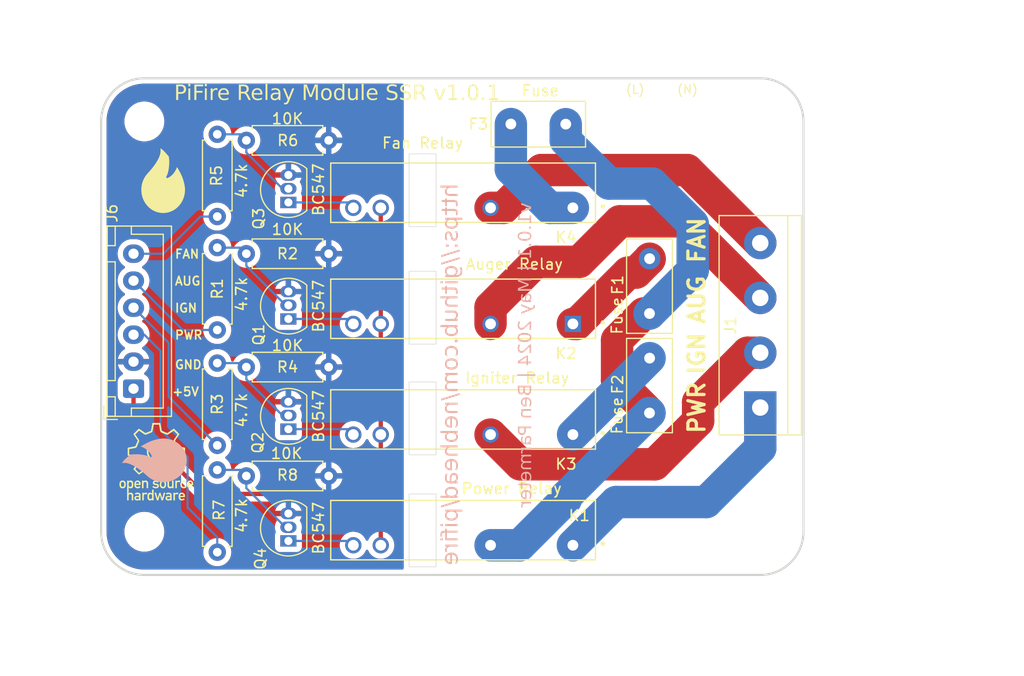
<source format=kicad_pcb>
(kicad_pcb (version 20240108) (generator "pcbnew") (generator_version "8.0")
  (layers (0 "F.Cu" signal) (31 "B.Cu" signal) (34 "B.Paste" user) (35 "F.Paste" user) (36 "B.SilkS" user "B.Silkscreen") (37 "F.SilkS" user "F.Silkscreen") (38 "B.Mask" user) (39 "F.Mask" user) (44 "Edge.Cuts" user))
  (net 0 "")
  (net 1 "PWR")
  (net 2 "Net-(F1-Pad2)")
  (net 3 "+5V")
  (net 4 "Net-(Q1-C)")
  (net 5 "AUG")
  (net 6 "GND")
  (net 7 "Net-(Q1-B)")
  (net 8 "R_AUG")
  (net 9 "Net-(F2-Pad2)")
  (net 10 "Net-(F3-Pad2)")
  (net 11 "IGN")
  (net 12 "FAN")
  (net 13 "L")
  (net 14 "R_IGN")
  (net 15 "R_PWR")
  (net 16 "R_FAN")
  (net 17 "Net-(Q2-C)")
  (net 18 "Net-(Q3-C)")
  (net 19 "Net-(Q4-C)")
  (net 20 "Net-(Q2-B)")
  (net 21 "Net-(Q3-B)")
  (net 22 "Net-(Q4-B)")
  (footprint "G3MB-202PDC5:RELAY_G3MB-202PDC5" (layer "F.Cu") (at 58.5 66.85 180)
    (property "Reference" "K1")
    (property "Value" "Power Relay")
  )
  (footprint "Resistor_THT:R_Axial_DIN0207_L6.3mm_D2.5mm_P7.62mm_Horizontal" (layer "F.Cu") (at 38.44 61.8325)
    (property "Reference" "R8")
    (property "Value" "10K")
  )
  (footprint "MountingHole:MountingHole_3.2mm_M3" (layer "F.Cu") (at 86 29)
    (property "Reference" "H2" (hide yes))
    (property "Value" "MH")
  )
  (footprint "G3MB-202PDC5:RELAY_G3MB-202PDC5" (layer "F.Cu") (at 58.5 35.6 180)
    (property "Reference" "K4")
    (property "Value" "Fan Relay")
  )
  (footprint "Package_TO_SOT_THT:TO-92L_Inline" (layer "F.Cu") (at 42.3325 67.8525 90)
    (property "Reference" "Q4")
    (property "Value" "BC547")
  )
  (footprint "Resistor_THT:R_Axial_DIN0207_L6.3mm_D2.5mm_P7.62mm_Horizontal" (layer "F.Cu") (at 38.44 41.25)
    (property "Reference" "R2")
    (property "Value" "10K")
  )
  (footprint "Fuse:Fuse_Littelfuse_395Series" (layer "F.Cu") (at 75.75 56 90)
    (property "Reference" "F2")
    (property "Value" "Fuse")
  )
  (footprint "Resistor_THT:R_Axial_DIN0207_L6.3mm_D2.5mm_P7.62mm_Horizontal" (layer "F.Cu") (at 38.44 30.75)
    (property "Reference" "R6")
    (property "Value" "10K")
  )
  (footprint "G3MB-202PDC5:RELAY_G3MB-202PDC5" (layer "F.Cu") (at 58.5 46.35 180)
    (property "Reference" "K2")
    (property "Value" "Auger Relay")
  )
  (footprint "Resistor_THT:R_Axial_DIN0207_L6.3mm_D2.5mm_P7.62mm_Horizontal" (layer "F.Cu") (at 38.44 51.75)
    (property "Reference" "R4")
    (property "Value" "10K")
  )
  (footprint "Resistor_THT:R_Axial_DIN0207_L6.3mm_D2.5mm_P7.62mm_Horizontal" (layer "F.Cu") (at 35.75 51.38 -90)
    (property "Reference" "R3")
    (property "Value" "4.7k")
  )
  (footprint "Connector_JST:JST_XH_B6B-XH-A_1x06_P2.50mm_Vertical" (layer "F.Cu") (at 28 53.75 90)
    (property "Reference" "J6")
    (property "Value" "RELAY/FAN Header")
  )
  (footprint "MountingHole:MountingHole_3.2mm_M3" (layer "F.Cu") (at 86 67)
    (property "Reference" "H4" (hide yes))
    (property "Value" "MH")
  )
  (footprint "Fuse:Fuse_Littelfuse_395Series" (layer "F.Cu") (at 68 29.25 180)
    (property "Reference" "F3")
    (property "Value" "Fuse")
  )
  (footprint "G3MB-202PDC5:RELAY_G3MB-202PDC5" (layer "F.Cu") (at 58.5 56.6 180)
    (property "Reference" "K3")
    (property "Value" "Igniter Relay")
  )
  (footprint "Resistor_THT:R_Axial_DIN0207_L6.3mm_D2.5mm_P7.62mm_Horizontal" (layer "F.Cu") (at 35.75 30.19 -90)
    (property "Reference" "R5")
    (property "Value" "4.7k")
  )
  (footprint "Resistor_THT:R_Axial_DIN0207_L6.3mm_D2.5mm_P7.62mm_Horizontal" (layer "F.Cu") (at 35.75 61.2725 -90)
    (property "Reference" "R7")
    (property "Value" "4.7k")
  )
  (footprint "Package_TO_SOT_THT:TO-92L_Inline" (layer "F.Cu") (at 42.3325 57.5 90)
    (property "Reference" "Q2")
    (property "Value" "BC547")
  )
  (footprint "Package_TO_SOT_THT:TO-92L_Inline" (layer "F.Cu") (at 42.3325 36.5 90)
    (property "Reference" "Q3")
    (property "Value" "BC547")
  )
  (footprint "MountingHole:MountingHole_3.2mm_M3" (layer "F.Cu") (at 29 29)
    (property "Reference" "H1" (hide yes))
    (property "Value" "MH" (hide yes))
  )
  (footprint "Resistor_THT:R_Axial_DIN0207_L6.3mm_D2.5mm_P7.62mm_Horizontal" (layer "F.Cu") (at 35.75 40.69 -90)
    (property "Reference" "R1")
    (property "Value" "4.7k")
  )
  (footprint "Fuse:Fuse_Littelfuse_395Series" (layer "F.Cu") (at 75.75 46.79 90)
    (property "Reference" "F1")
    (property "Value" "Fuse")
  )
  (footprint "Package_TO_SOT_THT:TO-92L_Inline" (layer "F.Cu") (at 42.3325 47.29 90)
    (property "Reference" "Q1")
    (property "Value" "BC547")
  )
  (footprint "MountingHole:MountingHole_3.2mm_M3" (layer "F.Cu") (at 29 67)
    (property "Reference" "H3" (hide yes))
    (property "Value" "MH" (hide yes))
  )
  (footprint "TerminalBlock:TerminalBlock_bornier-4_P5.08mm" (layer "F.Cu") (at 86 55.5 90)
    (property "Reference" "J1")
    (property "Value" "AC Terminal")
  )
  (gr_poly (pts (xy 31.689764 60.263467) (xy 31.697876 60.153602) (xy 31.711067 60.047561) (xy 31.729067 59.945901) (xy 31.751608 59.849177) (xy 31.778422 59.757946) (xy 31.809237 59.672764) (xy 31.843786 59.594187) (xy 31.8818 59.522771) (xy 31.923009 59.459073) (xy 31.967145 59.403649) (xy 32.013938 59.357055) (xy 32.038246 59.337243) (xy 32.063119 59.319846) (xy 32.088521 59.304936) (xy 32.114419 59.292581) (xy 32.14078 59.28285) (xy 32.167569 59.275813) (xy 32.194754 59.27154) (xy 32.2223 59.2701) (xy 32.249847 59.27154) (xy 32.277032 59.275813) (xy 32.303821 59.28285) (xy 32.330182 59.292581) (xy 32.35608 59.304936) (xy 32.381482 59.319846) (xy 32.406354 59.337243) (xy 32.430663 59.357055) (xy 32.454375 59.379213) (xy 32.477456 59.403649) (xy 32.499873 59.430292) (xy 32.521591 59.459073) (xy 32.542579 59.489923) (xy 32.5628 59.522771) (xy 32.582224 59.557549) (xy 32.600814 59.594187) (xy 32.618539 59.632615) (xy 32.635363 59.672764) (xy 32.651255 59.714564) (xy 32.666179 59.757946) (xy 32.680103 59.80284) (xy 32.692992 59.849177) (xy 32.704814 59.896887) (xy 32.715533 59.945901) (xy 32.725118 59.996149) (xy 32.733534 60.047561) (xy 32.740747 60.100069) (xy 32.746725 60.153602) (xy 32.751432 60.208092) (xy 32.754836 60.263467) (xy 32.756903 60.31966) (xy 32.7576 60.376601) (xy 32.754836 60.489734) (xy 32.746725 60.599599) (xy 32.733534 60.70564) (xy 32.715533 60.807301) (xy 32.692992 60.904025) (xy 32.666179 60.995256) (xy 32.635363 61.080438) (xy 32.600814 61.159015) (xy 32.5628 61.23043) (xy 32.521591 61.294128) (xy 32.477456 61.349552) (xy 32.430663 61.396147) (xy 32.406354 61.415959) (xy 32.381482 61.433355) (xy 32.35608 61.448265) (xy 32.330182 61.460621) (xy 32.303821 61.470352) (xy 32.277032 61.477388) (xy 32.249847 61.481661) (xy 32.2223 61.483101) (xy 32.194754 61.481661) (xy 32.167569 61.477388) (xy 32.14078 61.470352) (xy 32.114419 61.460621) (xy 32.088521 61.448265) (xy 32.063119 61.433355) (xy 32.038246 61.415959) (xy 32.013938 61.396147) (xy 31.990226 61.373988) (xy 31.967145 61.349552) (xy 31.944728 61.322909) (xy 31.923009 61.294128) (xy 31.902022 61.263279) (xy 31.8818 61.23043) (xy 31.862377 61.195652) (xy 31.843786 61.159015) (xy 31.826062 61.120587) (xy 31.809237 61.080438) (xy 31.793346 61.038638) (xy 31.778422 60.995256) (xy 31.764498 60.950362) (xy 31.751608 60.904025) (xy 31.739787 60.856315) (xy 31.729067 60.807301) (xy 31.719483 60.757053) (xy 31.711067 60.70564) (xy 31.703853 60.653133) (xy 31.697876 60.599599) (xy 31.693169 60.54511) (xy 31.689764 60.489734) (xy 31.687697 60.433541) (xy 31.687001 60.376601)) (stroke (width 0) (color 255 255 255 1)) (fill solid) (layer "B.SilkS"))
  (gr_poly (pts (xy 26.943263 60.626668) (xy 26.956831 60.600913) (xy 26.987116 60.550168) (xy 27.021321 60.500336) (xy 27.059113 60.451289) (xy 27.100157 60.402899) (xy 27.144121 60.355037) (xy 27.190672 60.307576) (xy 27.239475 60.260388) (xy 27.290198 60.213343) (xy 27.342507 60.166314) (xy 27.45055 60.071792) (xy 27.560937 59.975796) (xy 27.671 59.8773) (xy 27.736203 59.857947) (xy 27.822709 59.842566) (xy 27.927512 59.831328) (xy 28.04761 59.824408) (xy 28.179997 59.821976) (xy 28.321669 59.824205) (xy 28.469621 59.831268) (xy 28.62085 59.843337) (xy 28.772351 59.860585) (xy 28.921119 59.883184) (xy 29.06415 59.911306) (xy 29.19844 59.945123) (xy 29.320985 59.984809) (xy 29.428779 60.030536) (xy 29.476206 60.055718) (xy 29.518818 60.082476) (xy 29.556241 60.110829) (xy 29.588099 60.140801) (xy 29.613542 60.16552) (xy 29.636426 60.183149) (xy 29.656656 60.194027) (xy 29.674136 60.198495) (xy 29.688772 60.196894) (xy 29.700468 60.189562) (xy 29.709129 60.176842) (xy 29.71466 60.159072) (xy 29.716967 60.136593) (xy 29.715952 60.109746) (xy 29.711523 60.07887) (xy 29.703583 60.044307) (xy 29.692037 60.006395) (xy 29.67679 59.965476) (xy 29.657747 59.921889) (xy 29.634812 59.875975) (xy 29.607892 59.828074) (xy 29.576889 59.778527) (xy 29.54171 59.727673) (xy 29.502259 59.675853) (xy 29.458441 59.623407) (xy 29.410161 59.570675) (xy 29.357323 59.517998) (xy 29.299833 59.465715) (xy 29.237595 59.414168) (xy 29.170514 59.363696) (xy 29.098495 59.31464) (xy 29.021443 59.267339) (xy 28.939263 59.222135) (xy 28.851859 59.179366) (xy 28.759136 59.139374) (xy 28.661 59.102499) (xy 28.934144 58.944965) (xy 29.067062 58.870577) (xy 29.199 58.799824) (xy 29.331051 58.733244) (xy 29.464306 58.671371) (xy 29.531727 58.642369) (xy 29.599858 58.614744) (xy 29.668837 58.588566) (xy 29.7388 58.563899) (xy 29.878793 58.518698) (xy 30.01653 58.478794) (xy 30.151536 58.444411) (xy 30.283337 58.415775) (xy 30.411459 58.393111) (xy 30.535426 58.376644) (xy 30.595704 58.370805) (xy 30.654765 58.366599) (xy 30.71255 58.364055) (xy 30.769 58.3632) (xy 30.87987 58.365832) (xy 30.989285 58.373641) (xy 31.09711 58.386501) (xy 31.203208 58.404286) (xy 31.307444 58.426867) (xy 31.409683 58.454117) (xy 31.50979 58.48591) (xy 31.60763 58.522119) (xy 31.703066 58.562617) (xy 31.795964 58.607275) (xy 31.886188 58.655968) (xy 31.973602 58.708568) (xy 32.058073 58.764949) (xy 32.139463 58.824982) (xy 32.217638 58.888542) (xy 32.292462 58.9555) (xy 32.363801 59.025731) (xy 32.431518 59.099106) (xy 32.495478 59.175499) (xy 32.555546 59.254783) (xy 32.611586 59.33683) (xy 32.663464 59.421513) (xy 32.711043 59.508706) (xy 32.754189 59.598282) (xy 32.792766 59.690112) (xy 32.826638 59.784071) (xy 32.85567 59.880031) (xy 32.879728 59.977865) (xy 32.898675 60.077446) (xy 32.912376 60.178647) (xy 32.920696 60.281341) (xy 32.9235 60.3854) (xy 32.920696 60.48946) (xy 32.912376 60.592154) (xy 32.898675 60.693355) (xy 32.879728 60.792936) (xy 32.85567 60.89077) (xy 32.826638 60.98673) (xy 32.792766 61.080688) (xy 32.754189 61.172519) (xy 32.711043 61.262094) (xy 32.663464 61.349287) (xy 32.611586 61.433971) (xy 32.555546 61.516018) (xy 32.495478 61.595302) (xy 32.431518 61.671695) (xy 32.363801 61.74507) (xy 32.292462 61.8153) (xy 32.217638 61.882259) (xy 32.139463 61.945818) (xy 32.058073 62.005852) (xy 31.973602 62.062232) (xy 31.886188 62.114832) (xy 31.795964 62.163525) (xy 31.703066 62.208184) (xy 31.60763 62.248681) (xy 31.50979 62.28489) (xy 31.409683 62.316683) (xy 31.307444 62.343934) (xy 31.203208 62.366515) (xy 31.09711 62.384299) (xy 30.989285 62.397159) (xy 30.87987 62.404968) (xy 30.769 62.4076) (xy 30.658138 62.404968) (xy 30.548732 62.397157) (xy 30.440915 62.384294) (xy 30.334825 62.366508) (xy 30.230595 62.343924) (xy 30.128362 62.31667) (xy 30.02826 62.284874) (xy 29.930425 62.248662) (xy 29.834993 62.208163) (xy 29.742098 62.163503) (xy 29.651876 62.11481) (xy 29.564463 62.062211) (xy 29.479993 62.005833) (xy 29.398603 61.945804) (xy 29.320427 61.88225) (xy 29.2456 61.8153) (xy 29.065434 61.651403) (xy 28.826538 61.448806) (xy 28.689368 61.339872) (xy 28.542679 61.229513) (xy 28.388191 61.12048) (xy 28.227625 61.015525) (xy 28.062702 60.917397) (xy 27.895143 60.828847) (xy 27.810913 60.789023) (xy 27.726669 60.752625) (xy 27.642626 60.719996) (xy 27.559 60.691481) (xy 27.476005 60.667423) (xy 27.393858 60.648166) (xy 27.312772 60.634054) (xy 27.232963 60.625431) (xy 27.154646 60.62264) (xy 27.078037 60.626025) (xy 27.003349 60.63593) (xy 26.930799 60.652699)) (fill solid) (layer "B.SilkS"))
  (gr_poly (pts (xy 29.07057 60.207002) (xy 29.118616 60.214091) (xy 29.167898 60.216513) (xy 29.218277 60.214513) (xy 29.269616 60.20834) (xy 29.321776 60.198237) (xy 29.374619 60.184451) (xy 29.428006 60.167229) (xy 29.481799 60.146817) (xy 29.53586 60.123459) (xy 29.590051 60.097404) (xy 29.644232 60.068896) (xy 29.752014 60.005507) (xy 29.8581 59.935262) (xy 29.961383 59.860129) (xy 30.060755 59.782077) (xy 30.155111 59.703074) (xy 30.243343 59.625089) (xy 30.324345 59.55009) (xy 30.39701 59.480047) (xy 30.512899 59.3627) (xy 30.561014 59.314778) (xy 30.611286 59.269287) (xy 30.663629 59.226318) (xy 30.717954 59.185961) (xy 30.774175 59.148308) (xy 30.832204 59.113451) (xy 30.891954 59.08148) (xy 30.953337 59.052487) (xy 31.016266 59.026563) (xy 31.080653 59.0038) (xy 31.14641 58.984288) (xy 31.213451 58.96812) (xy 31.281688 58.955385) (xy 31.351033 58.946176) (xy 31.4214 58.940584) (xy 31.4927 58.938699) (xy 31.564017 58.940583) (xy 31.634397 58.946173) (xy 31.703754 58.955379) (xy 31.772 58.968109) (xy 31.839048 58.984273) (xy 31.904811 59.00378) (xy 31.969202 59.026538) (xy 32.032134 59.052457) (xy 32.093521 59.081446) (xy 32.153274 59.113414) (xy 32.211307 59.148271) (xy 32.267533 59.185924) (xy 32.321865 59.226283) (xy 32.374216 59.269257) (xy 32.424498 59.314755) (xy 32.472625 59.362687) (xy 32.51851 59.412961) (xy 32.562065 59.465487) (xy 32.603204 59.520172) (xy 32.641839 59.576927) (xy 32.677883 59.635661) (xy 32.71125 59.696282) (xy 32.741853 59.7587) (xy 32.769603 59.822824) (xy 32.794415 59.888562) (xy 32.816201 59.955824) (xy 32.834874 60.024518) (xy 32.850347 60.094555) (xy 32.862534 60.165842) (xy 32.871346 60.23829) (xy 32.876697 60.311806) (xy 32.8785 60.386301) (xy 32.876697 60.460786) (xy 32.871346 60.534294) (xy 32.862534 60.606733) (xy 32.850347 60.678013) (xy 32.834874 60.748042) (xy 32.816201 60.81673) (xy 32.794415 60.883986) (xy 32.769603 60.949719) (xy 32.741853 61.013837) (xy 32.71125 61.07625) (xy 32.677883 61.136867) (xy 32.641839 61.195597) (xy 32.603204 61.252348) (xy 32.562065 61.307031) (xy 32.51851 61.359553) (xy 32.472625 61.409825) (xy 32.424498 61.457754) (xy 32.374216 61.503251) (xy 32.321865 61.546223) (xy 32.267533 61.586581) (xy 32.211307 61.624233) (xy 32.153274 61.659088) (xy 32.093521 61.691055) (xy 32.032134 61.720044) (xy 31.969202 61.745962) (xy 31.904811 61.76872) (xy 31.839048 61.788227) (xy 31.772 61.80439) (xy 31.703754 61.817121) (xy 31.634397 61.826326) (xy 31.564017 61.831916) (xy 31.4927 61.8338) (xy 31.45639 61.833189) (xy 31.419222 61.83137) (xy 31.381236 61.828363) (xy 31.342467 61.824187) (xy 31.302955 61.818863) (xy 31.262738 61.812411) (xy 31.221853 61.80485) (xy 31.180338 61.7962) (xy 31.095571 61.775714) (xy 31.00874 61.751112) (xy 30.920148 61.722554) (xy 30.830101 61.690199) (xy 30.785092 61.672542) (xy 30.740719 61.6538) (xy 30.696893 61.634023) (xy 30.653527 61.613258) (xy 30.610531 61.591554) (xy 30.567819 61.568959) (xy 30.482888 61.521288) (xy 30.398027 61.470631) (xy 30.31253 61.417374) (xy 30.136801 61.304601) (xy 30.199924 61.278213) (xy 30.259565 61.249593) (xy 30.315785 61.218985) (xy 30.368645 61.186632) (xy 30.418208 61.152777) (xy 30.464533 61.117666) (xy 30.507682 61.08154) (xy 30.547716 61.044644) (xy 30.584697 61.007221) (xy 30.618685 60.969515) (xy 30.649742 60.93177) (xy 30.677929 60.894228) (xy 30.703307 60.857134) (xy 30.725937 60.820732) (xy 30.745881 60.785264) (xy 30.7632 60.750975) (xy 30.777955 60.718108) (xy 30.790207 60.686907) (xy 30.800017 60.657614) (xy 30.807447 60.630475) (xy 30.812557 60.605732) (xy 30.815409 60.58363) (xy 30.816065 60.564411) (xy 30.814584 60.548319) (xy 30.81103 60.535598) (xy 30.805461 60.526492) (xy 30.797941 60.521244) (xy 30.78853 60.520097) (xy 30.777289 60.523296) (xy 30.76428 60.531083) (xy 30.749563 60.543704) (xy 30.7332 60.5614) (xy 30.712702 60.582856) (xy 30.688625 60.603153) (xy 30.661211 60.622307) (xy 30.630701 60.640334) (xy 30.597336 60.657248) (xy 30.561359 60.673065) (xy 30.482532 60.70147) (xy 30.396152 60.725674) (xy 30.304151 60.7458) (xy 30.20846 60.761971) (xy 30.111012 60.774312) (xy 30.013739 60.782947) (xy 29.918572 60.787998) (xy 29.827443 60.789591) (xy 29.742285 60.787848) (xy 29.66503 60.782894) (xy 29.59761 60.774852) (xy 29.541955 60.763846) (xy 29.5 60.75) (xy 29.429232 60.679481) (xy 29.358249 60.610758) (xy 29.288767 60.543097) (xy 29.255124 60.509435) (xy 29.222499 60.475763) (xy 29.191108 60.441989) (xy 29.161164 60.408021) (xy 29.132881 60.373767) (xy 29.106474 60.339136) (xy 29.082159 60.304035) (xy 29.060148 60.268374) (xy 29.040657 60.232059) (xy 29.031923 60.213628) (xy 29.023899 60.195)) (fill solid) (layer "B.SilkS"))
  (gr_poly (pts (xy 29.123774 62.250112) (xy 29.13429 62.250864) (xy 29.155411 62.253861) (xy 29.176478 62.258838) (xy 29.197284 62.265782) (xy 29.207523 62.269987) (xy 29.217619 62.274678) (xy 29.227546 62.279854) (xy 29.237278 62.285512) (xy 29.246788 62.291651) (xy 29.25605 62.298269) (xy 29.265039 62.305364) (xy 29.273729 62.312935) (xy 29.282094 62.320979) (xy 29.290107 62.329495) (xy 29.297743 62.338482) (xy 29.304976 62.347937) (xy 29.311779 62.357858) (xy 29.318127 62.368244) (xy 29.323994 62.379093) (xy 29.329354 62.390403) (xy 29.33418 62.402173) (xy 29.338448 62.4144) (xy 29.34213 62.427083) (xy 29.3452 62.44022) (xy 29.347634 62.45381) (xy 29.349405 62.467849) (xy 29.350486 62.482338) (xy 29.350852 62.497273) (xy 29.350852 62.970904) (xy 29.207501 62.970904) (xy 29.207501 62.546526) (xy 29.207325 62.537549) (xy 29.206802 62.528814) (xy 29.205941 62.520324) (xy 29.204747 62.512082) (xy 29.203229 62.50409) (xy 29.201395 62.496352) (xy 29.19925 62.48887) (xy 29.196804 62.481646) (xy 29.194064 62.474685) (xy 29.191037 62.467988) (xy 29.18773 62.461559) (xy 29.18415 62.455399) (xy 29.180307 62.449513) (xy 29.176206 62.443903) (xy 29.171855 62.438571) (xy 29.167263 62.433521) (xy 29.162435 62.428755) (xy 29.15738 62.424276) (xy 29.152106 62.420087) (xy 29.146619 62.416191) (xy 29.140927 62.41259) (xy 29.135038 62.409288) (xy 29.128959 62.406287) (xy 29.122697 62.40359) (xy 29.11626 62.401199) (xy 29.109656 62.399118) (xy 29.102891 62.39735) (xy 29.095974 62.395897) (xy 29.088911 62.394762) (xy 29.081711 62.393947) (xy 29.074381 62.393457) (xy 29.066928 62.393293) (xy 29.059348 62.393457) (xy 29.0519 62.393947) (xy 29.044589 62.394762) (xy 29.037423 62.395897) (xy 29.03041 62.39735) (xy 29.023556 62.399118) (xy 29.016869 62.401199) (xy 29.010356 62.40359) (xy 29.004024 62.406287) (xy 28.99788 62.409288) (xy 28.991932 62.41259) (xy 28.986187 62.416191) (xy 28.980651 62.420087) (xy 28.975333 62.424276) (xy 28.970239 62.428755) (xy 28.965377 62.433521) (xy 28.960754 62.438571) (xy 28.956377 62.443902) (xy 28.952253 62.449513) (xy 28.948389 62.455399) (xy 28.944793 62.461558) (xy 28.941472 62.467988) (xy 28.938433 62.474685) (xy 28.935684 62.481646) (xy 28.93323 62.488869) (xy 28.931081 62.496351) (xy 28.929242 62.50409) (xy 28.927722 62.512082) (xy 28.926527 62.520324) (xy 28.925664 62.528814) (xy 28.925141 62.537549) (xy 28.924966 62.546526) (xy 28.924966 62.970904) (xy 28.781614 62.970904) (xy 28.781614 62.258315) (xy 28.924966 62.258315) (xy 28.924966 62.334198) (xy 28.927823 62.334198) (xy 28.936476 62.323989) (xy 28.94558 62.314439) (xy 28.955122 62.305546) (xy 28.96509 62.297312) (xy 28.97547 62.289735) (xy 28.986251 62.282817) (xy 28.99742 62.276557) (xy 29.008964 62.270956) (xy 29.020871 62.266013) (xy 29.033128 62.261728) (xy 29.045723 62.258103) (xy 29.058643 62.255136) (xy 29.071875 62.252829) (xy 29.085408 62.25118) (xy 29.099228 62.250191) (xy 29.113322 62.249861)) (stroke (width -0.000001)) (fill solid) (layer "F.SilkS"))
  (gr_poly (pts (xy 30.451117 56.921813) (xy 30.452628 56.921925) (xy 30.454131 56.92211) (xy 30.455625 56.922365) (xy 30.457106 56.92269) (xy 30.458574 56.923081) (xy 30.460025 56.923538) (xy 30.461457 56.924058) (xy 30.462869 56.924639) (xy 30.464257 56.92528) (xy 30.46562 56.925979) (xy 30.466955 56.926733) (xy 30.46826 56.927542) (xy 30.469533 56.928402) (xy 30.470772 56.929314) (xy 30.471974 56.930273) (xy 30.473138 56.931279) (xy 30.47426 56.93233) (xy 30.475339 56.933424) (xy 30.476373 56.934559) (xy 30.477358 56.935733) (xy 30.478294 56.936945) (xy 30.479177 56.938192) (xy 30.480006 56.939473) (xy 30.480778 56.940785) (xy 30.481492 56.942127) (xy 30.482143 56.943498) (xy 30.482732 56.944895) (xy 30.483255 56.946316) (xy 30.48371 56.94776) (xy 30.484094 56.949224) (xy 30.484407 56.950707) (xy 30.610018 57.625514) (xy 30.610335 57.627009) (xy 30.61072 57.628509) (xy 30.611686 57.631515) (xy 30.612898 57.634512) (xy 30.614339 57.637479) (xy 30.615993 57.640398) (xy 30.617842 57.643248) (xy 30.619869 57.646011) (xy 30.622058 57.648666) (xy 30.624391 57.651195) (xy 30.626853 57.653577) (xy 30.629425 57.655792) (xy 30.632091 57.657822) (xy 30.634834 57.659647) (xy 30.637637 57.661247) (xy 30.639056 57.661956) (xy 30.640483 57.662602) (xy 30.641917 57.663182) (xy 30.643355 57.663693) (xy 31.095634 57.848835) (xy 31.098444 57.850072) (xy 31.101424 57.851105) (xy 31.104547 57.851937) (xy 31.107789 57.852568) (xy 31.111121 57.853) (xy 31.114519 57.853237) (xy 31.117956 57.853278) (xy 31.121406 57.853127) (xy 31.124842 57.852784) (xy 31.128238 57.852252) (xy 31.131569 57.851532) (xy 31.134807 57.850627) (xy 31.137927 57.849538) (xy 31.140902 57.848266) (xy 31.143707 57.846814) (xy 31.146315 57.845184) (xy 31.710075 57.45831) (xy 31.711345 57.457483) (xy 31.712653 57.45672) (xy 31.713995 57.456022) (xy 31.715369 57.455387) (xy 31.716772 57.454815) (xy 31.718201 57.454308) (xy 31.719654 57.453863) (xy 31.721127 57.453481) (xy 31.722617 57.453161) (xy 31.724122 57.452904) (xy 31.727164 57.452576) (xy 31.73023 57.452493) (xy 31.733298 57.452655) (xy 31.736343 57.453058) (xy 31.739344 57.453701) (xy 31.742277 57.454582) (xy 31.743711 57.455111) (xy 31.745119 57.455698) (xy 31.746499 57.456344) (xy 31.747848 57.457048) (xy 31.749162 57.45781) (xy 31.750439 57.458629) (xy 31.751677 57.459506) (xy 31.752871 57.46044) (xy 31.754021 57.46143) (xy 31.755121 57.462477) (xy 32.229903 57.937259) (xy 32.23095 57.93836) (xy 32.231939 57.939509) (xy 32.232872 57.940704) (xy 32.233748 57.941942) (xy 32.234565 57.943221) (xy 32.235325 57.944536) (xy 32.236671 57.947267) (xy 32.237782 57.950112) (xy 32.238658 57.953048) (xy 32.239296 57.956053) (xy 32.239696 57.959102) (xy 32.239854 57.962173) (xy 32.239769 57.965243) (xy 32.239441 57.968288) (xy 32.238866 57.971287) (xy 32.238043 57.974214) (xy 32.237538 57.975645) (xy 32.23697 57.977049) (xy 32.23634 57.978423) (xy 32.235646 57.979766) (xy 32.23489 57.981074) (xy 32.234069 57.982344) (xy 31.853942 58.536381) (xy 31.852308 58.539) (xy 31.850857 58.541809) (xy 31.849591 58.544783) (xy 31.848513 58.547896) (xy 31.847623 58.551123) (xy 31.846924 58.554438) (xy 31.846417 58.557816) (xy 31.846104 58.561231) (xy 31.845986 58.564657) (xy 31.846065 58.56807) (xy 31.846343 58.571443) (xy 31.846821 58.574751) (xy 31.847501 58.577969) (xy 31.848384 58.581071) (xy 31.849472 58.584031) (xy 31.850767 58.586824) (xy 32.050753 59.05339) (xy 32.051895 59.056255) (xy 32.053299 59.059094) (xy 32.054946 59.06189) (xy 32.056815 59.064625) (xy 32.058886 59.067284) (xy 32.06114 59.069848) (xy 32.063557 59.072302) (xy 32.066117 59.074628) (xy 32.068801 59.07681) (xy 32.071587 59.07883) (xy 32.074458 59.080671) (xy 32.077392 59.082317) (xy 32.08037 59.083751) (xy 32.083372 59.084955) (xy 32.086378 59.085914) (xy 32.089369 59.086609) (xy 32.741792 59.207934) (xy 32.743271 59.208253) (xy 32.744732 59.208644) (xy 32.746173 59.209105) (xy 32.747591 59.209633) (xy 32.748985 59.210226) (xy 32.750353 59.210882) (xy 32.751693 59.211599) (xy 32.753003 59.212374) (xy 32.755526 59.214092) (xy 32.757908 59.216017) (xy 32.760133 59.218132) (xy 32.762186 59.22042) (xy 32.764053 59.222863) (xy 32.765718 59.225443) (xy 32.767168 59.228143) (xy 32.767806 59.229532) (xy 32.768385 59.230944) (xy 32.768903 59.232378) (xy 32.769357 59.23383) (xy 32.769746 59.235299) (xy 32.770067 59.236783) (xy 32.77032 59.238279) (xy 32.770501 59.239785) (xy 32.77061 59.241299) (xy 32.770645 59.242819) (xy 32.770565 59.914291) (xy 32.770527 59.915808) (xy 32.770415 59.917319) (xy 32.770229 59.918824) (xy 32.769973 59.920319) (xy 32.769648 59.921802) (xy 32.769255 59.923272) (xy 32.768798 59.924725) (xy 32.768277 59.92616) (xy 32.767694 59.927574) (xy 32.767052 59.928965) (xy 32.766352 59.930331) (xy 32.765597 59.931669) (xy 32.764787 59.932977) (xy 32.763925 59.934253) (xy 32.763013 59.935495) (xy 32.762052 59.9367) (xy 32.761045 59.937866) (xy 32.759993 59.938991) (xy 32.758899 59.940072) (xy 32.757764 59.941108) (xy 32.756589 59.942096) (xy 32.755378 59.943033) (xy 32.754131 59.943917) (xy 32.752851 59.944747) (xy 32.751539 59.94552) (xy 32.750198 59.946233) (xy 32.748829 59.946885) (xy 32.747434 59.947472) (xy 32.746015 59.947993) (xy 32.744574 59.948446) (xy 32.743113 59.948828) (xy 32.741633 59.949137) (xy 32.105244 60.067564) (xy 32.103746 60.067872) (xy 32.102244 60.068248) (xy 32.100742 60.068692) (xy 32.099242 60.069201) (xy 32.096254 60.070405) (xy 32.093302 60.071843) (xy 32.090403 60.073499) (xy 32.087577 60.075353) (xy 32.084843 60.077389) (xy 32.08222 60.07959) (xy 32.079726 60.081938) (xy 32.077381 60.084415) (xy 32.075204 60.087004) (xy 32.073214 60.089688) (xy 32.071429 60.092449) (xy 32.06987 60.09527) (xy 32.068554 60.098133) (xy 32.067993 60.099575) (xy 32.067501 60.101021) (xy 31.868826 60.597313) (xy 31.867596 60.600136) (xy 31.866572 60.603126) (xy 31.865749 60.606256) (xy 31.865128 60.609502) (xy 31.864704 60.612836) (xy 31.864477 60.616234) (xy 31.864444 60.619669) (xy 31.864604 60.623115) (xy 31.864953 60.626547) (xy 31.865491 60.629939) (xy 31.866215 60.633264) (xy 31.867123 60.636498) (xy 31.868213 60.639613) (xy 31.869483 60.642585) (xy 31.870932 60.645387) (xy 31.872556 60.647994) (xy 32.234069 61.174767) (xy 32.234896 61.176037) (xy 32.235659 61.177345) (xy 32.236358 61.178688) (xy 32.236992 61.180064) (xy 32.237564 61.181469) (xy 32.238072 61.1829) (xy 32.238516 61.184355) (xy 32.238898 61.18583) (xy 32.239218 61.187323) (xy 32.239475 61.188831) (xy 32.239803 61.19188) (xy 32.239886 61.194954) (xy 32.239724 61.198028) (xy 32.239321 61.201081) (xy 32.238678 61.204089) (xy 32.237797 61.207029) (xy 32.237268 61.208466) (xy 32.236681 61.209877) (xy 32.236035 61.211259) (xy 32.235331 61.21261) (xy 32.234569 61.213927) (xy 32.23375 61.215206) (xy 32.232873 61.216445) (xy 32.23194 61.217641) (xy 32.230949 61.21879) (xy 32.229902 61.219891) (xy 31.755041 61.694673) (xy 31.753947 61.695712) (xy 31.752804 61.696696) (xy 31.751615 61.697624) (xy 31.750382 61.698495) (xy 31.749108 61.699309) (xy 31.747797 61.700066) (xy 31.745073 61.701407) (xy 31.742232 61.702517) (xy 31.739299 61.703393) (xy 31.736296 61.704033) (xy 31.733248 61.704436) (xy 31.730176 61.704598) (xy 31.727105 61.704519) (xy 31.724058 61.704195) (xy 31.721058 61.703625) (xy 31.718128 61.702806) (xy 31.716697 61.702303) (xy 31.715293 61.701737) (xy 31.713917 61.701108) (xy 31.712574 61.700416) (xy 31.711266 61.69966) (xy 31.709996 61.69884) (xy 31.19251 61.343677) (xy 31.189909 61.342057) (xy 31.187123 61.340637) (xy 31.184177 61.339417) (xy 31.181098 61.338398) (xy 31.177909 61.33758) (xy 31.174637 61.336962) (xy 31.171307 61.336547) (xy 31.167944 61.336334) (xy 31.164573 61.336324) (xy 31.161221 61.336517) (xy 31.157911 61.336914) (xy 31.154671 61.337515) (xy 31.151524 61.338321) (xy 31.148497 61.339332) (xy 31.145614 61.340548) (xy 31.142901 61.34197) (xy 30.914698 61.463811) (xy 30.913333 61.464459) (xy 30.911957 61.46503) (xy 30.910573 61.465523) (xy 30.909181 61.465939) (xy 30.907786 61.466279) (xy 30.906388 61.466545) (xy 30.904991 61.466736) (xy 30.903597 61.466854) (xy 30.902208 61.4669) (xy 30.900827 61.466874) (xy 30.899456 61.466778) (xy 30.898098 61.466612) (xy 30.896754 61.466378) (xy 30.895427 61.466075) (xy 30.89412 61.465705) (xy 30.892835 61.465269) (xy 30.891574 61.464768) (xy 30.89034 61.464202) (xy 30.889135 61.463573) (xy 30.887961 61.46288) (xy 30.886821 61.462127) (xy 30.885718 61.461312) (xy 30.884652 61.460436) (xy 30.883628 61.459502) (xy 30.882647 61.458509) (xy 30.881712 61.457459) (xy 30.880825 61.456352) (xy 30.879988 61.45519) (xy 30.879204 61.453972) (xy 30.878476 61.452701) (xy 30.877804 61.451376) (xy 30.877193 61.45) (xy 30.406698 60.313032) (xy 30.406154 60.311618) (xy 30.405682 60.310182) (xy 30.405281 60.308727) (xy 30.40495 60.307256) (xy 30.404689 60.305772) (xy 30.404497 60.304278) (xy 30.404371 60.302775) (xy 30.404313 60.301267) (xy 30.40432 60.299757) (xy 30.404392 60.298246) (xy 30.404528 60.296739) (xy 30.404726 60.295237) (xy 30.404987 60.293743) (xy 30.405309 60.29226) (xy 30.405691 60.290791) (xy 30.406132 60.289339) (xy 30.406632 60.287905) (xy 30.407189 60.286493) (xy 30.407803 60.285106) (xy 30.408472 60.283745) (xy 30.409196 60.282415) (xy 30.409974 60.281117) (xy 30.410805 60.279855) (xy 30.411687 60.27863) (xy 30.412621 60.277446) (xy 30.413605 60.276306) (xy 30.414638 60.275212) (xy 30.415719 60.274166) (xy 30.416848 60.273172) (xy 30.418023 60.272233) (xy 30.419244 60.27135) (xy 30.420509 60.270527) (xy 30.477619 60.235562) (xy 30.48173 60.232944) (xy 30.486119 60.229956) (xy 30.490703 60.226663) (xy 30.495399 60.22313) (xy 30.500126 60.219422) (xy 30.504799 60.215604) (xy 30.509337 60.211742) (xy 30.513656 60.2079) (xy 30.551462 60.182022) (xy 30.587542 60.153926) (xy 30.621799 60.123708) (xy 30.654133 60.091467) (xy 30.684447 60.0573) (xy 30.712641 60.021306) (xy 30.738618 59.983582) (xy 30.762278 59.944226) (xy 30.783524 59.903337) (xy 30.802256 59.861011) (xy 30.818377 59.817347) (xy 30.831787 59.772444) (xy 30.842389 59.726398) (xy 30.850083 59.679307) (xy 30.854772 59.631271) (xy 30.856357 59.582385) (xy 30.855391 59.544171) (xy 30.852523 59.506458) (xy 30.847801 59.469294) (xy 30.841271 59.432725) (xy 30.832979 59.396797) (xy 30.822973 59.361558) (xy 30.811298 59.327054) (xy 30.798002 59.293331) (xy 30.783132 59.260437) (xy 30.766733 59.228418) (xy 30.748853 59.19732) (xy 30.729538 59.167191) (xy 30.708835 59.138077) (xy 30.686791 59.110024) (xy 30.663452 59.08308) (xy 30.638865 59.05729) (xy 30.613076 59.032702) (xy 30.586133 59.009362) (xy 30.558081 58.987317) (xy 30.528968 58.966614) (xy 30.498841 58.947298) (xy 30.467745 58.929418) (xy 30.435727 58.913019) (xy 30.402835 58.898148) (xy 30.369115 58.884852) (xy 30.334613 58.873177) (xy 30.299376 58.863171) (xy 30.263452 58.854879) (xy 30.226885 58.848349) (xy 30.189724 58.843626) (xy 30.152015 58.840759) (xy 30.113804 58.839792) (xy 30.075593 58.840759) (xy 30.037884 58.843626) (xy 30.000722 58.848349) (xy 29.964155 58.854879) (xy 29.928229 58.863171) (xy 29.892992 58.873177) (xy 29.858489 58.884852) (xy 29.824767 58.898148) (xy 29.791873 58.913019) (xy 29.759854 58.929418) (xy 29.728757 58.947298) (xy 29.698627 58.966614) (xy 29.669513 58.987317) (xy 29.641459 59.009362) (xy 29.614514 59.032702) (xy 29.588724 59.05729) (xy 29.564135 59.08308) (xy 29.540794 59.110024) (xy 29.518748 59.138077) (xy 29.498043 59.167191) (xy 29.478726 59.19732) (xy 29.460845 59.228418) (xy 29.444445 59.260437) (xy 29.429573 59.293331) (xy 29.416275 59.327054) (xy 29.4046 59.361558) (xy 29.394592 59.396797) (xy 29.3863 59.432725) (xy 29.379769 59.469294) (xy 29.375046 59.506458) (xy 29.372178 59.544171) (xy 29.371211 59.582385) (xy 29.37161 59.606928) (xy 29.372797 59.631271) (xy 29.37476 59.655401) (xy 29.377487 59.679307) (xy 29.380966 59.702977) (xy 29.385183 59.726398) (xy 29.390128 59.749557) (xy 29.395787 59.772444) (xy 29.402149 59.795045) (xy 29.4092 59.817348) (xy 29.416929 59.83934) (xy 29.425323 59.861011) (xy 29.43437 59.882347) (xy 29.444058 59.903337) (xy 29.465306 59.944226) (xy 29.488967 59.983582) (xy 29.514945 60.021306) (xy 29.543139 60.0573) (xy 29.573452 60.091467) (xy 29.605785 60.123708) (xy 29.640038 60.153926) (xy 29.676114 60.182022) (xy 29.713913 60.2079) (xy 29.718257 60.211742) (xy 29.72281 60.215604) (xy 29.727493 60.219422) (xy 29.732224 60.22313) (xy 29.736924 60.226663) (xy 29.741512 60.229956) (xy 29.745907 60.232944) (xy 29.750029 60.235562) (xy 29.807139 60.270527) (xy 29.808412 60.27135) (xy 29.809639 60.272233) (xy 29.81082 60.273172) (xy 29.811954 60.274166) (xy 29.813039 60.275212) (xy 29.814076 60.276306) (xy 29.816 60.27863) (xy 29.817717 60.281117) (xy 29.819221 60.283745) (xy 29.820505 60.286493) (xy 29.821561 60.289339) (xy 29.822381 60.29226) (xy 29.82296 60.295237) (xy 29.82329 60.298246) (xy 29.823363 60.301267) (xy 29.823173 60.304278) (xy 29.822977 60.305772) (xy 29.822712 60.307256) (xy 29.822378 60.308727) (xy 29.821974 60.310182) (xy 29.821498 60.311618) (xy 29.820951 60.313032) (xy 29.350416 61.44996) (xy 29.349804 61.451337) (xy 29.349133 61.452662) (xy 29.348404 61.453934) (xy 29.347619 61.455152) (xy 29.346782 61.456316) (xy 29.345894 61.457423) (xy 29.344957 61.458475) (xy 29.343975 61.459468) (xy 29.34295 61.460404) (xy 29.341883 61.46128) (xy 29.340778 61.462096) (xy 29.339637 61.462852) (xy 29.338462 61.463545) (xy 29.337256 61.464176) (xy 29.336021 61.464742) (xy 29.334759 61.465245) (xy 29.333473 61.465682) (xy 29.332165 61.466052) (xy 29.330838 61.466355) (xy 29.329494 61.46659) (xy 29.328135 61.466757) (xy 29.326764 61.466853) (xy 29.325383 61.466878) (xy 29.323995 61.466832) (xy 29.322602 61.466713) (xy 29.321206 61.46652) (xy 29.31981 61.466253) (xy 29.318416 61.465911) (xy 29.317027 61.465493) (xy 29.315645 61.464997) (xy 29.314272 61.464424) (xy 29.312911 61.463771) (xy 29.084708 61.341931) (xy 29.082002 61.340509) (xy 29.079124 61.339294) (xy 29.0761 61.338285) (xy 29.072955 61.337481) (xy 29.069715 61.336883) (xy 29.066406 61.336488) (xy 29.063052 61.336298) (xy 29.05968 61.33631) (xy 29.056315 61.336524) (xy 29.052982 61.336941) (xy 29.049708 61.337558) (xy 29.046517 61.338376) (xy 29.043435 61.339393) (xy 29.040487 61.340609) (xy 29.0377 61.342024) (xy 29.035099 61.343637) (xy 28.517653 61.698801) (xy 28.516379 61.699621) (xy 28.515068 61.700377) (xy 28.513722 61.701069) (xy 28.512344 61.701698) (xy 28.510938 61.702264) (xy 28.509505 61.702767) (xy 28.508049 61.703207) (xy 28.506573 61.703585) (xy 28.50508 61.703901) (xy 28.503572 61.704155) (xy 28.500524 61.704479) (xy 28.497453 61.704559) (xy 28.494381 61.704396) (xy 28.491332 61.703994) (xy 28.488329 61.703354) (xy 28.485395 61.702478) (xy 28.483962 61.701952) (xy 28.482554 61.701368) (xy 28.481174 61.700726) (xy 28.479827 61.700026) (xy 28.478514 61.699269) (xy 28.477238 61.698455) (xy 28.476003 61.697585) (xy 28.474811 61.696657) (xy 28.473665 61.695673) (xy 28.472568 61.694633) (xy 27.997707 61.219852) (xy 27.996663 61.218751) (xy 27.995676 61.217601) (xy 27.994746 61.216406) (xy 27.993872 61.215167) (xy 27.993055 61.213888) (xy 27.992296 61.212571) (xy 27.99095 61.209838) (xy 27.989837 61.206989) (xy 27.988959 61.20405) (xy 27.988317 61.201042) (xy 27.987914 61.197989) (xy 27.987752 61.194914) (xy 27.987833 61.191841) (xy 27.988159 61.188792) (xy 27.988733 61.185791) (xy 27.989555 61.18286) (xy 27.990061 61.181429) (xy 27.990629 61.180024) (xy 27.991261 61.178649) (xy 27.991957 61.177305) (xy 27.992716 61.175997) (xy 27.99354 61.174727) (xy 28.355013 60.647955) (xy 28.356651 60.645348) (xy 28.35811 60.642546) (xy 28.359389 60.639574) (xy 28.360486 60.636458) (xy 28.361399 60.633225) (xy 28.362126 60.629899) (xy 28.362665 60.626508) (xy 28.363015 60.623076) (xy 28.363174 60.619629) (xy 28.36314 60.616194) (xy 28.362912 60.612797) (xy 28.362486 60.609462) (xy 28.361863 60.606217) (xy 28.361039 60.603087) (xy 28.360013 60.600097) (xy 28.358784 60.597274) (xy 28.160108 60.100982) (xy 28.159619 60.099536) (xy 28.159061 60.098094) (xy 28.157747 60.09523) (xy 28.156187 60.09241) (xy 28.1544 60.089649) (xy 28.152405 60.086965) (xy 28.150222 60.084375) (xy 28.14787 60.081898) (xy 28.145369 60.079551) (xy 28.142738 60.07735) (xy 28.139997 60.075314) (xy 28.137165 60.073459) (xy 28.134262 60.071804) (xy 28.131307 60.070366) (xy 28.12832 60.069161) (xy 28.125319 60.068209) (xy 28.12382 60.067832) (xy 28.122326 60.067525) (xy 27.485937 59.949098) (xy 27.484453 59.948789) (xy 27.482989 59.948407) (xy 27.481545 59.947954) (xy 27.480124 59.947433) (xy 27.478727 59.946845) (xy 27.477357 59.946194) (xy 27.476014 59.94548) (xy 27.474702 59.944708) (xy 27.473421 59.943878) (xy 27.472174 59.942993) (xy 27.469788 59.941069) (xy 27.46756 59.938952) (xy 27.465502 59.936661) (xy 27.463632 59.934214) (xy 27.461962 59.931629) (xy 27.460509 59.928925) (xy 27.459287 59.92612) (xy 27.458767 59.924686) (xy 27.458311 59.923232) (xy 27.457919 59.921763) (xy 27.457595 59.920279) (xy 27.457339 59.918784) (xy 27.457154 59.91728) (xy 27.457042 59.915768) (xy 27.457004 59.914252) (xy 27.456971 59.34799) (xy 27.599879 59.34799) (xy 27.599919 59.840869) (xy 28.148043 59.942866) (xy 28.155733 59.944525) (xy 28.163085 59.946385) (xy 28.170115 59.948437) (xy 28.17684 59.950672) (xy 28.183279 59.95308) (xy 28.189448 59.955653) (xy 28.195364 59.958382) (xy 28.201046 59.961256) (xy 28.20651 59.964268) (xy 28.211773 59.967409) (xy 28.216854 59.970668) (xy 28.221769 59.974036) (xy 28.226535 59.977506) (xy 28.231171 59.981067) (xy 28.235693 59.984711) (xy 28.240118 59.988427) (xy 28.24783 59.995759) (xy 28.251602 59.999566) (xy 28.255311 60.003484) (xy 28.258952 60.007529) (xy 28.262521 60.011715) (xy 28.266011 60.016055) (xy 28.269417 60.020565) (xy 28.272736 60.025257) (xy 28.275961 60.030148) (xy 28.279087 60.035249) (xy 28.28211 60.040577) (xy 28.285024 60.046145) (xy 28.287824 60.051966) (xy 28.290505 60.058056) (xy 28.293061 60.064429) (xy 28.490665 60.558221) (xy 28.492836 60.563512) (xy 28.494801 60.568718) (xy 28.496569 60.57384) (xy 28.49815 60.578884) (xy 28.499554 60.583851) (xy 28.500791 60.588746) (xy 28.501869 60.593571) (xy 28.5028 60.59833) (xy 28.503592 60.603026) (xy 28.504254 60.607663) (xy 28.504798 60.612244) (xy 28.505232 60.616772) (xy 28.505809 60.625682) (xy 28.506064 60.634421) (xy 28.50548 60.647738) (xy 28.50495 60.654369) (xy 28.504233 60.660995) (xy 28.503305 60.667631) (xy 28.502144 60.674288) (xy 28.500728 60.680977) (xy 28.499034 60.687711) (xy 28.497041 60.694502) (xy 28.494725 60.701362) (xy 28.492064 60.708302) (xy 28.489036 60.715335) (xy 28.485619 60.722473) (xy 28.48179 60.729727) (xy 28.477526 60.73711) (xy 28.472806 60.744633) (xy 28.161854 61.197864) (xy 28.510469 61.54636) (xy 28.954057 61.241878) (xy 28.961292 61.237266) (xy 28.96843 61.233092) (xy 28.975478 61.229335) (xy 28.982441 61.225976) (xy 28.989326 61.222992) (xy 28.996137 61.220366) (xy 29.002882 61.218075) (xy 29.009565 61.216101) (xy 29.016192 61.214422) (xy 29.022771 61.213019) (xy 29.029305 61.211871) (xy 29.035802 61.210959) (xy 29.042268 61.210261) (xy 29.048707 61.209758) (xy 29.055126 61.209429) (xy 29.06153 61.209255) (xy 29.072015 61.209576) (xy 29.077332 61.209918) (xy 29.082702 61.2104) (xy 29.088127 61.211033) (xy 29.09361 61.211832) (xy 29.099152 61.212809) (xy 29.104755 61.213978) (xy 29.110422 61.215351) (xy 29.116155 61.216942) (xy 29.121956 61.218764) (xy 29.127828 61.22083) (xy 29.133771 61.223153) (xy 29.139789 61.225747) (xy 29.145884 61.228624) (xy 29.152058 61.231797) (xy 29.26727 61.293353) (xy 29.653945 60.358792) (xy 29.650457 60.356242) (xy 29.64704 60.353681) (xy 29.643684 60.351104) (xy 29.640377 60.348508) (xy 29.63711 60.345887) (xy 29.633871 60.343237) (xy 29.627434 60.337837) (xy 29.583397 60.306929) (xy 29.541374 60.273442) (xy 29.501478 60.23749) (xy 29.463824 60.199188) (xy 29.428525 60.158653) (xy 29.395696 60.115998) (xy 29.365451 60.071339) (xy 29.337904 60.024791) (xy 29.313169 59.97647) (xy 29.291359 59.92649) (xy 29.27259 59.874966) (xy 29.256975 59.822013) (xy 29.244628 59.767747) (xy 29.235663 59.712283) (xy 29.230195 59.655736) (xy 29.228337 59.59822) (xy 29.229503 59.552647) (xy 29.232935 59.507674) (xy 29.238577 59.463355) (xy 29.246374 59.419747) (xy 29.256269 59.376904) (xy 29.268208 59.334883) (xy 29.282135 59.293739) (xy 29.297994 59.253528) (xy 29.31573 59.214305) (xy 29.335288 59.176126) (xy 29.35661 59.139046) (xy 29.379643 59.103121) (xy 29.404331 59.068406) (xy 29.430617 59.034958) (xy 29.458447 59.00283) (xy 29.487764 58.972081) (xy 29.518514 58.942763) (xy 29.55064 58.914934) (xy 29.584087 58.888649) (xy 29.6188 58.863964) (xy 29.654723 58.840933) (xy 29.691801 58.819613) (xy 29.729977 58.800058) (xy 29.769197 58.782326) (xy 29.809404 58.766471) (xy 29.850543 58.752548) (xy 29.892559 58.740614) (xy 29.935397 58.730724) (xy 29.978999 58.722933) (xy 30.023312 58.717297) (xy 30.068278 58.713872) (xy 30.113844 58.712713) (xy 30.159413 58.713872) (xy 30.204383 58.717297) (xy 30.248698 58.722933) (xy 30.292303 58.730724) (xy 30.335142 58.740614) (xy 30.377159 58.752548) (xy 30.418299 58.766471) (xy 30.458507 58.782326) (xy 30.497727 58.800059) (xy 30.535902 58.819613) (xy 30.572979 58.840933) (xy 30.608901 58.863964) (xy 30.643612 58.888649) (xy 30.677058 58.914934) (xy 30.709182 58.942763) (xy 30.739929 58.972081) (xy 30.769244 59.002831) (xy 30.79707 59.034958) (xy 30.823353 59.068406) (xy 30.848036 59.103121) (xy 30.871065 59.139046) (xy 30.892383 59.176126) (xy 30.911935 59.214305) (xy 30.929666 59.253528) (xy 30.945519 59.293739) (xy 30.959441 59.334883) (xy 30.971374 59.376904) (xy 30.981263 59.419747) (xy 30.989053 59.463355) (xy 30.994688 59.507674) (xy 30.998113 59.552647) (xy 30.999272 59.59822) (xy 30.998808 59.627092) (xy 30.997427 59.655736) (xy 30.995143 59.684139) (xy 30.99197 59.712285) (xy 30.987922 59.74016) (xy 30.983014 59.767751) (xy 30.97726 59.795042) (xy 30.970674 59.822019) (xy 30.963271 59.848668) (xy 30.955064 59.874975) (xy 30.936299 59.926502) (xy 30.914492 59.976486) (xy 30.889759 60.024811) (xy 30.862214 60.071363) (xy 30.83197 60.116025) (xy 30.799143 60.158683) (xy 30.763846 60.199222) (xy 30.726195 60.237526) (xy 30.686303 60.273479) (xy 30.644284 60.306968) (xy 30.600254 60.337876) (xy 30.593768 60.343305) (xy 30.590512 60.345965) (xy 30.587236 60.348592) (xy 30.583931 60.351189) (xy 30.580586 60.35376) (xy 30.577194 60.356306) (xy 30.573743 60.358831) (xy 30.960458 61.293353) (xy 31.075671 61.231798) (xy 31.07571 61.231798) (xy 31.081795 61.228664) (xy 31.087802 61.225817) (xy 31.093737 61.223245) (xy 31.099602 61.220936) (xy 31.105402 61.218878) (xy 31.111142 61.217057) (xy 31.116823 61.215463) (xy 31.122452 61.214082) (xy 31.128032 61.212903) (xy 31.133566 61.211912) (xy 31.139058 61.211099) (xy 31.144513 61.21045) (xy 31.149935 61.209954) (xy 31.155327 61.209597) (xy 31.166039 61.209255) (xy 31.172377 61.209422) (xy 31.178744 61.209743) (xy 31.185144 61.210239) (xy 31.191581 61.210929) (xy 31.198061 61.211833) (xy 31.204587 61.212973) (xy 31.211164 61.214367) (xy 31.217797 61.216037) (xy 31.224489 61.218001) (xy 31.231246 61.220282) (xy 31.238072 61.222898) (xy 31.244972 61.22587) (xy 31.251949 61.229218) (xy 31.259009 61.232962) (xy 31.266156 61.237122) (xy 31.273394 61.241719) (xy 31.717259 61.546361) (xy 32.065794 61.197865) (xy 31.754882 60.744792) (xy 31.750122 60.737253) (xy 31.745826 60.729852) (xy 31.741973 60.722578) (xy 31.738539 60.715419) (xy 31.7355 60.708366) (xy 31.732833 60.701405) (xy 31.730516 60.694526) (xy 31.728525 60.687717) (xy 31.726836 60.680967) (xy 31.725427 60.674265) (xy 31.724274 60.6676) (xy 31.723355 60.66096) (xy 31.722645 60.654333) (xy 31.722123 60.647708) (xy 31.721763 60.641075) (xy 31.721545 60.634421) (xy 31.721762 60.625866) (xy 31.722294 60.617088) (xy 31.723229 60.608057) (xy 31.723875 60.603437) (xy 31.724655 60.598742) (xy 31.725579 60.59397) (xy 31.726659 60.589116) (xy 31.727906 60.584176) (xy 31.72933 60.579147) (xy 31.730943 60.574025) (xy 31.732755 60.568806) (xy 31.734778 60.563486) (xy 31.737023 60.558063) (xy 31.934309 60.065342) (xy 31.936852 60.058931) (xy 31.93952 60.052798) (xy 31.942308 60.046931) (xy 31.945213 60.041317) (xy 31.948228 60.03594) (xy 31.95135 60.030787) (xy 31.954574 60.025846) (xy 31.957894 60.021101) (xy 31.961307 60.016539) (xy 31.964806 60.012147) (xy 31.968389 60.007911) (xy 31.972049 60.003817) (xy 31.975782 59.999851) (xy 31.979583 59.996) (xy 31.983448 59.99225) (xy 31.987372 59.988587) (xy 31.996289 59.981195) (xy 32.000919 59.977618) (xy 32.005683 59.974132) (xy 32.010599 59.970748) (xy 32.015681 59.967474) (xy 32.020946 59.964321) (xy 32.02641 59.961297) (xy 32.032088 59.958412) (xy 32.037996 59.955675) (xy 32.04415 59.953097) (xy 32.050566 59.950686) (xy 32.057261 59.948452) (xy 32.064249 59.946404) (xy 32.071546 59.944553) (xy 32.079169 59.942907) (xy 32.62773 59.84083) (xy 32.62773 59.347991) (xy 32.063056 59.242978) (xy 32.055535 59.241327) (xy 32.048349 59.239491) (xy 32.041479 59.237478) (xy 32.034909 59.235296) (xy 32.028619 59.232953) (xy 32.022593 59.230457) (xy 32.016812 59.227816) (xy 32.011259 59.225039) (xy 32.005916 59.222134) (xy 32.000764 59.219108) (xy 31.995787 59.21597) (xy 31.990966 59.212729) (xy 31.986283 59.209391) (xy 31.98172 59.205966) (xy 31.977261 59.202461) (xy 31.972886 59.198885) (xy 31.965214 59.191845) (xy 31.961456 59.188191) (xy 31.957757 59.18443) (xy 31.954119 59.180545) (xy 31.950547 59.176524) (xy 31.947045 59.172351) (xy 31.943617 59.168013) (xy 31.940267 59.163495) (xy 31.937 59.158783) (xy 31.933818 59.153861) (xy 31.930727 59.148717) (xy 31.927731 59.143335) (xy 31.924832 59.137702) (xy 31.922037 59.131802) (xy 31.919348 59.125622) (xy 31.919308 59.125622) (xy 31.719363 58.659056) (xy 31.717121 58.653826) (xy 31.715079 58.648658) (xy 31.713228 58.643547) (xy 31.711561 58.63849) (xy 31.710069 58.633485) (xy 31.708745 58.628527) (xy 31.707581 58.623615) (xy 31.706568 58.618743) (xy 31.705699 58.61391) (xy 31.704966 58.609111) (xy 31.704361 58.604345) (xy 31.703875 58.599606) (xy 31.703501 58.594893) (xy 31.703231 58.590202) (xy 31.702971 58.580871) (xy 31.703534 58.567754) (xy 31.704049 58.561181) (xy 31.70475 58.554588) (xy 31.70566 58.54797) (xy 31.706803 58.541318) (xy 31.708201 58.534627) (xy 31.709877 58.527889) (xy 31.711855 58.521096) (xy 31.714157 58.514243) (xy 31.716806 58.507322) (xy 31.719826 58.500326) (xy 31.72324 58.493248) (xy 31.727069 58.486081) (xy 31.731339 58.478818) (xy 31.736071 58.471453) (xy 32.065675 57.991115) (xy 31.717179 57.64254) (xy 31.22696 57.97901) (xy 31.219374 57.98376) (xy 31.211938 57.988039) (xy 31.20464 57.991872) (xy 31.197468 57.995282) (xy 31.19041 57.998294) (xy 31.183454 58.000933) (xy 31.176588 58.003221) (xy 31.1698 58.005184) (xy 31.163078 58.006846) (xy 31.15641 58.00823) (xy 31.149784 58.009362) (xy 31.143188 58.010264) (xy 31.13661 58.010962) (xy 31.130039 58.01148) (xy 31.116866 58.01207) (xy 31.108049 58.011816) (xy 31.09913 58.01124) (xy 31.090068 58.010267) (xy 31.08547 58.009607) (xy 31.08082 58.008821) (xy 31.076114 58.007897) (xy 31.071346 58.006826) (xy 31.066511 58.005599) (xy 31.061603 58.004206) (xy 31.056617 58.002639) (xy 31.051549 58.000886) (xy 31.046393 57.99894) (xy 31.041143 57.99679) (xy 30.590452 57.812283) (xy 30.584003 57.80964) (xy 30.57785 57.806878) (xy 30.571977 57.804002) (xy 30.566368 57.801016) (xy 30.561009 57.797926) (xy 30.555886 57.794737) (xy 30.550982 57.791453) (xy 30.546284 57.788079) (xy 30.541776 57.78462) (xy 30.537443 57.78108) (xy 30.533271 57.777465) (xy 30.529244 57.773779) (xy 30.525347 57.770028) (xy 30.521566 57.766216) (xy 30.517886 57.762347) (xy 30.514291 57.758427) (xy 30.507098 57.74957) (xy 30.503622 57.74499) (xy 30.500235 57.740286) (xy 30.496946 57.735438) (xy 30.493763 57.730429) (xy 30.490694 57.725241) (xy 30.487745 57.719856) (xy 30.484926 57.714255) (xy 30.482243 57.708421) (xy 30.479704 57.702336) (xy 30.477317 57.695981) (xy 30.47509 57.689338) (xy 30.47303 57.68239) (xy 30.471146 57.675117) (xy 30.469444 57.667503) (xy 30.360224 57.080525) (xy 29.867385 57.080525) (xy 29.758086 57.668059) (xy 29.756419 57.675541) (xy 29.754565 57.6827) (xy 29.752532 57.689552) (xy 29.750327 57.696114) (xy 29.747959 57.702403) (xy 29.745435 57.708436) (xy 29.742764 57.71423) (xy 29.739953 57.719801) (xy 29.737011 57.725167) (xy 29.733945 57.730344) (xy 29.730763 57.735349) (xy 29.727474 57.7402) (xy 29.724084 57.744912) (xy 29.720603 57.749502) (xy 29.717038 57.753989) (xy 29.713398 57.758388) (xy 29.706175 57.766124) (xy 29.702417 57.769915) (xy 29.698541 57.773647) (xy 29.694534 57.777317) (xy 29.690382 57.780918) (xy 29.68607 57.784446) (xy 29.681583 57.787895) (xy 29.676908 57.791261) (xy 29.672031 57.794537) (xy 29.666936 57.79772) (xy 29.661611 57.800804) (xy 29.65604 57.803783) (xy 29.65021 57.806653) (xy 29.644106 57.809409) (xy 29.637713 57.812045) (xy 29.187101 57.996473) (xy 29.18179 57.998665) (xy 29.176567 58.000649) (xy 29.171429 58.002434) (xy 29.166373 58.004031) (xy 29.161395 58.005448) (xy 29.156491 58.006695) (xy 29.151656 58.007781) (xy 29.146888 58.008716) (xy 29.142182 58.009511) (xy 29.137535 58.010173) (xy 29.132942 58.010713) (xy 29.1284 58.01114) (xy 29.119453 58.011694) (xy 29.110664 58.011911) (xy 29.097402 58.011357) (xy 29.090805 58.010851) (xy 29.084214 58.010161) (xy 29.077613 58.009264) (xy 29.070991 58.008134) (xy 29.064333 58.006749) (xy 29.057626 58.005085) (xy 29.050856 58.003117) (xy 29.04401 58.000823) (xy 29.037074 57.998177) (xy 29.030034 57.995157) (xy 29.022877 57.991738) (xy 29.01559 57.987897) (xy 29.008159 57.983609) (xy 29.00057 57.978852) (xy 28.510509 57.6425) (xy 28.161974 57.991036) (xy 28.492015 58.471929) (xy 28.496655 58.479389) (xy 28.500844 58.486714) (xy 28.504603 58.493914) (xy 28.507954 58.501) (xy 28.510921 58.507981) (xy 28.513524 58.514868) (xy 28.515787 58.52167) (xy 28.517732 58.528399) (xy 28.519381 58.535065) (xy 28.520757 58.541676) (xy 28.521882 58.548245) (xy 28.522778 58.55478) (xy 28.523467 58.561292) (xy 28.523972 58.567791) (xy 28.524315 58.574288) (xy 28.524519 58.580792) (xy 28.524252 58.590353) (xy 28.523582 58.600009) (xy 28.523074 58.604881) (xy 28.522439 58.609788) (xy 28.521666 58.614733) (xy 28.520749 58.61972) (xy 28.519676 58.624754) (xy 28.518441 58.629837) (xy 28.517033 58.634974) (xy 28.515444 58.640169) (xy 28.513665 58.645424) (xy 28.511686 58.650745) (xy 28.5095 58.656134) (xy 28.507096 58.661596) (xy 28.308262 59.125542) (xy 28.308182 59.125503) (xy 28.305507 59.131676) (xy 28.302724 59.137571) (xy 28.299837 59.143201) (xy 28.29685 59.148581) (xy 28.293767 59.153724) (xy 28.290593 59.158646) (xy 28.287332 59.163359) (xy 28.283988 59.167879) (xy 28.280565 59.172219) (xy 28.277068 59.176394) (xy 28.273501 59.180418) (xy 28.269868 59.184305) (xy 28.266174 59.188069) (xy 28.262422 59.191724) (xy 28.258617 59.195285) (xy 28.254763 59.198766) (xy 28.245892 59.205873) (xy 28.241308 59.209308) (xy 28.236602 59.212654) (xy 28.231757 59.215902) (xy 28.226756 59.219045) (xy 28.221581 59.222073) (xy 28.216216 59.224979) (xy 28.210644 59.227756) (xy 28.204847 59.230393) (xy 28.198809 59.232885) (xy 28.192512 59.235221) (xy 28.185939 59.237395) (xy 28.179073 59.239398) (xy 28.171897 59.241222) (xy 28.164394 59.242859) (xy 27.599879 59.34799) (xy 27.456971 59.34799) (xy 27.456965 59.242779) (xy 27.457002 59.241263) (xy 27.457114 59.239753) (xy 27.457299 59.23825) (xy 27.457554 59.236757) (xy 27.457877 59.235276) (xy 27.458268 59.233809) (xy 27.458723 59.232359) (xy 27.459242 59.230928) (xy 27.459822 59.229517) (xy 27.460462 59.22813) (xy 27.461159 59.226768) (xy 27.461912 59.225433) (xy 27.46272 59.224129) (xy 27.463579 59.222856) (xy 27.464489 59.221617) (xy 27.465448 59.220415) (xy 27.466453 59.219252) (xy 27.467504 59.218129) (xy 27.468597 59.217049) (xy 27.469731 59.216015) (xy 27.470905 59.215028) (xy 27.472117 59.214091) (xy 27.473364 59.213205) (xy 27.474646 59.212374) (xy 27.475959 59.211598) (xy 27.477302 59.210882) (xy 27.478674 59.210226) (xy 27.480073 59.209633) (xy 27.481496 59.209105) (xy 27.482943 59.208644) (xy 27.48441 59.208253) (xy 27.485897 59.207934) (xy 28.13828 59.086609) (xy 28.139779 59.086295) (xy 28.141285 59.085914) (xy 28.144302 59.084955) (xy 28.147312 59.083751) (xy 28.150297 59.082317) (xy 28.153235 59.080671) (xy 28.156107 59.07883) (xy 28.158894 59.07681) (xy 28.161577 59.074628) (xy 28.164134 59.072302) (xy 28.166547 59.069848) (xy 28.168797 59.067284) (xy 28.170862 59.064625) (xy 28.172725 59.06189) (xy 28.174364 59.059094) (xy 28.175761 59.056255) (xy 28.176362 59.054825) (xy 28.176896 59.05339) (xy 28.376921 58.586824) (xy 28.378209 58.584031) (xy 28.379291 58.581071) (xy 28.38017 58.577969) (xy 28.380846 58.574751) (xy 28.381321 58.571443) (xy 28.381597 58.56807) (xy 28.381676 58.564657) (xy 28.381559 58.561231) (xy 28.381249 58.557816) (xy 28.380746 58.554438) (xy 28.380053 58.551123) (xy 28.37917 58.547896) (xy 28.378101 58.544783) (xy 28.376846 58.541809) (xy 28.375407 58.539) (xy 28.373786 58.536381) (xy 27.993619 57.982344) (xy 27.992792 57.981074) (xy 27.992029 57.979766) (xy 27.991331 57.978423) (xy 27.990697 57.977049) (xy 27.990127 57.975645) (xy 27.98962 57.974214) (xy 27.989176 57.972761) (xy 27.988795 57.971287) (xy 27.988477 57.969795) (xy 27.988221 57.968288) (xy 27.987895 57.965243) (xy 27.987815 57.962173) (xy 27.987979 57.959102) (xy 27.988383 57.956053) (xy 27.989028 57.953048) (xy 27.989908 57.950112) (xy 27.990437 57.948677) (xy 27.991024 57.947267) (xy 27.991669 57.945886) (xy 27.992372 57.944536) (xy 27.993132 57.943221) (xy 27.99395 57.941942) (xy 27.994824 57.940704) (xy 27.995755 57.939509) (xy 27.996743 57.93836) (xy 27.997786 57.937259) (xy 28.472608 57.462478) (xy 28.473705 57.46143) (xy 28.474851 57.46044) (xy 28.476043 57.459506) (xy 28.477278 57.458629) (xy 28.478554 57.45781) (xy 28.479867 57.457048) (xy 28.482594 57.455698) (xy 28.485435 57.454582) (xy 28.488369 57.453701) (xy 28.491372 57.453058) (xy 28.494421 57.452655) (xy 28.497493 57.452493) (xy 28.500564 57.452576) (xy 28.503612 57.452904) (xy 28.506613 57.453481) (xy 28.509545 57.454308) (xy 28.510978 57.454816) (xy 28.512384 57.455387) (xy 28.513762 57.456022) (xy 28.515108 57.45672) (xy 28.516419 57.457483) (xy 28.517693 57.45831) (xy 29.081414 57.845184) (xy 29.084015 57.846814) (xy 29.086813 57.848266) (xy 29.089783 57.849538) (xy 29.092899 57.850627) (xy 29.096134 57.851532) (xy 29.099462 57.852252) (xy 29.102857 57.852784) (xy 29.106293 57.853127) (xy 29.109743 57.853278) (xy 29.113181 57.853237) (xy 29.116582 57.853001) (xy 29.119918 57.852568) (xy 29.123163 57.851937) (xy 29.126292 57.851106) (xy 29.129278 57.850072) (xy 29.132095 57.848835) (xy 29.584413 57.663693) (xy 29.587292 57.662602) (xy 29.590143 57.661247) (xy 29.592949 57.659647) (xy 29.595694 57.657822) (xy 29.598361 57.655792) (xy 29.600933 57.653577) (xy 29.603393 57.651195) (xy 29.605725 57.648666) (xy 29.607912 57.646011) (xy 29.609937 57.643248) (xy 29.611784 57.640398) (xy 29.613435 57.637479) (xy 29.614874 57.634512) (xy 29.616084 57.631515) (xy 29.617048 57.628509) (xy 29.617751 57.625514) (xy 29.743322 56.950707) (xy 29.743634 56.949224) (xy 29.744019 56.94776) (xy 29.744474 56.946316) (xy 29.744997 56.944895) (xy 29.745585 56.943498) (xy 29.746237 56.942127) (xy 29.74695 56.940785) (xy 29.747722 56.939473) (xy 29.74855 56.938192) (xy 29.749433 56.936945) (xy 29.751354 56.934559) (xy 29.753465 56.93233) (xy 29.755749 56.930273) (xy 29.758188 56.928402) (xy 29.760764 56.926733) (xy 29.763459 56.92528) (xy 29.764845 56.924639) (xy 29.766255 56.924058) (xy 29.767685 56.923538) (xy 29.769133 56.923081) (xy 29.770598 56.92269) (xy 29.772077 56.922365) (xy 29.773568 56.92211) (xy 29.775068 56.921925) (xy 29.776576 56.921813) (xy 29.778088 56.921775) (xy 30.449601 56.921775)) (stroke (width -0.000001)) (fill solid) (layer "F.SilkS"))
  (gr_poly (pts (xy 33.25257 62.250201) (xy 33.267111 62.251216) (xy 33.281487 62.252896) (xy 33.295677 62.255233) (xy 33.30966 62.258217) (xy 33.323415 62.261839) (xy 33.336921 62.266091) (xy 33.350157 62.270964) (xy 33.363101 62.276448) (xy 33.375732 62.282535) (xy 33.388029 62.289215) (xy 33.399971 62.29648) (xy 33.411537 62.304321) (xy 33.422705 62.312728) (xy 33.433455 62.321692) (xy 33.443765 62.331205) (xy 33.453614 62.341258) (xy 33.462981 62.351842) (xy 33.471845 62.362947) (xy 33.480184 62.374565) (xy 33.487978 62.386686) (xy 33.495205 62.399302) (xy 33.501845 62.412404) (xy 33.507875 62.425982) (xy 33.513275 62.440029) (xy 33.518024 62.454533) (xy 33.5221 62.469488) (xy 33.525482 62.484883) (xy 33.52815 62.50071) (xy 33.530082 62.51696) (xy 33.531256 62.533624) (xy 33.531653 62.550692) (xy 33.531653 62.668762) (xy 33.08751 62.668762) (xy 33.087718 62.679532) (xy 33.088338 62.689964) (xy 33.089362 62.700058) (xy 33.09078 62.709813) (xy 33.092585 62.71923) (xy 33.09477 62.728308) (xy 33.097324 62.737046) (xy 33.100241 62.745446) (xy 33.103512 62.753505) (xy 33.107128 62.761224) (xy 33.111083 62.768603) (xy 33.115366 62.775642) (xy 33.119971 62.78234) (xy 33.124889 62.788696) (xy 33.130112 62.794712) (xy 33.135631 62.800385) (xy 33.141439 62.805717) (xy 33.147526 62.810707) (xy 33.153886 62.815355) (xy 33.16051 62.81966) (xy 33.167388 62.823622) (xy 33.174515 62.82724) (xy 33.18188 62.830516) (xy 33.189476 62.833448) (xy 33.197295 62.836035) (xy 33.205328 62.838279) (xy 33.213568 62.840178) (xy 33.222005 62.841733) (xy 33.230633 62.842942) (xy 33.239441 62.843806) (xy 33.248424 62.844325) (xy 33.257571 62.844498) (xy 33.267891 62.844203) (xy 33.278279 62.843325) (xy 33.288702 62.841874) (xy 33.299131 62.839861) (xy 33.309535 62.837296) (xy 33.319883 62.834189) (xy 33.330145 62.83055) (xy 33.340289 62.826391) (xy 33.350286 62.821721) (xy 33.360104 62.816551) (xy 33.369713 62.81089) (xy 33.379081 62.80475) (xy 33.38818 62.798141) (xy 33.396976 62.791073) (xy 33.405441 62.783556) (xy 33.413543 62.775601) (xy 33.517564 62.864104) (xy 33.504156 62.878832) (xy 33.490276 62.892461) (xy 33.475949 62.905011) (xy 33.461201 62.916503) (xy 33.446055 62.926957) (xy 33.430538 62.936394) (xy 33.414673 62.944835) (xy 33.398487 62.9523) (xy 33.382003 62.958809) (xy 33.365247 62.964384) (xy 33.348243 62.969045) (xy 33.331017 62.972812) (xy 33.313594 62.975706) (xy 33.295998 62.977748) (xy 33.278255 62.978958) (xy 33.260389 62.979357) (xy 33.232742 62.978495) (xy 33.204821 62.975764) (xy 33.176909 62.97094) (xy 33.14929 62.963801) (xy 33.122248 62.954125) (xy 33.109032 62.948267) (xy 33.096067 62.941691) (xy 33.083389 62.93437) (xy 33.071032 62.926275) (xy 33.059032 62.91738) (xy 33.047426 62.907656) (xy 33.036248 62.897076) (xy 33.025533 62.885612) (xy 33.015318 62.873236) (xy 33.005638 62.85992) (xy 32.996528 62.845637) (xy 32.988024 62.830359) (xy 32.980161 62.814058) (xy 32.972976 62.796706) (xy 32.966503 62.778275) (xy 32.960777 62.758739) (xy 32.955835 62.738068) (xy 32.951712 62.716235) (xy 32.948444 62.693213) (xy 32.946065 62.668974) (xy 32.944612 62.643489) (xy 32.944119 62.616732) (xy 32.944571 62.591321) (xy 32.945904 62.566987) (xy 32.947429 62.550732) (xy 33.087509 62.550732) (xy 33.388262 62.550732) (xy 33.387696 62.540727) (xy 33.386799 62.531021) (xy 33.385579 62.521614) (xy 33.38404 62.512508) (xy 33.38219 62.503705) (xy 33.380034 62.495204) (xy 33.37758 62.487009) (xy 33.374833 62.47912) (xy 33.371801 62.471537) (xy 33.368489 62.464264) (xy 33.364904 62.4573) (xy 33.361052 62.450647) (xy 33.35694 62.444306) (xy 33.352574 62.438279) (xy 33.347961 62.432567) (xy 33.343107 62.427171) (xy 33.338018 62.422092) (xy 33.332701 62.417331) (xy 33.327162 62.412891) (xy 33.321407 62.408771) (xy 33.315444 62.404974) (xy 33.309278 62.4015) (xy 33.302915 62.398352) (xy 33.296363 62.395529) (xy 33.289628 62.393034) (xy 33.282716 62.390867) (xy 33.275633 62.38903) (xy 33.268386 62.387525) (xy 33.260981 62.386352) (xy 33.253425 62.385512) (xy 33.245724 62.385007) (xy 33.237885 62.384839) (xy 33.230042 62.385007) (xy 33.222329 62.385512) (xy 33.214754 62.386352) (xy 33.207324 62.387525) (xy 33.200047 62.38903) (xy 33.192929 62.390867) (xy 33.185978 62.393034) (xy 33.179201 62.395529) (xy 33.172605 62.398352) (xy 33.166197 62.4015) (xy 33.159985 62.404974) (xy 33.153976 62.408771) (xy 33.148177 62.41289) (xy 33.142596 62.417331) (xy 33.137239 62.422091) (xy 33.132113 62.42717) (xy 33.127227 62.432567) (xy 33.122587 62.438279) (xy 33.1182 62.444306) (xy 33.114073 62.450647) (xy 33.110215 62.457299) (xy 33.106631 62.464263) (xy 33.10333 62.471537) (xy 33.100318 62.479119) (xy 33.097603 62.487009) (xy 33.095191 62.495204) (xy 33.093091 62.503704) (xy 33.091309 62.512508) (xy 33.089853 62.521614) (xy 33.088729 62.531021) (xy 33.087946 62.540727) (xy 33.087509 62.550732) (xy 32.947429 62.550732) (xy 32.948087 62.543712) (xy 32.951089 62.521479) (xy 32.954876 62.50027) (xy 32.959418 62.480067) (xy 32.964682 62.460852) (xy 32.970637 62.442608) (xy 32.977251 62.425317) (xy 32.984491 62.408962) (xy 32.992327 62.393524) (xy 33.000726 62.378985) (xy 33.009656 62.365329) (xy 33.019085 62.352536) (xy 33.028982 62.340591) (xy 33.039314 62.329474) (xy 33.050051 62.319169) (xy 33.061159 62.309656) (xy 33.072608 62.30092) (xy 33.084364 62.292941) (xy 33.096397 62.285703) (xy 33.108675 62.279187) (xy 33.121165 62.273375) (xy 33.133836 62.268251) (xy 33.146655 62.263796) (xy 33.159592 62.259993) (xy 33.172614 62.256823) (xy 33.185689 62.254269) (xy 33.211872 62.250939) (xy 33.237886 62.249861)) (stroke (width -0.000001)) (fill solid) (layer "F.SilkS"))
  (gr_poly (pts (xy 29.859329 64.096521) (xy 29.715977 64.096521) (xy 29.715977 64.022027) (xy 29.707302 64.031056) (xy 29.698153 64.039698) (xy 29.68855 64.047927) (xy 29.678514 64.055716) (xy 29.668066 64.063037) (xy 29.657226 64.069864) (xy 29.646016 64.076169) (xy 29.634454 64.081925) (xy 29.622563 64.087106) (xy 29.610363 64.091684) (xy 29.597875 64.095632) (xy 29.585118 64.098923) (xy 29.572115 64.10153) (xy 29.558885 64.103425) (xy 29.545449 64.104582) (xy 29.531827 64.104974) (xy 29.523727 64.104859) (xy 29.515766 64.104519) (xy 29.507945 64.103957) (xy 29.500264 64.103178) (xy 29.492721 64.102187) (xy 29.485318 64.100989) (xy 29.478053 64.099587) (xy 29.470926 64.097988) (xy 29.463938 64.096195) (xy 29.457087 64.094212) (xy 29.450374 64.092046) (xy 29.443798 64.0897) (xy 29.437359 64.087179) (xy 29.431057 64.084487) (xy 29.418862 64.078612) (xy 29.40721 64.07211) (xy 29.3961 64.065019) (xy 29.38553 64.057377) (xy 29.375496 64.049219) (xy 29.365998 64.040584) (xy 29.357033 64.031509) (xy 29.348598 64.02203) (xy 29.340692 64.012185) (xy 29.333636 64.002714) (xy 29.327214 63.993147) (xy 29.321403 63.983289) (xy 29.316176 63.972943) (xy 29.31151 63.961914) (xy 29.30738 63.950007) (xy 29.303761 63.937025) (xy 29.300628 63.922774) (xy 29.297956 63.907057) (xy 29.29572 63.889679) (xy 29.293897 63.870444) (xy 29.292461 63.849157) (xy 29.29065 63.799643) (xy 29.290091 63.739572) (xy 29.433442 63.739572) (xy 29.433554 63.760358) (xy 29.434007 63.780982) (xy 29.43498 63.80128) (xy 29.436648 63.821091) (xy 29.439189 63.840252) (xy 29.440842 63.849537) (xy 29.44278 63.858599) (xy 29.445025 63.867417) (xy 29.447599 63.875971) (xy 29.450523 63.88424) (xy 29.453821 63.892204) (xy 29.457515 63.899843) (xy 29.461625 63.907137) (xy 29.466176 63.914065) (xy 29.471188 63.920606) (xy 29.476683 63.926741) (xy 29.482685 63.932449) (xy 29.489215 63.93771) (xy 29.496296 63.942504) (xy 29.503948 63.946809) (xy 29.512196 63.950607) (xy 29.52106 63.953876) (xy 29.530562 63.956596) (xy 29.540726 63.958747) (xy 29.551573 63.960309) (xy 29.563125 63.961261) (xy 29.575404 63.961583) (xy 29.587557 63.961241) (xy 29.598991 63.960232) (xy 29.609727 63.958581) (xy 29.619787 63.95631) (xy 29.629194 63.953444) (xy 29.637968 63.950008) (xy 29.646133 63.946026) (xy 29.653709 63.941522) (xy 29.660719 63.936519) (xy 29.667185 63.931043) (xy 29.673128 63.925116) (xy 29.678571 63.918765) (xy 29.683534 63.912011) (xy 29.688041 63.904881) (xy 29.692113 63.897397) (xy 29.695771 63.889585) (xy 29.699039 63.881468) (xy 29.701937 63.87307) (xy 29.706712 63.85553) (xy 29.710272 63.837157) (xy 29.712793 63.818145) (xy 29.714449 63.798687) (xy 29.715415 63.778976) (xy 29.715977 63.739572) (xy 29.715866 63.720179) (xy 29.715415 63.700618) (xy 29.714449 63.681086) (xy 29.712793 63.661777) (xy 29.710272 63.642887) (xy 29.708633 63.633661) (xy 29.706712 63.624613) (xy 29.704487 63.615768) (xy 29.701937 63.60715) (xy 29.699039 63.598784) (xy 29.695771 63.590694) (xy 29.692113 63.582904) (xy 29.688041 63.57544) (xy 29.683534 63.568326) (xy 29.678571 63.561585) (xy 29.673128 63.555244) (xy 29.667185 63.549325) (xy 29.660719 63.543854) (xy 29.653709 63.538854) (xy 29.646133 63.534352) (xy 29.637968 63.53037) (xy 29.629194 63.526933) (xy 29.619787 63.524067) (xy 29.609727 63.521795) (xy 29.598991 63.520142) (xy 29.587557 63.519132) (xy 29.575404 63.51879) (xy 29.563125 63.519112) (xy 29.551573 63.520064) (xy 29.540726 63.521626) (xy 29.530562 63.523777) (xy 29.52106 63.526497) (xy 29.512196 63.529764) (xy 29.503948 63.533559) (xy 29.496296 63.537861) (xy 29.489215 63.542649) (xy 29.482685 63.547902) (xy 29.476683 63.5536) (xy 29.471188 63.559723) (xy 29.466176 63.566249) (xy 29.461625 63.573158) (xy 29.457515 63.58043) (xy 29.453821 63.588044) (xy 29.450523 63.59598) (xy 29.447599 63.604216) (xy 29.44278 63.621508) (xy 29.439189 63.639757) (xy 29.436648 63.658796) (xy 29.43498 63.678462) (xy 29.434007 63.69859) (xy 29.433442 63.739572) (xy 29.290091 63.739572) (xy 29.290226 63.708335) (xy 29.29065 63.679907) (xy 29.291387 63.654092) (xy 29.292461 63.630699) (xy 29.293897 63.609532) (xy 29.295721 63.590398) (xy 29.297956 63.573104) (xy 29.300628 63.557455) (xy 29.303761 63.543259) (xy 29.305508 63.536644) (xy 29.30738 63.530321) (xy 29.30938 63.524263) (xy 29.311511 63.518447) (xy 29.313775 63.512849) (xy 29.316176 63.507444) (xy 29.321403 63.497119) (xy 29.327214 63.487276) (xy 29.333636 63.477724) (xy 29.340692 63.468268) (xy 29.348598 63.458409) (xy 29.357033 63.448921) (xy 29.365998 63.439839) (xy 29.375496 63.4312) (xy 29.38553 63.423041) (xy 29.3961 63.415398) (xy 29.40721 63.40831) (xy 29.418862 63.401811) (xy 29.431057 63.395939) (xy 29.443798 63.390731) (xy 29.457087 63.386224) (xy 29.470926 63.382453) (xy 29.485318 63.379457) (xy 29.500264 63.377271) (xy 29.515766 63.375933) (xy 29.531827 63.375478) (xy 29.545356 63.37587) (xy 29.558538 63.377027) (xy 29.57139 63.378925) (xy 29.58393 63.38154) (xy 29.596172 63.384847) (xy 29.608134 63.388821) (xy 29.619833 63.393437) (xy 29.631284 63.398671) (xy 29.642505 63.404498) (xy 29.653511 63.410893) (xy 29.66432 63.417832) (xy 29.674948 63.42529) (xy 29.685411 63.433241) (xy 29.695726 63.441663) (xy 29.705909 63.450528) (xy 29.715977 63.459814) (xy 29.715977 63.095721) (xy 29.859329 63.095721)) (stroke (width -0.000001)) (fill solid) (layer "F.SilkS"))
  (gr_poly (pts (xy 31.281848 62.682773) (xy 31.282024 62.691743) (xy 31.282546 62.700471) (xy 31.283409 62.708956) (xy 31.284604 62.717194) (xy 31.286124 62.725182) (xy 31.287963 62.732917) (xy 31.290112 62.740397) (xy 31.292565 62.747619) (xy 31.295315 62.754579) (xy 31.298353 62.761275) (xy 31.301674 62.767705) (xy 31.305269 62.773864) (xy 31.309132 62.779751) (xy 31.313256 62.785363) (xy 31.317632 62.790696) (xy 31.322255 62.795748) (xy 31.327116 62.800515) (xy 31.332208 62.804996) (xy 31.337525 62.809188) (xy 31.343059 62.813086) (xy 31.348803 62.816689) (xy 31.354749 62.819994) (xy 31.360891 62.822998) (xy 31.367221 62.825697) (xy 31.373732 62.82809) (xy 31.380417 62.830173) (xy 31.387268 62.831943) (xy 31.394279 62.833398) (xy 31.401442 62.834535) (xy 31.408749 62.83535) (xy 31.416194 62.835841) (xy 31.42377 62.836006) (xy 31.431227 62.835841) (xy 31.438561 62.83535) (xy 31.445764 62.834535) (xy 31.452829 62.833398) (xy 31.459749 62.831943) (xy 31.466516 62.830173) (xy 31.473123 62.82809) (xy 31.479562 62.825697) (xy 31.485826 62.822998) (xy 31.491907 62.819994) (xy 31.497798 62.816689) (xy 31.503491 62.813086) (xy 31.50898 62.809188) (xy 31.514255 62.804996) (xy 31.519311 62.800515) (xy 31.52414 62.795748) (xy 31.528733 62.790696) (xy 31.533085 62.785363) (xy 31.537186 62.779751) (xy 31.54103 62.773864) (xy 31.54461 62.767705) (xy 31.547917 62.761275) (xy 31.550945 62.754579) (xy 31.553686 62.747619) (xy 31.556132 62.740397) (xy 31.558276 62.732917) (xy 31.560111 62.725182) (xy 31.561629 62.717194) (xy 31.562823 62.708956) (xy 31.563685 62.700471) (xy 31.564207 62.691743) (xy 31.564383 62.682773) (xy 31.564383 62.258314) (xy 31.707694 62.258314) (xy 31.707694 62.970983) (xy 31.564383 62.970983) (xy 31.564383 62.895021) (xy 31.561605 62.895021) (xy 31.552945 62.905229) (xy 31.543836 62.91478) (xy 31.534293 62.923672) (xy 31.524332 62.931907) (xy 31.513967 62.939483) (xy 31.503212 62.946401) (xy 31.492082 62.952661) (xy 31.480593 62.958263) (xy 31.468758 62.963206) (xy 31.456593 62.96749) (xy 31.444113 62.971115) (xy 31.431332 62.974082) (xy 31.418265 62.976389) (xy 31.404926 62.978038) (xy 31.391331 62.979027) (xy 31.377495 62.979357) (xy 31.366917 62.979106) (xy 31.356282 62.978354) (xy 31.334946 62.975357) (xy 31.313691 62.97038) (xy 31.303159 62.967153) (xy 31.292724 62.963437) (xy 31.282413 62.959233) (xy 31.272251 62.954542) (xy 31.262263 62.949368) (xy 31.252477 62.943711) (xy 31.242917 62.937573) (xy 31.233609 62.930956) (xy 31.224579 62.923862) (xy 31.215852 62.916293) (xy 31.207455 62.908251) (xy 31.199413 62.899737) (xy 31.191752 62.890753) (xy 31.184498 62.881301) (xy 31.177676 62.871383) (xy 31.171312 62.861) (xy 31.165432 62.850155) (xy 31.160062 62.838848) (xy 31.155227 62.827083) (xy 31.150953 62.814861) (xy 31.147266 62.802183) (xy 31.144192 62.789051) (xy 31.141756 62.775468) (xy 31.139984 62.761434) (xy 31.138902 62.746953) (xy 31.138536 62.732025) (xy 31.138536 62.258314) (xy 31.281848 62.258314)) (stroke (width -0.000001)) (fill solid) (layer "F.SilkS"))
  (gr_poly (pts (xy 32.661937 62.250012) (xy 32.671882 62.250462) (xy 32.681696 62.251205) (xy 32.691378 62.252235) (xy 32.710344 62.255132) (xy 32.728778 62.259105) (xy 32.746679 62.264108) (xy 32.764042 62.270093) (xy 32.780867 62.277013) (xy 32.797151 62.284821) (xy 32.812891 62.293469) (xy 32.828084 62.30291) (xy 32.84273 62.313097) (xy 32.856824 62.323983) (xy 32.870365 62.33552) (xy 32.883351 62.347661) (xy 32.895779 62.360359) (xy 32.907646 62.373567) (xy 32.802235 62.467746) (xy 32.795477 62.459728) (xy 32.788364 62.452033) (xy 32.780908 62.444689) (xy 32.773119 62.437722) (xy 32.765007 62.431158) (xy 32.756584 62.425025) (xy 32.74786 62.419349) (xy 32.738845 62.414157) (xy 32.72955 62.409476) (xy 32.719986 62.405332) (xy 32.710163 62.401752) (xy 32.700091 62.398764) (xy 32.689782 62.396392) (xy 32.679246 62.394666) (xy 32.668494 62.39361) (xy 32.657535 62.393252) (xy 32.636222 62.394032) (xy 32.616061 62.396394) (xy 32.606421 62.39818) (xy 32.597081 62.400375) (xy 32.588044 62.402982) (xy 32.579313 62.406008) (xy 32.570894 62.409455) (xy 32.56279 62.413329) (xy 32.555004 62.417633) (xy 32.547541 62.422373) (xy 32.540404 62.427551) (xy 32.533597 62.433174) (xy 32.527125 62.439245) (xy 32.52099 62.445769) (xy 32.515198 62.452749) (xy 32.509751 62.460191) (xy 32.504653 62.468098) (xy 32.499909 62.476476) (xy 32.495522 62.485328) (xy 32.491497 62.494658) (xy 32.487837 62.504472) (xy 32.484545 62.514774) (xy 32.481626 62.525568) (xy 32.479084 62.536857) (xy 32.476922 62.548648) (xy 32.475145 62.560943) (xy 32.472759 62.587067) (xy 32.471957 62.615264) (xy 32.472158 62.629505) (xy 32.472759 62.643231) (xy 32.473757 62.656447) (xy 32.475147 62.669156) (xy 32.476925 62.681362) (xy 32.479087 62.693071) (xy 32.481631 62.704285) (xy 32.484551 62.715009) (xy 32.487843 62.725247) (xy 32.491505 62.735004) (xy 32.495532 62.744282) (xy 32.49992 62.753087) (xy 32.504665 62.761423) (xy 32.509764 62.769293) (xy 32.515212 62.776702) (xy 32.521005 62.783653) (xy 32.527141 62.790151) (xy 32.533614 62.796201) (xy 32.540421 62.801805) (xy 32.547558 62.806969) (xy 32.555022 62.811696) (xy 32.562808 62.81599) (xy 32.570912 62.819856) (xy 32.57933 62.823298) (xy 32.58806 62.826319) (xy 32.597096 62.828924) (xy 32.606434 62.831117) (xy 32.616072 62.832902) (xy 32.626005 62.834284) (xy 32.636229 62.835265) (xy 32.64674 62.835851) (xy 32.657535 62.836046) (xy 32.663039 62.835956) (xy 32.668493 62.835688) (xy 32.673895 62.835245) (xy 32.679245 62.834632) (xy 32.689779 62.832905) (xy 32.700086 62.830534) (xy 32.710155 62.827545) (xy 32.719975 62.823965) (xy 32.729537 62.819822) (xy 32.73883 62.81514) (xy 32.747843 62.809948) (xy 32.756567 62.804272) (xy 32.76499 62.798139) (xy 32.773102 62.791576) (xy 32.780893 62.784609) (xy 32.788353 62.777264) (xy 32.79547 62.76957) (xy 32.802235 62.761552) (xy 32.907646 62.85573) (xy 32.895785 62.868917) (xy 32.883364 62.881598) (xy 32.870383 62.893725) (xy 32.856846 62.905251) (xy 32.842755 62.916128) (xy 32.828112 62.926309) (xy 32.812919 62.935746) (xy 32.79718 62.944392) (xy 32.780896 62.952198) (xy 32.76407 62.959118) (xy 32.746704 62.965104) (xy 32.728801 62.970108) (xy 32.710362 62.974083) (xy 32.691391 62.976981) (xy 32.671889 62.978755) (xy 32.651859 62.979357) (xy 32.621133 62.978126) (xy 32.590762 62.974382) (xy 32.560971 62.968049) (xy 32.531984 62.959051) (xy 32.517863 62.953528) (xy 32.504026 62.94731) (xy 32.490504 62.940387) (xy 32.477322 62.93275) (xy 32.464511 62.924389) (xy 32.452096 62.915294) (xy 32.440108 62.905457) (xy 32.428573 62.894867) (xy 32.417519 62.883515) (xy 32.406976 62.871391) (xy 32.39697 62.858485) (xy 32.38753 62.844789) (xy 32.378684 62.830293) (xy 32.37046 62.814986) (xy 32.362886 62.79886) (xy 32.355991 62.781905) (xy 32.349801 62.764111) (xy 32.344346 62.745468) (xy 32.339653 62.725968) (xy 32.33575 62.7056) (xy 32.332666 62.684356) (xy 32.330428 62.662224) (xy 32.329065 62.639197) (xy 32.328605 62.615264) (xy 32.329065 62.591219) (xy 32.330428 62.568086) (xy 32.332666 62.545855) (xy 32.33575 62.524518) (xy 32.339653 62.504063) (xy 32.344346 62.484482) (xy 32.349801 62.465764) (xy 32.355991 62.447899) (xy 32.362886 62.430879) (xy 32.37046 62.414692) (xy 32.378684 62.39933) (xy 32.38753 62.384783) (xy 32.39697 62.37104) (xy 32.406976 62.358093) (xy 32.417519 62.345931) (xy 32.428573 62.334544) (xy 32.440108 62.323923) (xy 32.452096 62.314058) (xy 32.464511 62.30494) (xy 32.477322 62.296558) (xy 32.490504 62.288902) (xy 32.504026 62.281964) (xy 32.517863 62.275732) (xy 32.531984 62.270198) (xy 32.546363 62.265352) (xy 32.560971 62.261183) (xy 32.57578 62.257683) (xy 32.590762 62.254841) (xy 32.605889 62.252648) (xy 32.621133 62.251093) (xy 32.651859 62.249861)) (stroke (width -0.000001)) (fill solid) (layer "F.SilkS"))
  (gr_poly (pts (xy 32.479147 63.375778) (xy 32.493693 63.376793) (xy 32.508073 63.378473) (xy 32.522266 63.38081) (xy 32.536251 63.383794) (xy 32.550007 63.387416) (xy 32.563513 63.391668) (xy 32.576748 63.39654) (xy 32.58969 63.402024) (xy 32.602318 63.40811) (xy 32.614612 63.414789) (xy 32.62655 63.422053) (xy 32.638112 63.429893) (xy 32.649275 63.438298) (xy 32.66002 63.447261) (xy 32.670324 63.456773) (xy 32.680168 63.466824) (xy 32.689529 63.477405) (xy 32.698387 63.488508) (xy 32.706721 63.500123) (xy 32.714509 63.512241) (xy 32.72173 63.524854) (xy 32.728364 63.537952) (xy 32.734389 63.551526) (xy 32.739784 63.565568) (xy 32.744528 63.580068) (xy 32.7486 63.595018) (xy 32.75198 63.610407) (xy 32.754644 63.626229) (xy 32.756574 63.642472) (xy 32.757747 63.659129) (xy 32.758143 63.67619) (xy 32.758143 63.79434) (xy 32.31408 63.79434) (xy 32.314288 63.805103) (xy 32.314908 63.815528) (xy 32.315932 63.825616) (xy 32.31735 63.835365) (xy 32.319155 63.844777) (xy 32.321339 63.853849) (xy 32.323894 63.862583) (xy 32.326811 63.870978) (xy 32.330082 63.879033) (xy 32.333698 63.886749) (xy 32.337653 63.894125) (xy 32.341936 63.90116) (xy 32.346541 63.907855) (xy 32.351459 63.914209) (xy 32.356682 63.920222) (xy 32.362201 63.925894) (xy 32.368009 63.931224) (xy 32.374096 63.936213) (xy 32.380456 63.940859) (xy 32.387079 63.945163) (xy 32.393958 63.949124) (xy 32.401084 63.952742) (xy 32.40845 63.956017) (xy 32.416046 63.958948) (xy 32.423865 63.961535) (xy 32.431898 63.963779) (xy 32.440137 63.965678) (xy 32.448575 63.967232) (xy 32.457202 63.968441) (xy 32.466011 63.969305) (xy 32.474993 63.969824) (xy 32.484141 63.969997) (xy 32.494448 63.969703) (xy 32.504825 63.968827) (xy 32.515242 63.96738) (xy 32.525667 63.965371) (xy 32.53607 63.962811) (xy 32.546418 63.959709) (xy 32.556682 63.956075) (xy 32.566829 63.95192) (xy 32.57683 63.947253) (xy 32.586653 63.942084) (xy 32.596266 63.936424) (xy 32.60564 63.930282) (xy 32.614742 63.923669) (xy 32.623543 63.916594) (xy 32.632009 63.909068) (xy 32.640112 63.9011) (xy 32.744133 63.989682) (xy 32.730712 64.00441) (xy 32.716823 64.018039) (xy 32.702489 64.030589) (xy 32.687737 64.042081) (xy 32.67259 64.052535) (xy 32.657073 64.061972) (xy 32.64121 64.070413) (xy 32.625026 64.077878) (xy 32.608547 64.084387) (xy 32.591795 64.089962) (xy 32.574797 64.094623) (xy 32.557576 64.09839) (xy 32.540157 64.101284) (xy 32.522565 64.103326) (xy 32.504824 64.104536) (xy 32.486959 64.104935) (xy 32.459312 64.104074) (xy 32.431391 64.101342) (xy 32.403479 64.096518) (xy 32.37586 64.089378) (xy 32.348818 64.079701) (xy 32.335602 64.073842) (xy 32.322637 64.067265) (xy 32.309959 64.059942) (xy 32.297602 64.051847) (xy 32.285602 64.04295) (xy 32.273996 64.033224) (xy 32.262817 64.022642) (xy 32.252103 64.011176) (xy 32.241888 63.998797) (xy 32.232208 63.985479) (xy 32.223098 63.971193) (xy 32.214594 63.955911) (xy 32.206731 63.939606) (xy 32.199546 63.92225) (xy 32.193072 63.903815) (xy 32.187347 63.884274) (xy 32.182405 63.863598) (xy 32.178282 63.84176) (xy 32.175013 63.818732) (xy 32.172635 63.794486) (xy 32.171182 63.768995) (xy 32.170689 63.742231) (xy 32.171141 63.71682) (xy 32.172475 63.692486) (xy 32.174001 63.67623) (xy 32.31408 63.67623) (xy 32.614832 63.67623) (xy 32.614273 63.666232) (xy 32.613383 63.656531) (xy 32.612167 63.64713) (xy 32.610633 63.638028) (xy 32.608786 63.629228) (xy 32.606634 63.620731) (xy 32.604182 63.612538) (xy 32.601437 63.60465) (xy 32.598406 63.597069) (xy 32.595095 63.589796) (xy 32.59151 63.582832) (xy 32.587658 63.576179) (xy 32.583545 63.569838) (xy 32.579178 63.563809) (xy 32.574563 63.558096) (xy 32.569707 63.552698) (xy 32.564616 63.547617) (xy 32.559297 63.542854) (xy 32.553755 63.538411) (xy 32.547999 63.534289) (xy 32.542033 63.53049) (xy 32.535864 63.527014) (xy 32.5295 63.523862) (xy 32.522945 63.521037) (xy 32.516208 63.51854) (xy 32.509293 63.516371) (xy 32.502208 63.514533) (xy 32.49496 63.513025) (xy 32.487554 63.511851) (xy 32.479997 63.51101) (xy 32.472295 63.510505) (xy 32.464456 63.510336) (xy 32.456612 63.510505) (xy 32.448899 63.51101) (xy 32.441324 63.511851) (xy 32.433894 63.513025) (xy 32.426617 63.514533) (xy 32.419499 63.516371) (xy 32.412548 63.51854) (xy 32.405771 63.521037) (xy 32.399175 63.523862) (xy 32.392767 63.527014) (xy 32.386556 63.53049) (xy 32.380547 63.534289) (xy 32.374748 63.538411) (xy 32.369166 63.542854) (xy 32.363809 63.547616) (xy 32.358684 63.552697) (xy 32.353797 63.558095) (xy 32.349157 63.563809) (xy 32.34477 63.569837) (xy 32.340644 63.576179) (xy 32.336785 63.582832) (xy 32.333202 63.589796) (xy 32.3299 63.597069) (xy 32.326888 63.60465) (xy 32.324173 63.612538) (xy 32.321762 63.620731) (xy 32.319662 63.629228) (xy 32.31788 63.638028) (xy 32.316423 63.64713) (xy 32.3153 63.656531) (xy 32.314516 63.666232) (xy 32.31408 63.67623) (xy 32.174001 63.67623) (xy 32.174659 63.669213) (xy 32.177662 63.646981) (xy 32.181451 63.625773) (xy 32.185995 63.605572) (xy 32.191261 63.58636) (xy 32.197218 63.568119) (xy 32.203834 63.550831) (xy 32.211077 63.534478) (xy 32.218916 63.519043) (xy 32.227317 63.504508) (xy 32.236249 63.490855) (xy 32.245681 63.478067) (xy 32.25558 63.466125) (xy 32.265914 63.455012) (xy 32.276652 63.44471) (xy 32.287762 63.435201) (xy 32.299212 63.426469) (xy 32.310969 63.418493) (xy 32.323003 63.411258) (xy 32.33528 63.404746) (xy 32.34777 63.398937) (xy 32.360439 63.393816) (xy 32.373257 63.389364) (xy 32.386192 63.385563) (xy 32.399211 63.382395) (xy 32.412282 63.379843) (xy 32.438455 63.376516) (xy 32.464456 63.375438)) (stroke (width -0.000001)) (fill solid) (layer "F.SilkS"))
  (gr_poly (pts (xy 30.919666 33.627307) (xy 30.912577 33.675353) (xy 30.910155 33.724635) (xy 30.912155 33.775014) (xy 30.918328 33.826353) (xy 30.928431 33.878513) (xy 30.942217 33.931356) (xy 30.959439 33.984743) (xy 30.979851 34.038536) (xy 31.003209 34.092597) (xy 31.029264 34.146788) (xy 31.057772 34.200969) (xy 31.121161 34.308751) (xy 31.191406 34.414837) (xy 31.266539 34.51812) (xy 31.344591 34.617492) (xy 31.423594 34.711848) (xy 31.501579 34.80008) (xy 31.576578 34.881082) (xy 31.646621 34.953747) (xy 31.763968 35.069636) (xy 31.81189 35.117751) (xy 31.857381 35.168023) (xy 31.90035 35.220366) (xy 31.940707 35.274691) (xy 31.97836 35.330912) (xy 32.013217 35.388941) (xy 32.045188 35.448691) (xy 32.074181 35.510074) (xy 32.100105 35.573003) (xy 32.122868 35.63739) (xy 32.14238 35.703147) (xy 32.158548 35.770188) (xy 32.171283 35.838425) (xy 32.180492 35.90777) (xy 32.186084 35.978137) (xy 32.187969 36.049437) (xy 32.186085 36.120754) (xy 32.180495 36.191134) (xy 32.171289 36.260491) (xy 32.158559 36.328737) (xy 32.142395 36.395785) (xy 32.122888 36.461548) (xy 32.10013 36.525939) (xy 32.074211 36.588871) (xy 32.045222 36.650258) (xy 32.013254 36.710011) (xy 31.978397 36.768044) (xy 31.940744 36.82427) (xy 31.900385 36.878602) (xy 31.857411 36.930953) (xy 31.811913 36.981235) (xy 31.763981 37.029362) (xy 31.713707 37.075247) (xy 31.661181 37.118802) (xy 31.606496 37.159941) (xy 31.549741 37.198576) (xy 31.491007 37.23462) (xy 31.430386 37.267987) (xy 31.367968 37.29859) (xy 31.303844 37.32634) (xy 31.238106 37.351152) (xy 31.170844 37.372938) (xy 31.10215 37.391611) (xy 31.032113 37.407084) (xy 30.960826 37.419271) (xy 30.888378 37.428083) (xy 30.814862 37.433434) (xy 30.740367 37.435237) (xy 30.665882 37.433434) (xy 30.592374 37.428083) (xy 30.519935 37.419271) (xy 30.448655 37.407084) (xy 30.378626 37.391611) (xy 30.309938 37.372938) (xy 30.242682 37.351152) (xy 30.176949 37.32634) (xy 30.112831 37.29859) (xy 30.050418 37.267987) (xy 29.989801 37.23462) (xy 29.931071 37.198576) (xy 29.87432 37.159941) (xy 29.819637 37.118802) (xy 29.767115 37.075247) (xy 29.716843 37.029362) (xy 29.668914 36.981235) (xy 29.623417 36.930953) (xy 29.580445 36.878602) (xy 29.540087 36.82427) (xy 29.502435 36.768044) (xy 29.46758 36.710011) (xy 29.435613 36.650258) (xy 29.406624 36.588871) (xy 29.380706 36.525939) (xy 29.357948 36.461548) (xy 29.338441 36.395785) (xy 29.322278 36.328737) (xy 29.309547 36.260491) (xy 29.300342 36.191134) (xy 29.294752 36.120754) (xy 29.292868 36.049437) (xy 29.293479 36.013127) (xy 29.295298 35.975959) (xy 29.298305 35.937973) (xy 29.302481 35.899204) (xy 29.307805 35.859692) (xy 29.314257 35.819475) (xy 29.321818 35.77859) (xy 29.330468 35.737075) (xy 29.350954 35.652308) (xy 29.375556 35.565477) (xy 29.404114 35.476885) (xy 29.436469 35.386838) (xy 29.454126 35.341829) (xy 29.472868 35.297456) (xy 29.492645 35.25363) (xy 29.51341 35.210264) (xy 29.535114 35.167268) (xy 29.557709 35.124556) (xy 29.60538 35.039625) (xy 29.656037 34.954764) (xy 29.709294 34.869267) (xy 29.822067 34.693538) (xy 29.848455 34.756661) (xy 29.877075 34.816302) (xy 29.907683 34.872522) (xy 29.940036 34.925382) (xy 29.973891 34.974945) (xy 30.009002 35.02127) (xy 30.045128 35.064419) (xy 30.082024 35.104453) (xy 30.119447 35.141434) (xy 30.157153 35.175422) (xy 30.194898 35.206479) (xy 30.23244 35.234666) (xy 30.269534 35.260044) (xy 30.305936 35.282674) (xy 30.341404 35.302618) (xy 30.375693 35.319937) (xy 30.40856 35.334692) (xy 30.439761 35.346944) (xy 30.469054 35.356754) (xy 30.496193 35.364184) (xy 30.520936 35.369294) (xy 30.543038 35.372146) (xy 30.562257 35.372802) (xy 30.578349 35.371321) (xy 30.59107 35.367767) (xy 30.600176 35.362198) (xy 30.605424 35.354678) (xy 30.606571 35.345267) (xy 30.603372 35.334026) (xy 30.595585 35.321017) (xy 30.582964 35.3063) (xy 30.565268 35.289937) (xy 30.543812 35.269439) (xy 30.523515 35.245362) (xy 30.504361 35.217948) (xy 30.486334 35.187438) (xy 30.46942 35.154073) (xy 30.453603 35.118096) (xy 30.425198 35.039269) (xy 30.400994 34.952889) (xy 30.380868 34.860888) (xy 30.364697 34.765197) (xy 30.352356 34.667749) (xy 30.343721 34.570476) (xy 30.33867 34.475309) (xy 30.337077 34.38418) (xy 30.33882 34.299022) (xy 30.343774 34.221767) (xy 30.351816 34.154347) (xy 30.362822 34.098692) (xy 30.376668 34.056737) (xy 30.447187 33.985969) (xy 30.51591 33.914986) (xy 30.583571 33.845504) (xy 30.617233 33.811861) (xy 30.650905 33.779236) (xy 30.684679 33.747845) (xy 30.718647 33.717901) (xy 30.752901 33.689618) (xy 30.787532 33.663211) (xy 30.822633 33.638896) (xy 30.858294 33.616885) (xy 30.894609 33.597394) (xy 30.91304 33.58866) (xy 30.931668 33.580636)) (fill solid) (layer "F.SilkS"))
  (gr_poly (pts (xy 31.265548 63.376184) (xy 31.296446 63.378359) (xy 31.325868 63.382086) (xy 31.339995 63.384558) (xy 31.353716 63.38745) (xy 31.36702 63.390773) (xy 31.379894 63.394536) (xy 31.392326 63.39875) (xy 31.404304 63.403427) (xy 31.415816 63.408576) (xy 31.426849 63.414208) (xy 31.437393 63.420334) (xy 31.447433 63.426963) (xy 31.45696 63.434107) (xy 31.465959 63.441777) (xy 31.474419 63.449982) (xy 31.482329 63.458733) (xy 31.489675 63.468041) (xy 31.496447 63.477917) (xy 31.50263 63.48837) (xy 31.508215 63.499411) (xy 31.513188 63.511052) (xy 31.517537 63.523302) (xy 31.52125 63.536172) (xy 31.524315 63.549672) (xy 31.52672 63.563814) (xy 31.528453 63.578607) (xy 31.529502 63.594062) (xy 31.529854 63.61019) (xy 31.529854 64.096521) (xy 31.386424 64.096521) (xy 31.386424 64.033259) (xy 31.383646 64.033259) (xy 31.377871 64.042181) (xy 31.371594 64.050482) (xy 31.364772 64.058167) (xy 31.357365 64.065243) (xy 31.349331 64.071717) (xy 31.34063 64.077595) (xy 31.331222 64.082882) (xy 31.321063 64.087587) (xy 31.310115 64.091714) (xy 31.298336 64.09527) (xy 31.285684 64.098262) (xy 31.27212 64.100695) (xy 31.257601 64.102577) (xy 31.242087 64.103913) (xy 31.225537 64.10471) (xy 31.207909 64.104975) (xy 31.193214 64.104701) (xy 31.178909 64.103887) (xy 31.165002 64.102545) (xy 31.151496 64.100686) (xy 31.138397 64.098323) (xy 31.125709 64.095468) (xy 31.113438 64.092132) (xy 31.101588 64.088326) (xy 31.090164 64.084064) (xy 31.079171 64.079356) (xy 31.068614 64.074215) (xy 31.058497 64.068652) (xy 31.048827 64.06268) (xy 31.039607 64.05631) (xy 31.030843 64.049553) (xy 31.022539 64.042422) (xy 31.0147 64.034929) (xy 31.007332 64.027085) (xy 31.000439 64.018903) (xy 30.994025 64.010393) (xy 30.988097 64.001569) (xy 30.982659 63.992441) (xy 30.977715 63.983022) (xy 30.973271 63.973323) (xy 30.969331 63.963357) (xy 30.965901 63.953135) (xy 30.962985 63.942668) (xy 30.960588 63.93197) (xy 30.958715 63.921051) (xy 30.957371 63.909924) (xy 30.956562 63.898599) (xy 30.956291 63.88709) (xy 30.956443 63.880065) (xy 31.091307 63.880065) (xy 31.091758 63.888943) (xy 31.093129 63.897637) (xy 31.095452 63.906094) (xy 31.098757 63.914259) (xy 31.100787 63.918216) (xy 31.103075 63.922079) (xy 31.105624 63.925844) (xy 31.108438 63.929501) (xy 31.11152 63.933046) (xy 31.114875 63.936471) (xy 31.118506 63.93977) (xy 31.122417 63.942935) (xy 31.126613 63.945961) (xy 31.131096 63.94884) (xy 31.135871 63.951565) (xy 31.140942 63.954131) (xy 31.146312 63.95653) (xy 31.151985 63.958755) (xy 31.157966 63.960801) (xy 31.164257 63.962659) (xy 31.177789 63.965789) (xy 31.19261 63.968091) (xy 31.208752 63.969512) (xy 31.226245 63.969997) (xy 31.247731 63.969828) (xy 31.267427 63.969238) (xy 31.285391 63.9681) (xy 31.301676 63.966289) (xy 31.309207 63.965092) (xy 31.316339 63.96368) (xy 31.32308 63.962036) (xy 31.329436 63.960146) (xy 31.335414 63.957993) (xy 31.341022 63.955561) (xy 31.346265 63.952836) (xy 31.351152 63.949801) (xy 31.355688 63.94644) (xy 31.359882 63.942739) (xy 31.363739 63.93868) (xy 31.367268 63.934249) (xy 31.370474 63.929429) (xy 31.373365 63.924206) (xy 31.375947 63.918563) (xy 31.378228 63.912484) (xy 31.380215 63.905954) (xy 31.381915 63.898957) (xy 31.383334 63.891478) (xy 31.384479 63.8835) (xy 31.385358 63.875008) (xy 31.385977 63.865986) (xy 31.386343 63.856419) (xy 31.386464 63.846291) (xy 31.386463 63.846291) (xy 31.386463 63.794261) (xy 31.215013 63.794261) (xy 31.207238 63.794359) (xy 31.199726 63.794653) (xy 31.192475 63.795138) (xy 31.185484 63.795813) (xy 31.178753 63.796675) (xy 31.17228 63.79772) (xy 31.166064 63.798947) (xy 31.160105 63.800351) (xy 31.154401 63.80193) (xy 31.148951 63.803682) (xy 31.143755 63.805603) (xy 31.13881 63.807691) (xy 31.134117 63.809942) (xy 31.129674 63.812355) (xy 31.12548 63.814925) (xy 31.121534 63.817651) (xy 31.117836 63.82053) (xy 31.114383 63.823558) (xy 31.111175 63.826732) (xy 31.108212 63.830051) (xy 31.105491 63.833511) (xy 31.103012 63.837108) (xy 31.100775 63.840842) (xy 31.098777 63.844708) (xy 31.097018 63.848703) (xy 31.095497 63.852826) (xy 31.094212 63.857072) (xy 31.093164 63.86144) (xy 31.09235 63.865925) (xy 31.09177 63.870527) (xy 31.091423 63.875241) (xy 31.091307 63.880065) (xy 30.956443 63.880065) (xy 30.956521 63.876471) (xy 30.957213 63.865965) (xy 30.958364 63.855586) (xy 30.959975 63.84535) (xy 30.962044 63.835271) (xy 30.96457 63.825364) (xy 30.967554 63.815643) (xy 30.970993 63.806124) (xy 30.974887 63.796821) (xy 30.979236 63.787748) (xy 30.984038 63.77892) (xy 30.989293 63.770353) (xy 30.995 63.76206) (xy 31.001158 63.754056) (xy 31.007767 63.746357) (xy 31.014825 63.738976) (xy 31.022331 63.731929) (xy 31.030286 63.72523) (xy 31.038687 63.718894) (xy 31.047535 63.712935) (xy 31.056828 63.707369) (xy 31.066566 63.70221) (xy 31.076748 63.697472) (xy 31.087373 63.693171) (xy 31.09844 63.68932) (xy 31.109948 63.685935) (xy 31.121897 63.683031) (xy 31.134286 63.680622) (xy 31.147114 63.678723) (xy 31.160381 63.677348) (xy 31.174084 63.676512) (xy 31.188224 63.67623) (xy 31.386424 63.67623) (xy 31.386424 63.601737) (xy 31.385909 63.589599) (xy 31.385262 63.583903) (xy 31.384351 63.57845) (xy 31.383173 63.573239) (xy 31.381726 63.568263) (xy 31.380006 63.563522) (xy 31.378011 63.559009) (xy 31.375739 63.554723) (xy 31.373185 63.55066) (xy 31.370348 63.546815) (xy 31.367224 63.543186) (xy 31.36381 63.539768) (xy 31.360105 63.536559) (xy 31.356105 63.533555) (xy 31.351807 63.530751) (xy 31.347208 63.528145) (xy 31.342305 63.525733) (xy 31.331578 63.521477) (xy 31.319604 63.517954) (xy 31.306358 63.515136) (xy 31.291819 63.512993) (xy 31.275964 63.511498) (xy 31.25877 63.510622) (xy 31.240215 63.510337) (xy 31.226702 63.510505) (xy 31.21407 63.511023) (xy 31.202274 63.511909) (xy 31.191272 63.513181) (xy 31.186055 63.513968) (xy 31.18102 63.514857) (xy 31.176162 63.515853) (xy 31.171475 63.516957) (xy 31.166954 63.51817) (xy 31.162593 63.519497) (xy 31.158387 63.520938) (xy 31.154331 63.522496) (xy 31.15042 63.524174) (xy 31.146646 63.525973) (xy 31.143007 63.527896) (xy 31.139495 63.529946) (xy 31.136106 63.532124) (xy 31.132833 63.534433) (xy 31.129673 63.536876) (xy 31.126618 63.539453) (xy 31.123665 63.542169) (xy 31.120807 63.545024) (xy 31.118038 63.548022) (xy 31.115355 63.551164) (xy 31.11275 63.554453) (xy 31.110219 63.557891) (xy 31.107757 63.561481) (xy 31.105357 63.565225) (xy 30.992883 63.479499) (xy 31.003441 63.465813) (xy 31.014567 63.45322) (xy 31.026267 63.441692) (xy 31.038547 63.4312) (xy 31.051412 63.421714) (xy 31.064868 63.413205) (xy 31.078922 63.405644) (xy 31.09358 63.399003) (xy 31.108846 63.393252) (xy 31.124728 63.388362) (xy 31.141231 63.384304) (xy 31.158361 63.381049) (xy 31.176124 63.378568) (xy 31.194525 63.376832) (xy 31.213572 63.375812) (xy 31.23327 63.375478)) (stroke (width -0.000001)) (fill solid) (layer "F.SilkS"))
  (gr_poly (pts (xy 30.732656 62.25) (xy 30.742678 62.250409) (xy 30.752443 62.25108) (xy 30.761954 62.252001) (xy 30.771215 62.253166) (xy 30.780229 62.254562) (xy 30.788998 62.256182) (xy 30.797528 62.258015) (xy 30.80582 62.260052) (xy 30.813879 62.262283) (xy 30.821708 62.264699) (xy 30.829309 62.267291) (xy 30.836687 62.270048) (xy 30.843845 62.272962) (xy 30.850786 62.276023) (xy 30.857514 62.27922) (xy 30.870342 62.285989) (xy 30.882357 62.293192) (xy 30.893585 62.300753) (xy 30.904053 62.308596) (xy 30.913789 62.316645) (xy 30.922819 62.324823) (xy 30.931169 62.333054) (xy 30.938868 62.341261) (xy 30.948768 62.352601) (xy 30.957924 62.364048) (xy 30.966352 62.375741) (xy 30.974064 62.387821) (xy 30.981076 62.400428) (xy 30.987403 62.413702) (xy 30.993058 62.427783) (xy 30.998057 62.442812) (xy 31.002413 62.458928) (xy 31.006142 62.476271) (xy 31.009257 62.494982) (xy 31.011773 62.515201) (xy 31.013705 62.537067) (xy 31.015067 62.560722) (xy 31.015874 62.586304) (xy 31.01614 62.613955) (xy 31.015874 62.641837) (xy 31.015067 62.667623) (xy 31.013705 62.691457) (xy 31.011773 62.713478) (xy 31.009257 62.73383) (xy 31.006142 62.752653) (xy 31.002413 62.77009) (xy 30.998057 62.786283) (xy 30.993058 62.801373) (xy 30.987403 62.815502) (xy 30.981076 62.828812) (xy 30.974064 62.841444) (xy 30.966352 62.853541) (xy 30.957924 62.865244) (xy 30.948768 62.876696) (xy 30.938868 62.888037) (xy 30.931169 62.896243) (xy 30.922818 62.904472) (xy 30.913789 62.912646) (xy 30.904053 62.920689) (xy 30.893585 62.928526) (xy 30.882357 62.936081) (xy 30.870342 62.943277) (xy 30.857514 62.950038) (xy 30.843845 62.956289) (xy 30.829309 62.961953) (xy 30.813879 62.966954) (xy 30.797528 62.971216) (xy 30.780229 62.974664) (xy 30.761954 62.97722) (xy 30.742678 62.97881) (xy 30.722373 62.979357) (xy 30.712097 62.979219) (xy 30.702082 62.97881) (xy 30.692323 62.978141) (xy 30.682818 62.97722) (xy 30.673562 62.976058) (xy 30.664554 62.974664) (xy 30.655789 62.973047) (xy 30.647263 62.971216) (xy 30.638975 62.969182) (xy 30.63092 62.966954) (xy 30.623095 62.964541) (xy 30.615496 62.961953) (xy 30.608121 62.959199) (xy 30.600966 62.956289) (xy 30.594027 62.953232) (xy 30.587301 62.950038) (xy 30.574476 62.943277) (xy 30.562464 62.936081) (xy 30.551238 62.928526) (xy 30.540771 62.920689) (xy 30.531036 62.912646) (xy 30.522006 62.904472) (xy 30.513656 62.896243) (xy 30.505957 62.888037) (xy 30.496056 62.876696) (xy 30.486897 62.865246) (xy 30.478466 62.853544) (xy 30.470748 62.84145) (xy 30.46373 62.82882) (xy 30.457397 62.815512) (xy 30.451734 62.801385) (xy 30.446728 62.786298) (xy 30.442365 62.770107) (xy 30.438629 62.75267) (xy 30.435507 62.733847) (xy 30.432985 62.713495) (xy 30.431048 62.691471) (xy 30.429682 62.667635) (xy 30.428873 62.641843) (xy 30.428606 62.613955) (xy 30.571997 62.613955) (xy 30.572098 62.632589) (xy 30.572412 62.64957) (xy 30.572953 62.665021) (xy 30.573735 62.679069) (xy 30.574773 62.691841) (xy 30.576082 62.703461) (xy 30.577675 62.714055) (xy 30.579567 62.72375) (xy 30.581772 62.732671) (xy 30.584306 62.740944) (xy 30.587182 62.748694) (xy 30.590414 62.756048) (xy 30.594018 62.763132) (xy 30.598007 62.77007) (xy 30.602396 62.776989) (xy 30.607199 62.784016) (xy 30.611413 62.789473) (xy 30.616161 62.79474) (xy 30.621414 62.799797) (xy 30.627143 62.804619) (xy 30.633319 62.809185) (xy 30.639912 62.813472) (xy 30.646894 62.817457) (xy 30.654234 62.821119) (xy 30.661904 62.824434) (xy 30.669875 62.827379) (xy 30.678117 62.829934) (xy 30.686601 62.832074) (xy 30.695298 62.833778) (xy 30.704178 62.835023) (xy 30.713213 62.835787) (xy 30.722372 62.836046) (xy 30.731545 62.835786) (xy 30.74059 62.835022) (xy 30.749477 62.833775) (xy 30.758179 62.832069) (xy 30.766666 62.829926) (xy 30.774909 62.827369) (xy 30.78288 62.824421) (xy 30.790551 62.821104) (xy 30.797891 62.817441) (xy 30.804873 62.813454) (xy 30.811468 62.809167) (xy 30.817647 62.804602) (xy 30.823381 62.799782) (xy 30.828641 62.794729) (xy 30.833398 62.789466) (xy 30.83558 62.786763) (xy 30.837625 62.784016) (xy 30.842428 62.77699) (xy 30.846814 62.770073) (xy 30.850799 62.763141) (xy 30.854398 62.75607) (xy 30.857624 62.748737) (xy 30.860493 62.741017) (xy 30.86302 62.732787) (xy 30.865218 62.723924) (xy 30.867103 62.714303) (xy 30.868688 62.7038) (xy 30.86999 62.692292) (xy 30.871022 62.679656) (xy 30.8718 62.665766) (xy 30.872337 62.6505) (xy 30.872749 62.615344) (xy 30.872648 62.596708) (xy 30.872337 62.579726) (xy 30.8718 62.564271) (xy 30.871022 62.550218) (xy 30.86999 62.537442) (xy 30.868688 62.525817) (xy 30.867103 62.515217) (xy 30.865218 62.505518) (xy 30.86302 62.496594) (xy 30.860493 62.48832) (xy 30.857624 62.480569) (xy 30.854398 62.473216) (xy 30.850799 62.466137) (xy 30.846814 62.459205) (xy 30.842428 62.452296) (xy 30.837625 62.445283) (xy 30.833398 62.439826) (xy 30.828641 62.434558) (xy 30.823381 62.429501) (xy 30.817647 62.424679) (xy 30.811468 62.420113) (xy 30.804873 62.415826) (xy 30.797891 62.411841) (xy 30.790551 62.408179) (xy 30.78288 62.404865) (xy 30.774909 62.401919) (xy 30.766666 62.399364) (xy 30.758179 62.397224) (xy 30.749477 62.39552) (xy 30.74059 62.394275) (xy 30.731545 62.393511) (xy 30.722372 62.393252) (xy 30.713213 62.393512) (xy 30.704178 62.394277) (xy 30.695298 62.395523) (xy 30.686601 62.397229) (xy 30.678117 62.399372) (xy 30.669875 62.401929) (xy 30.661904 62.404877) (xy 30.654234 62.408194) (xy 30.646894 62.411857) (xy 30.639912 62.415844) (xy 30.633319 62.420131) (xy 30.627143 62.424696) (xy 30.621414 62.429516) (xy 30.616161 62.434569) (xy 30.611413 62.439832) (xy 30.609237 62.442535) (xy 30.607199 62.445283) (xy 30.602396 62.452295) (xy 30.598007 62.459203) (xy 30.594018 62.466128) (xy 30.590414 62.473195) (xy 30.587182 62.480526) (xy 30.584306 62.488246) (xy 30.581772 62.496478) (xy 30.579567 62.505345) (xy 30.577675 62.51497) (xy 30.576082 62.525478) (xy 30.574773 62.53699) (xy 30.573735 62.549632) (xy 30.572953 62.563526) (xy 30.572412 62.578795) (xy 30.571997 62.613955) (xy 30.428606 62.613955) (xy 30.428873 62.586304) (xy 30.429682 62.560723) (xy 30.431048 62.537071) (xy 30.432985 62.515206) (xy 30.435507 62.49499) (xy 30.438629 62.476281) (xy 30.442365 62.45894) (xy 30.446728 62.442827) (xy 30.451734 62.4278) (xy 30.457397 62.41372) (xy 30.46373 62.400446) (xy 30.470748 62.387838) (xy 30.478466 62.375756) (xy 30.486897 62.364059) (xy 30.496056 62.352608) (xy 30.505957 62.341261) (xy 30.513656 62.333054) (xy 30.522006 62.324823) (xy 30.531036 62.316645) (xy 30.540771 62.308596) (xy 30.551238 62.300753) (xy 30.562464 62.293192) (xy 30.574477 62.285989) (xy 30.587301 62.27922) (xy 30.600966 62.272962) (xy 30.615496 62.267291) (xy 30.63092 62.262283) (xy 30.647264 62.258015) (xy 30.664554 62.254562) (xy 30.682818 62.252002) (xy 30.702082 62.250409) (xy 30.722373 62.249861)) (stroke (width -0.000001)) (fill solid) (layer "F.SilkS"))
  (gr_poly (pts (xy 30.073461 62.250382) (xy 30.09554 62.251688) (xy 30.11674 62.253835) (xy 30.1371 62.256798) (xy 30.156659 62.260552) (xy 30.175456 62.265073) (xy 30.193532 62.270335) (xy 30.210925 62.276313) (xy 30.227675 62.282984) (xy 30.243821 62.290322) (xy 30.259403 62.298303) (xy 30.274459 62.306901) (xy 30.28903 62.316093) (xy 30.303154 62.325852) (xy 30.316871 62.336155) (xy 30.330221 62.346977) (xy 30.241717 62.450919) (xy 30.231159 62.443702) (xy 30.220539 62.4368) (xy 30.209831 62.430234) (xy 30.199009 62.424024) (xy 30.188046 62.418191) (xy 30.176915 62.412757) (xy 30.16559 62.407741) (xy 30.154043 62.403165) (xy 30.142248 62.399049) (xy 30.130179 62.395414) (xy 30.117808 62.392282) (xy 30.10511 62.389672) (xy 30.092057 62.387606) (xy 30.078623 62.386105) (xy 30.06478 62.385189) (xy 30.050503 62.384879) (xy 30.042118 62.384985) (xy 30.034081 62.385302) (xy 30.026388 62.385824) (xy 30.019032 62.386547) (xy 30.012008 62.387467) (xy 30.005311 62.38858) (xy 29.998936 62.38988) (xy 29.992877 62.391364) (xy 29.987129 62.393027) (xy 29.981686 62.394865) (xy 29.976543 62.396873) (xy 29.971695 62.399048) (xy 29.967136 62.401384) (xy 29.96286 62.403877) (xy 29.958863 62.406522) (xy 29.955139 62.409316) (xy 29.951682 62.412254) (xy 29.948488 62.415332) (xy 29.94555 62.418545) (xy 29.942863 62.421888) (xy 29.940423 62.425358) (xy 29.938223 62.42895) (xy 29.936258 62.432659) (xy 29.934523 62.436481) (xy 29.933012 62.440412) (xy 29.931721 62.444448) (xy 29.930642 62.448583) (xy 29.929772 62.452814) (xy 29.929105 62.457136) (xy 29.928635 62.461544) (xy 29.928357 62.466035) (xy 29.928265 62.470604) (xy 29.928535 62.476394) (xy 29.929371 62.482148) (xy 29.930811 62.487828) (xy 29.932895 62.493397) (xy 29.935663 62.498818) (xy 29.939153 62.504054) (xy 29.943404 62.509068) (xy 29.945828 62.51148) (xy 29.948457 62.513823) (xy 29.951295 62.516093) (xy 29.954349 62.518283) (xy 29.957622 62.52039) (xy 29.96112 62.52241) (xy 29.964848 62.524337) (xy 29.96881 62.526167) (xy 29.977457 62.529517) (xy 29.987101 62.532424) (xy 29.997781 62.53485) (xy 30.009535 62.536759) (xy 30.022404 62.538112) (xy 30.140475 62.546487) (xy 30.154057 62.547642) (xy 30.167125 62.549258) (xy 30.179684 62.551322) (xy 30.191741 62.553825) (xy 30.203299 62.556757) (xy 30.214365 62.560107) (xy 30.224945 62.563864) (xy 30.235043 62.568019) (xy 30.244664 62.572561) (xy 30.253816 62.57748) (xy 30.262502 62.582765) (xy 30.270728 62.588406) (xy 30.2785 62.594394) (xy 30.285823 62.600716) (xy 30.292703 62.607364) (xy 30.299145 62.614327) (xy 30.305155 62.621594) (xy 30.310737 62.629156) (xy 30.315898 62.637001) (xy 30.320642 62.64512) (xy 30.324976 62.653502) (xy 30.328904 62.662137) (xy 30.332432 62.671015) (xy 30.335566 62.680125) (xy 30.338311 62.689456) (xy 30.340672 62.699) (xy 30.344265 62.71868) (xy 30.346389 62.739082) (xy 30.347088 62.760124) (xy 30.346712 62.772999) (xy 30.345595 62.785524) (xy 30.343755 62.797694) (xy 30.341208 62.809507) (xy 30.337971 62.820958) (xy 30.334062 62.832044) (xy 30.329497 62.842761) (xy 30.324293 62.853104) (xy 30.318467 62.86307) (xy 30.312037 62.872655) (xy 30.305019 62.881856) (xy 30.29743 62.890668) (xy 30.289287 62.899088) (xy 30.280607 62.907112) (xy 30.271408 62.914735) (xy 30.261705 62.921955) (xy 30.251517 62.928766) (xy 30.24086 62.935167) (xy 30.218206 62.946717) (xy 30.193881 62.956574) (xy 30.16802 62.964708) (xy 30.140758 62.971089) (xy 30.112233 62.975684) (xy 30.082579 62.978464) (xy 30.051932 62.979397) (xy 30.030423 62.978902) (xy 30.009121 62.977417) (xy 29.988036 62.974939) (xy 29.967181 62.971466) (xy 29.946563 62.966996) (xy 29.926195 62.961528) (xy 29.906086 62.955059) (xy 29.886247 62.947588) (xy 29.866687 62.939111) (xy 29.847418 62.929629) (xy 29.82845 62.919138) (xy 29.809792 62.907636) (xy 29.791456 62.895122) (xy 29.773452 62.881593) (xy 29.75579 62.867048) (xy 29.73848 62.851484) (xy 29.838255 62.753139) (xy 29.84992 62.764132) (xy 29.86175 62.774428) (xy 29.873778 62.784026) (xy 29.886037 62.792924) (xy 29.89856 62.80112) (xy 29.911379 62.808613) (xy 29.924528 62.8154) (xy 29.938039 62.82148) (xy 29.951946 62.826852) (xy 29.96628 62.831513) (xy 29.981076 62.835461) (xy 29.996366 62.838696) (xy 30.012183 62.841215) (xy 30.02856 62.843016) (xy 30.045529 62.844098) (xy 30.063124 62.844459) (xy 30.070696 62.844369) (xy 30.07813 62.844098) (xy 30.085419 62.843646) (xy 30.092558 62.843014) (xy 30.099538 62.842203) (xy 30.106353 62.841211) (xy 30.112997 62.84004) (xy 30.119462 62.83869) (xy 30.125743 62.837161) (xy 30.131832 62.835453) (xy 30.137723 62.833567) (xy 30.143408 62.831502) (xy 30.148882 62.82926) (xy 30.154137 62.826839) (xy 30.159167 62.824241) (xy 30.163965 62.821465) (xy 30.168524 62.818513) (xy 30.172838 62.815384) (xy 30.1769 62.812078) (xy 30.180703 62.808595) (xy 30.18424 62.804937) (xy 30.187505 62.801103) (xy 30.190491 62.797093) (xy 30.193191 62.792907) (xy 30.195598 62.788547) (xy 30.197707 62.784011) (xy 30.199509 62.779301) (xy 30.200999 62.774417) (xy 30.202169 62.769358) (xy 30.203014 62.764125) (xy 30.203525 62.758719) (xy 30.203697 62.753139) (xy 30.203587 62.748497) (xy 30.20326 62.744056) (xy 30.20272 62.739813) (xy 30.201973 62.735762) (xy 30.201023 62.731899) (xy 30.199875 62.728219) (xy 30.198534 62.72472) (xy 30.197006 62.721395) (xy 30.195294 62.718241) (xy 30.193404 62.715254) (xy 30.19134 62.712429) (xy 30.189108 62.709762) (xy 30.186712 62.707248) (xy 30.184157 62.704883) (xy 30.181448 62.702663) (xy 30.17859 62.700583) (xy 30.175588 62.698639) (xy 30.172446 62.696827) (xy 30.165763 62.693581) (xy 30.158582 62.690809) (xy 30.150939 62.688477) (xy 30.142876 62.68655) (xy 30.134429 62.684993) (xy 30.125639 62.683772) (xy 30.116543 62.682852) (xy 29.99002 62.67162) (xy 29.968264 62.669068) (xy 29.947315 62.665111) (xy 29.937169 62.662609) (xy 29.927255 62.659761) (xy 29.917584 62.656568) (xy 29.908165 62.653032) (xy 29.899011 62.649153) (xy 29.890129 62.644935) (xy 29.881532 62.640377) (xy 29.873229 62.635483) (xy 29.865231 62.630253) (xy 29.857547 62.624689) (xy 29.850189 62.618793) (xy 29.843166 62.612565) (xy 29.836489 62.606009) (xy 29.830168 62.599124) (xy 29.824213 62.591914) (xy 29.818636 62.584379) (xy 29.813445 62.576521) (xy 29.808651 62.568342) (xy 29.804265 62.559842) (xy 29.800297 62.551025) (xy 29.796758 62.54189) (xy 29.793656 62.532441) (xy 29.791004 62.522678) (xy 29.788811 62.512603) (xy 29.787087 62.502217) (xy 29.785843 62.491523) (xy 29.785089 62.480521) (xy 29.784835 62.469214) (xy 29.78517 62.455847) (xy 29.786166 62.442892) (xy 29.787808 62.430351) (xy 29.790081 62.418224) (xy 29.792971 62.406512) (xy 29.796463 62.395216) (xy 29.800542 62.384336) (xy 29.805193 62.373873) (xy 29.810403 62.363829) (xy 29.816155 62.354203) (xy 29.822437 62.344997) (xy 29.829232 62.336211) (xy 29.836526 62.327846) (xy 29.844305 62.319903) (xy 29.852554 62.312382) (xy 29.861259 62.305285) (xy 29.870403 62.298612) (xy 29.879974 62.292364) (xy 29.889956 62.286542) (xy 29.900334 62.281146) (xy 29.911094 62.276177) (xy 29.922222 62.271637) (xy 29.945519 62.263843) (xy 29.97011 62.25777) (xy 29.995876 62.253425) (xy 30.022699 62.250813) (xy 30.050464 62.249941)) (stroke (width -0.000001)) (fill solid) (layer "F.SilkS"))
  (gr_poly (pts (xy 27.749404 62.250356) (xy 27.764902 62.251697) (xy 27.779847 62.253886) (xy 27.794239 62.256887) (xy 27.80808 62.260662) (xy 27.821373 62.265175) (xy 27.834118 62.270388) (xy 27.846319 62.276263) (xy 27.857976 62.282765) (xy 27.869092 62.289856) (xy 27.879668 62.297498) (xy 27.889707 62.305656) (xy 27.89921 62.314291) (xy 27.908179 62.323366) (xy 27.916616 62.332845) (xy 27.924523 62.34269) (xy 27.931572 62.352161) (xy 27.937988 62.361728) (xy 27.943794 62.371586) (xy 27.949016 62.381933) (xy 27.951415 62.38735) (xy 27.953678 62.392963) (xy 27.955807 62.398795) (xy 27.957805 62.404872) (xy 27.959676 62.411217) (xy 27.961422 62.417856) (xy 27.964553 62.432111) (xy 27.967223 62.447832) (xy 27.969457 62.465215) (xy 27.97128 62.484457) (xy 27.972715 62.505752) (xy 27.973789 62.529296) (xy 27.974525 62.555285) (xy 27.974949 62.583916) (xy 27.975085 62.615383) (xy 27.974525 62.674999) (xy 27.972715 62.724177) (xy 27.97128 62.745334) (xy 27.969457 62.764462) (xy 27.967223 62.781753) (xy 27.964553 62.7974) (xy 27.961422 62.811597) (xy 27.957805 62.824538) (xy 27.953678 62.836415) (xy 27.949016 62.847421) (xy 27.943794 62.85775) (xy 27.937988 62.867596) (xy 27.931572 62.87715) (xy 27.924523 62.886607) (xy 27.916616 62.896453) (xy 27.908179 62.905932) (xy 27.89921 62.915007) (xy 27.889707 62.923642) (xy 27.879668 62.931799) (xy 27.869092 62.939442) (xy 27.857976 62.946532) (xy 27.846319 62.953034) (xy 27.834118 62.95891) (xy 27.827814 62.961602) (xy 27.821373 62.964123) (xy 27.814795 62.966469) (xy 27.80808 62.968635) (xy 27.801228 62.970617) (xy 27.794239 62.97241) (xy 27.787112 62.97401) (xy 27.779847 62.975411) (xy 27.772444 62.97661) (xy 27.764902 62.977601) (xy 27.757222 62.978379) (xy 27.749403 62.978941) (xy 27.741446 62.979282) (xy 27.733348 62.979397) (xy 27.71982 62.979005) (xy 27.706638 62.977848) (xy 27.693785 62.97595) (xy 27.681246 62.973335) (xy 27.669004 62.970028) (xy 27.657041 62.966054) (xy 27.645343 62.961438) (xy 27.633891 62.956204) (xy 27.622671 62.950377) (xy 27.611664 62.943982) (xy 27.600855 62.937043) (xy 27.590228 62.929586) (xy 27.579765 62.921634) (xy 27.56945 62.913213) (xy 27.559267 62.904347) (xy 27.549198 62.89506) (xy 27.548682 63.459814) (xy 27.557838 63.449606) (xy 27.567381 63.440055) (xy 27.577303 63.431162) (xy 27.587595 63.422928) (xy 27.598249 63.415351) (xy 27.609258 63.408433) (xy 27.620612 63.402173) (xy 27.632304 63.396572) (xy 27.644325 63.391629) (xy 27.656667 63.387344) (xy 27.669322 63.383719) (xy 27.682282 63.380752) (xy 27.695537 63.378445) (xy 27.709081 63.376797) (xy 27.722905 63.375807) (xy 27.737 63.375478) (xy 27.747451 63.375729) (xy 27.757967 63.37648) (xy 27.768521 63.37773) (xy 27.779088 63.379477) (xy 27.789642 63.381719) (xy 27.800155 63.384454) (xy 27.810604 63.387681) (xy 27.820961 63.391397) (xy 27.831201 63.395602) (xy 27.841297 63.400292) (xy 27.851223 63.405467) (xy 27.860955 63.411124) (xy 27.870465 63.417262) (xy 27.879727 63.423879) (xy 27.888717 63.430972) (xy 27.897407 63.438541) (xy 27.905771 63.446584) (xy 27.913784 63.455098) (xy 27.92142 63.464082) (xy 27.928653 63.473534) (xy 27.935456 63.483452) (xy 27.941805 63.493835) (xy 27.947671 63.50468) (xy 27.953031 63.515987) (xy 27.957857 63.527752) (xy 27.962125 63.539974) (xy 27.965807 63.552652) (xy 27.968878 63.565784) (xy 27.971311 63.579367) (xy 27.973082 63.593401) (xy 27.974163 63.607882) (xy 27.974529 63.62281) (xy 27.974529 64.09652) (xy 27.831178 64.09652) (xy 27.831178 63.672063) (xy 27.831002 63.663086) (xy 27.83048 63.654351) (xy 27.829618 63.645861) (xy 27.828424 63.637619) (xy 27.826907 63.629627) (xy 27.825072 63.621888) (xy 27.822928 63.614406) (xy 27.820482 63.607183) (xy 27.817741 63.600222) (xy 27.814714 63.593525) (xy 27.811407 63.587095) (xy 27.807828 63.580936) (xy 27.803984 63.57505) (xy 27.799883 63.56944) (xy 27.795533 63.564108) (xy 27.79094 63.559058) (xy 27.786112 63.554292) (xy 27.781058 63.549813) (xy 27.775783 63.545624) (xy 27.770296 63.541728) (xy 27.764604 63.538127) (xy 27.758715 63.534825) (xy 27.752636 63.531824) (xy 27.746374 63.529127) (xy 27.739937 63.526736) (xy 27.733333 63.524656) (xy 27.726568 63.522887) (xy 27.719651 63.521434) (xy 27.712589 63.520299) (xy 27.705388 63.519485) (xy 27.698058 63.518994) (xy 27.690605 63.51883) (xy 27.683026 63.518994) (xy 27.675577 63.519485) (xy 27.668267 63.520299) (xy 27.661102 63.521434) (xy 27.65409 63.522887) (xy 27.647237 63.524656) (xy 27.640551 63.526736) (xy 27.634039 63.529127) (xy 27.627709 63.531824) (xy 27.621566 63.534825) (xy 27.61562 63.538128) (xy 27.609876 63.541728) (xy 27.604343 63.545624) (xy 27.599027 63.549813) (xy 27.593935 63.554292) (xy 27.589074 63.559058) (xy 27.584453 63.564108) (xy 27.580078 63.56944) (xy 27.575955 63.57505) (xy 27.572094 63.580936) (xy 27.568499 63.587096) (xy 27.56518 63.593525) (xy 27.562143 63.600222) (xy 27.559394 63.607183) (xy 27.556943 63.614407) (xy 27.554794 63.621889) (xy 27.552957 63.629627) (xy 27.551437 63.637619) (xy 27.550243 63.645861) (xy 27.549381 63.654351) (xy 27.548858 63.663086) (xy 27.548682 63.672063) (xy 27.548682 64.096521) (xy 27.405292 64.096521) (xy 27.405292 62.615343) (xy 27.549199 62.615343) (xy 27.549761 62.654293) (xy 27.550727 62.673822) (xy 27.552383 62.693126) (xy 27.554903 62.712009) (xy 27.558464 62.730277) (xy 27.563239 62.747733) (xy 27.566137 62.756095) (xy 27.569404 62.764182) (xy 27.573063 62.771967) (xy 27.577135 62.779428) (xy 27.581642 62.786538) (xy 27.586605 62.793275) (xy 27.592048 62.799614) (xy 27.597991 62.805529) (xy 27.604456 62.810997) (xy 27.611466 62.815994) (xy 27.619043 62.820494) (xy 27.627207 62.824473) (xy 27.635982 62.827907) (xy 27.645388 62.830772) (xy 27.655449 62.833042) (xy 27.666185 62.834695) (xy 27.677619 62.835704) (xy 27.689772 62.836046) (xy 27.702051 62.835724) (xy 27.713603 62.834771) (xy 27.72445 62.833209) (xy 27.734613 62.831058) (xy 27.744116 62.828339) (xy 27.75298 62.825071) (xy 27.761227 62.821277) (xy 27.76888 62.816976) (xy 27.77596 62.812188) (xy 27.78249 62.806936) (xy 27.788492 62.801238) (xy 27.793988 62.795117) (xy 27.799 62.788592) (xy 27.80355 62.781683) (xy 27.807661 62.774413) (xy 27.811354 62.766801) (xy 27.814652 62.758867) (xy 27.817577 62.750633) (xy 27.820151 62.742119) (xy 27.822395 62.733346) (xy 27.824333 62.724334) (xy 27.825987 62.715104) (xy 27.828528 62.696072) (xy 27.830196 62.676415) (xy 27.831168 62.656298) (xy 27.831622 62.635886) (xy 27.831734 62.615343) (xy 27.831168 62.573906) (xy 27.830196 62.553597) (xy 27.828528 62.533777) (xy 27.825987 62.514609) (xy 27.822395 62.496255) (xy 27.817577 62.478878) (xy 27.814652 62.470607) (xy 27.811354 62.462641) (xy 27.807661 62.455) (xy 27.80355 62.447705) (xy 27.799 62.440776) (xy 27.793988 62.434233) (xy 27.788492 62.428097) (xy 27.78249 62.422388) (xy 27.77596 62.417126) (xy 27.76888 62.412332) (xy 27.761227 62.408026) (xy 27.75298 62.404228) (xy 27.744116 62.400959) (xy 27.734613 62.398239) (xy 27.72445 62.396087) (xy 27.713603 62.394526) (xy 27.702051 62.393574) (xy 27.689772 62.393252) (xy 27.677622 62.393594) (xy 27.666191 62.394603) (xy 27.655458 62.396256) (xy 27.6454 62.398528) (xy 27.635995 62.401396) (xy 27.627222 62.404834) (xy 27.619059 62.408819) (xy 27.611483 62.413326) (xy 27.604474 62.418331) (xy 27.598008 62.423811) (xy 27.592065 62.429741) (xy 27.586623 62.436096) (xy 27.581659 62.442853) (xy 27.577151 62.449987) (xy 27.573079 62.457474) (xy 27.569419 62.46529) (xy 27.566151 62.473411) (xy 27.563252 62.481812) (xy 27.5607 62.49047) (xy 27.558474 62.49936) (xy 27.556552 62.508458) (xy 27.554911 62.51774) (xy 27.552388 62.536758) (xy 27.550731 62.556221) (xy 27.549763 62.575935) (xy 27.54931 62.595707) (xy 27.549199 62.615343) (xy 27.405292 62.615343) (xy 27.405292 62.258354) (xy 27.549198 62.258354) (xy 27.549198 62.332848) (xy 27.55788 62.323806) (xy 27.567034 62.315154) (xy 27.576641 62.306918) (xy 27.586678 62.299126) (xy 27.597127 62.291803) (xy 27.607967 62.284976) (xy 27.619177 62.278673) (xy 27.630736 62.272919) (xy 27.642625 62.267743) (xy 27.654823 62.26317) (xy 27.667309 62.259227) (xy 27.680063 62.255941) (xy 27.693064 62.253338) (xy 27.706293 62.251447) (xy 27.719728 62.250292) (xy 27.733348 62.249901)) (stroke (width -0.000001)) (fill solid) (layer "F.SilkS"))
  (gr_poly (pts (xy 30.863201 36.246501) (xy 30.973066 36.254613) (xy 31.079107 36.267804) (xy 31.180767 36.285804) (xy 31.277491 36.308345) (xy 31.368722 36.335159) (xy 31.453904 36.365974) (xy 31.532481 36.400523) (xy 31.603897 36.438537) (xy 31.667595 36.479746) (xy 31.723019 36.523882) (xy 31.769613 36.570675) (xy 31.789425 36.594983) (xy 31.806822 36.619856) (xy 31.821732 36.645258) (xy 31.834087 36.671156) (xy 31.843818 36.697517) (xy 31.850855 36.724306) (xy 31.855128 36.751491) (xy 31.856568 36.779037) (xy 31.855128 36.806584) (xy 31.850855 36.833769) (xy 31.843818 36.860558) (xy 31.834087 36.886919) (xy 31.821732 36.912817) (xy 31.806822 36.938219) (xy 31.789425 36.963091) (xy 31.769613 36.9874) (xy 31.747455 37.011112) (xy 31.723019 37.034193) (xy 31.696376 37.05661) (xy 31.667595 37.078328) (xy 31.636745 37.099316) (xy 31.603897 37.119537) (xy 31.569119 37.138961) (xy 31.532481 37.157551) (xy 31.494053 37.175276) (xy 31.453904 37.1921) (xy 31.412104 37.207992) (xy 31.368722 37.222916) (xy 31.323828 37.23684) (xy 31.277491 37.249729) (xy 31.229781 37.261551) (xy 31.180767 37.27227) (xy 31.130519 37.281855) (xy 31.079107 37.290271) (xy 31.026599 37.297484) (xy 30.973066 37.303462) (xy 30.918576 37.308169) (xy 30.863201 37.311573) (xy 30.807008 37.31364) (xy 30.750067 37.314337) (xy 30.636934 37.311573) (xy 30.527069 37.303462) (xy 30.421028 37.290271) (xy 30.319367 37.27227) (xy 30.222643 37.249729) (xy 30.131412 37.222916) (xy 30.04623 37.1921) (xy 29.967653 37.157551) (xy 29.896238 37.119537) (xy 29.83254 37.078328) (xy 29.777116 37.034193) (xy 29.730521 36.9874) (xy 29.710709 36.963091) (xy 29.693313 36.938219) (xy 29.678403 36.912817) (xy 29.666047 36.886919) (xy 29.656316 36.860558) (xy 29.64928 36.833769) (xy 29.645007 36.806584) (xy 29.643567 36.779037) (xy 29.645007 36.751491) (xy 29.64928 36.724306) (xy 29.656316 36.697517) (xy 29.666047 36.671156) (xy 29.678403 36.645258) (xy 29.693313 36.619856) (xy 29.710709 36.594983) (xy 29.730521 36.570675) (xy 29.75268 36.546963) (xy 29.777116 36.523882) (xy 29.803759 36.501465) (xy 29.83254 36.479746) (xy 29.863389 36.458759) (xy 29.896238 36.438537) (xy 29.931016 36.419114) (xy 29.967653 36.400523) (xy 30.006081 36.382799) (xy 30.04623 36.365974) (xy 30.08803 36.350083) (xy 30.131412 36.335159) (xy 30.176306 36.321235) (xy 30.222643 36.308345) (xy 30.270353 36.296524) (xy 30.319367 36.285804) (xy 30.369615 36.27622) (xy 30.421028 36.267804) (xy 30.473535 36.26059) (xy 30.527069 36.254613) (xy 30.581558 36.249906) (xy 30.636934 36.246501) (xy 30.693127 36.244434) (xy 30.750067 36.243738)) (stroke (width 0) (color 255 255 255 1)) (fill solid) (layer "F.SilkS"))
  (gr_poly (pts (xy 32.207381 62.250106) (xy 32.217852 62.250833) (xy 32.228106 62.252029) (xy 32.238152 62.253681) (xy 32.247999 62.255779) (xy 32.257655 62.258308) (xy 32.26713 62.261258) (xy 32.276431 62.264615) (xy 32.285569 62.268368) (xy 32.294551 62.272503) (xy 32.303386 62.27701) (xy 32.312084 62.281874) (xy 32.320652 62.287085) (xy 32.3291 62.292629) (xy 32.337437 62.298495) (xy 32.345671 62.30467) (xy 32.24165 62.428376) (xy 32.235435 62.423816) (xy 32.229419 62.419609) (xy 32.223568 62.415747) (xy 32.217849 62.412223) (xy 32.212229 62.409028) (xy 32.206675 62.406153) (xy 32.201154 62.403591) (xy 32.195632 62.401334) (xy 32.190077 62.399373) (xy 32.184456 62.3977) (xy 32.178734 62.396307) (xy 32.17288 62.395185) (xy 32.16686 62.394328) (xy 32.16064 62.393725) (xy 32.154189 62.393369) (xy 32.147471 62.393253) (xy 32.134319 62.393783) (xy 32.121301 62.395388) (xy 32.108516 62.398088) (xy 32.096061 62.401904) (xy 32.089989 62.404237) (xy 32.084037 62.406856) (xy 32.078216 62.409765) (xy 32.07254 62.412966) (xy 32.067021 62.416461) (xy 32.061671 62.420253) (xy 32.056502 62.424344) (xy 32.051527 62.428738) (xy 32.046758 62.433437) (xy 32.042207 62.438443) (xy 32.037887 62.443759) (xy 32.03381 62.449387) (xy 32.029989 62.45533) (xy 32.026435 62.461591) (xy 32.023161 62.468173) (xy 32.020179 62.475077) (xy 32.017502 62.482306) (xy 32.015142 62.489863) (xy 32.013111 62.497751) (xy 32.011422 62.505972) (xy 32.010086 62.514529) (xy 32.009117 62.523424) (xy 32.008527 62.53266) (xy 32.008327 62.54224) (xy 32.008327 62.970904) (xy 31.864936 62.970904) (xy 31.864936 62.258315) (xy 32.008327 62.258315) (xy 32.008327 62.334198) (xy 32.011106 62.334198) (xy 32.019766 62.323989) (xy 32.028878 62.314439) (xy 32.038427 62.305546) (xy 32.048401 62.297312) (xy 32.058789 62.289735) (xy 32.069576 62.282817) (xy 32.080751 62.276557) (xy 32.092301 62.270956) (xy 32.104213 62.266013) (xy 32.116475 62.261728) (xy 32.129074 62.258103) (xy 32.141998 62.255136) (xy 32.155233 62.252829) (xy 32.168768 62.25118) (xy 32.182589 62.250191) (xy 32.196684 62.249861)) (stroke (width -0.000001)) (fill solid) (layer "F.SilkS"))
  (gr_poly (pts (xy 28.384679 63.376184) (xy 28.415582 63.378359) (xy 28.445007 63.382086) (xy 28.459135 63.384558) (xy 28.472857 63.38745) (xy 28.486162 63.390773) (xy 28.499036 63.394536) (xy 28.511468 63.39875) (xy 28.523446 63.403427) (xy 28.534957 63.408576) (xy 28.54599 63.414208) (xy 28.556533 63.420334) (xy 28.566573 63.426963) (xy 28.576098 63.434107) (xy 28.585096 63.441777) (xy 28.593555 63.449982) (xy 28.601464 63.458733) (xy 28.608809 63.468041) (xy 28.615579 63.477917) (xy 28.621761 63.48837) (xy 28.627345 63.499411) (xy 28.632316 63.511052) (xy 28.636664 63.523302) (xy 28.640377 63.536172) (xy 28.643441 63.549672) (xy 28.645846 63.563814) (xy 28.647578 63.578607) (xy 28.648627 63.594062) (xy 28.648979 63.61019) (xy 28.648979 64.096521) (xy 28.505588 64.096521) (xy 28.505588 64.033259) (xy 28.50277 64.033259) (xy 28.497003 64.042181) (xy 28.490733 64.050482) (xy 28.483918 64.058167) (xy 28.476517 64.065243) (xy 28.46849 64.071717) (xy 28.459795 64.077595) (xy 28.450391 64.082882) (xy 28.440238 64.087587) (xy 28.429292 64.091714) (xy 28.417515 64.09527) (xy 28.404865 64.098262) (xy 28.3913 64.100695) (xy 28.376779 64.102577) (xy 28.361262 64.103913) (xy 28.344707 64.10471) (xy 28.327074 64.104975) (xy 28.312378 64.104701) (xy 28.298074 64.103887) (xy 28.284167 64.102545) (xy 28.270662 64.100686) (xy 28.257564 64.098323) (xy 28.244877 64.095468) (xy 28.232607 64.092132) (xy 28.220758 64.088326) (xy 28.209336 64.084064) (xy 28.198344 64.079356) (xy 28.187789 64.074215) (xy 28.177674 64.068652) (xy 28.168006 64.06268) (xy 28.158788 64.05631) (xy 28.150025 64.049553) (xy 28.141723 64.042422) (xy 28.133886 64.034929) (xy 28.12652 64.027085) (xy 28.119628 64.018903) (xy 28.113217 64.010393) (xy 28.10729 64.001569) (xy 28.101853 63.992441) (xy 28.096911 63.983022) (xy 28.092468 63.973323) (xy 28.08853 63.963357) (xy 28.085101 63.953135) (xy 28.082186 63.942668) (xy 28.07979 63.93197) (xy 28.077918 63.921051) (xy 28.076575 63.909924) (xy 28.075765 63.898599) (xy 28.075494 63.88709) (xy 28.075647 63.880065) (xy 28.210392 63.880065) (xy 28.210843 63.888943) (xy 28.212214 63.897637) (xy 28.214537 63.906094) (xy 28.217842 63.914259) (xy 28.219873 63.918216) (xy 28.222161 63.922079) (xy 28.224711 63.925844) (xy 28.227525 63.929501) (xy 28.230608 63.933046) (xy 28.233963 63.936471) (xy 28.237595 63.93977) (xy 28.241507 63.942935) (xy 28.245704 63.945961) (xy 28.250188 63.94884) (xy 28.254965 63.951565) (xy 28.260037 63.954131) (xy 28.265408 63.95653) (xy 28.271083 63.958755) (xy 28.277066 63.960801) (xy 28.283359 63.962659) (xy 28.296895 63.965789) (xy 28.311721 63.968091) (xy 28.327869 63.969512) (xy 28.345369 63.969997) (xy 28.366855 63.969828) (xy 28.386552 63.969238) (xy 28.404515 63.9681) (xy 28.420801 63.966289) (xy 28.428331 63.965092) (xy 28.435464 63.96368) (xy 28.442204 63.962036) (xy 28.44856 63.960146) (xy 28.454539 63.957993) (xy 28.460146 63.955561) (xy 28.465389 63.952836) (xy 28.470276 63.949801) (xy 28.474813 63.94644) (xy 28.479006 63.942739) (xy 28.482864 63.93868) (xy 28.486392 63.934249) (xy 28.489598 63.929429) (xy 28.492489 63.924206) (xy 28.495071 63.918563) (xy 28.497353 63.912484) (xy 28.49934 63.905954) (xy 28.501039 63.898957) (xy 28.502458 63.891478) (xy 28.503603 63.8835) (xy 28.504482 63.875008) (xy 28.505101 63.865986) (xy 28.505467 63.856419) (xy 28.505588 63.846291) (xy 28.505588 63.794261) (xy 28.334138 63.794261) (xy 28.326359 63.794359) (xy 28.318843 63.794653) (xy 28.311589 63.795138) (xy 28.304596 63.795813) (xy 28.297862 63.796675) (xy 28.291386 63.79772) (xy 28.285168 63.798947) (xy 28.279207 63.800351) (xy 28.273501 63.80193) (xy 28.268049 63.803682) (xy 28.262851 63.805603) (xy 28.257905 63.807691) (xy 28.25321 63.809942) (xy 28.248766 63.812355) (xy 28.244571 63.814925) (xy 28.240624 63.817651) (xy 28.236925 63.82053) (xy 28.233471 63.823558) (xy 28.230263 63.826732) (xy 28.227299 63.830051) (xy 28.224578 63.833511) (xy 28.222098 63.837108) (xy 28.21986 63.840842) (xy 28.217862 63.844708) (xy 28.216103 63.848703) (xy 28.214582 63.852826) (xy 28.213297 63.857072) (xy 28.212249 63.86144) (xy 28.211435 63.865925) (xy 28.210855 63.870527) (xy 28.210508 63.875241) (xy 28.210392 63.880065) (xy 28.075647 63.880065) (xy 28.075725 63.876471) (xy 28.076416 63.865965) (xy 28.077566 63.855586) (xy 28.079175 63.84535) (xy 28.081243 63.835271) (xy 28.083767 63.825364) (xy 28.086748 63.815643) (xy 28.090185 63.806124) (xy 28.094077 63.796821) (xy 28.098423 63.787748) (xy 28.103222 63.77892) (xy 28.108474 63.770353) (xy 28.114178 63.76206) (xy 28.120333 63.754056) (xy 28.126939 63.746357) (xy 28.133994 63.738976) (xy 28.141498 63.731929) (xy 28.14945 63.72523) (xy 28.157849 63.718894) (xy 28.166694 63.712935) (xy 28.175986 63.707369) (xy 28.185722 63.70221) (xy 28.195903 63.697472) (xy 28.206526 63.693171) (xy 28.217593 63.68932) (xy 28.229102 63.685935) (xy 28.241051 63.683031) (xy 28.253441 63.680622) (xy 28.26627 63.678723) (xy 28.279539 63.677348) (xy 28.293245 63.676512) (xy 28.307389 63.67623) (xy 28.505588 63.67623) (xy 28.505588 63.601737) (xy 28.505073 63.589599) (xy 28.504426 63.583903) (xy 28.503515 63.57845) (xy 28.502337 63.573239) (xy 28.50089 63.568263) (xy 28.499171 63.563522) (xy 28.497176 63.559009) (xy 28.494903 63.554723) (xy 28.49235 63.55066) (xy 28.489513 63.546815) (xy 28.48639 63.543186) (xy 28.482977 63.539768) (xy 28.479272 63.536559) (xy 28.475273 63.533555) (xy 28.470975 63.530751) (xy 28.466377 63.528145) (xy 28.461476 63.525733) (xy 28.450752 63.521477) (xy 28.43878 63.517954) (xy 28.425539 63.515136) (xy 28.411004 63.512993) (xy 28.395155 63.511498) (xy 28.377967 63.510622) (xy 28.359419 63.510337) (xy 28.345905 63.510505) (xy 28.33327 63.511023) (xy 28.32147 63.511909) (xy 28.310463 63.513181) (xy 28.305243 63.513968) (xy 28.300205 63.514857) (xy 28.295344 63.515853) (xy 28.290653 63.516957) (xy 28.286129 63.51817) (xy 28.281764 63.519497) (xy 28.277555 63.520938) (xy 28.273495 63.522496) (xy 28.26958 63.524174) (xy 28.265803 63.525973) (xy 28.26216 63.527896) (xy 28.258644 63.529946) (xy 28.255252 63.532124) (xy 28.251976 63.534433) (xy 28.248812 63.536876) (xy 28.245755 63.539453) (xy 28.242799 63.542169) (xy 28.239938 63.545024) (xy 28.237168 63.548022) (xy 28.234482 63.551164) (xy 28.231876 63.554453) (xy 28.229344 63.557891) (xy 28.226881 63.561481) (xy 28.224481 63.565225) (xy 28.112047 63.479499) (xy 28.122604 63.465813) (xy 28.133728 63.45322) (xy 28.145424 63.441692) (xy 28.157699 63.4312) (xy 28.170559 63.421714) (xy 28.184009 63.413205) (xy 28.198057 63.405644) (xy 28.212709 63.399003) (xy 28.22797 63.393252) (xy 28.243847 63.388362) (xy 28.260347 63.384304) (xy 28.277475 63.381049) (xy 28.295237 63.378568) (xy 28.31364 63.376832) (xy 28.33269 63.375812) (xy 28.352394 63.375478)) (stroke (width -0.000001)) (fill solid) (layer "F.SilkS"))
  (gr_poly (pts (xy 32.029727 63.375723) (xy 32.040191 63.37645) (xy 32.050442 63.377645) (xy 32.060488 63.379298) (xy 32.070338 63.381396) (xy 32.08 63.383925) (xy 32.089481 63.386875) (xy 32.09879 63.390232) (xy 32.107934 63.393985) (xy 32.116923 63.39812) (xy 32.125764 63.402627) (xy 32.134464 63.407491) (xy 32.143033 63.412702) (xy 32.151478 63.418246) (xy 32.159808 63.424112) (xy 32.16803 63.430287) (xy 32.064009 63.553993) (xy 32.057794 63.549418) (xy 32.051777 63.545199) (xy 32.045926 63.541327) (xy 32.040207 63.537794) (xy 32.034587 63.534591) (xy 32.029033 63.53171) (xy 32.023512 63.529143) (xy 32.017991 63.526882) (xy 32.012436 63.524917) (xy 32.006814 63.523242) (xy 32.001093 63.521847) (xy 31.995239 63.520725) (xy 31.989218 63.519866) (xy 31.982999 63.519263) (xy 31.976547 63.518907) (xy 31.96983 63.51879) (xy 31.956678 63.519322) (xy 31.94366 63.520929) (xy 31.930874 63.523633) (xy 31.91842 63.527453) (xy 31.912348 63.529788) (xy 31.906395 63.53241) (xy 31.900575 63.535321) (xy 31.894899 63.538524) (xy 31.88938 63.542022) (xy 31.884029 63.545816) (xy 31.878861 63.54991) (xy 31.873886 63.554306) (xy 31.869117 63.559006) (xy 31.864566 63.564013) (xy 31.860246 63.56933) (xy 31.856169 63.574959) (xy 31.852347 63.580903) (xy 31.848793 63.587164) (xy 31.845519 63.593745) (xy 31.842537 63.600648) (xy 31.83986 63.607875) (xy 31.8375 63.61543) (xy 31.835469 63.623315) (xy 31.83378 63.631533) (xy 31.832445 63.640085) (xy 31.831476 63.648975) (xy 31.830885 63.658205) (xy 31.830686 63.667777) (xy 31.830686 64.096521) (xy 31.687374 64.096521) (xy 31.687374 63.383931) (xy 31.830686 63.383931) (xy 31.830686 63.459814) (xy 31.833543 63.459814) (xy 31.842203 63.449606) (xy 31.851312 63.440056) (xy 31.860857 63.431163) (xy 31.870827 63.422929) (xy 31.881208 63.415352) (xy 31.891989 63.408434) (xy 31.903157 63.402174) (xy 31.914699 63.396572) (xy 31.926604 63.391629) (xy 31.938859 63.387345) (xy 31.951451 63.38372) (xy 31.964369 63.380753) (xy 31.977599 63.378446) (xy 31.99113 63.376797) (xy 32.004948 63.375808) (xy 32.019042 63.375478)) (stroke (width -0.000001)) (fill solid) (layer "F.SilkS"))
  (gr_poly (pts (xy 27 62.25) (xy 27.010015 62.250409) (xy 27.019775 62.25108) (xy 27.029281 62.252001) (xy 27.038537 62.253166) (xy 27.047546 62.254562) (xy 27.056313 62.256182) (xy 27.064839 62.258015) (xy 27.073129 62.260052) (xy 27.081186 62.262283) (xy 27.089013 62.264699) (xy 27.096613 62.267291) (xy 27.10399 62.270048) (xy 27.111147 62.272962) (xy 27.118088 62.276023) (xy 27.124815 62.27922) (xy 27.137644 62.285989) (xy 27.149659 62.293192) (xy 27.160889 62.300753) (xy 27.171359 62.308596) (xy 27.181097 62.316645) (xy 27.190128 62.324823) (xy 27.19848 62.333054) (xy 27.206179 62.341261) (xy 27.21608 62.352601) (xy 27.225237 62.364048) (xy 27.233667 62.375741) (xy 27.241382 62.387821) (xy 27.248397 62.400428) (xy 27.254727 62.413702) (xy 27.260386 62.427783) (xy 27.265388 62.442812) (xy 27.269748 62.458928) (xy 27.27348 62.476271) (xy 27.276599 62.494982) (xy 27.279118 62.515201) (xy 27.281053 62.537067) (xy 27.282417 62.560722) (xy 27.283225 62.586304) (xy 27.283491 62.613955) (xy 27.283225 62.641837) (xy 27.282417 62.667623) (xy 27.281053 62.691457) (xy 27.279118 62.713478) (xy 27.276599 62.73383) (xy 27.27348 62.752653) (xy 27.269748 62.77009) (xy 27.265388 62.786283) (xy 27.260386 62.801373) (xy 27.254727 62.815502) (xy 27.248397 62.828812) (xy 27.241382 62.841444) (xy 27.233667 62.853541) (xy 27.225237 62.865244) (xy 27.21608 62.876696) (xy 27.206179 62.888037) (xy 27.19848 62.896243) (xy 27.190128 62.904472) (xy 27.181097 62.912646) (xy 27.171359 62.920689) (xy 27.160889 62.928526) (xy 27.149659 62.936081) (xy 27.137644 62.943277) (xy 27.124815 62.950038) (xy 27.111147 62.956289) (xy 27.096613 62.961953) (xy 27.081186 62.966954) (xy 27.064839 62.971216) (xy 27.047546 62.974664) (xy 27.029281 62.97722) (xy 27.010015 62.97881) (xy 26.989724 62.979357) (xy 26.979445 62.979219) (xy 26.969425 62.97881) (xy 26.959663 62.978141) (xy 26.950154 62.97722) (xy 26.940895 62.976058) (xy 26.931883 62.974664) (xy 26.923114 62.973047) (xy 26.914586 62.971216) (xy 26.906294 62.969182) (xy 26.898235 62.966954) (xy 26.890407 62.964541) (xy 26.882805 62.961953) (xy 26.875426 62.959199) (xy 26.868268 62.956289) (xy 26.861326 62.953232) (xy 26.854598 62.950038) (xy 26.841768 62.943277) (xy 26.829751 62.936081) (xy 26.81852 62.928526) (xy 26.808049 62.920689) (xy 26.798312 62.912646) (xy 26.78928 62.904472) (xy 26.780928 62.896243) (xy 26.773229 62.888037) (xy 26.763329 62.876696) (xy 26.754172 62.865246) (xy 26.745745 62.853544) (xy 26.738033 62.84145) (xy 26.73102 62.82882) (xy 26.724694 62.815512) (xy 26.719038 62.801385) (xy 26.71404 62.786298) (xy 26.709683 62.770107) (xy 26.705955 62.75267) (xy 26.70284 62.733847) (xy 26.700323 62.713495) (xy 26.698391 62.691471) (xy 26.697029 62.667635) (xy 26.696223 62.641843) (xy 26.695957 62.613955) (xy 26.839308 62.613955) (xy 26.83941 62.632589) (xy 26.839724 62.64957) (xy 26.840264 62.665021) (xy 26.841046 62.679069) (xy 26.842084 62.691841) (xy 26.843391 62.703461) (xy 26.844983 62.714055) (xy 26.846874 62.72375) (xy 26.849077 62.732671) (xy 26.851608 62.740944) (xy 26.85448 62.748694) (xy 26.857709 62.756048) (xy 26.861308 62.763132) (xy 26.865292 62.77007) (xy 26.869675 62.776989) (xy 26.874471 62.784016) (xy 26.878698 62.789473) (xy 26.883456 62.79474) (xy 26.888716 62.799797) (xy 26.89445 62.804619) (xy 26.900628 62.809185) (xy 26.907223 62.813472) (xy 26.914205 62.817457) (xy 26.921546 62.821119) (xy 26.929216 62.824434) (xy 26.937187 62.827379) (xy 26.945431 62.829934) (xy 26.953918 62.832074) (xy 26.962619 62.833778) (xy 26.971507 62.835023) (xy 26.980551 62.835787) (xy 26.989724 62.836046) (xy 26.99889 62.835786) (xy 27.007928 62.835022) (xy 27.01681 62.833775) (xy 27.025508 62.832069) (xy 27.033991 62.829926) (xy 27.042233 62.827369) (xy 27.050202 62.824421) (xy 27.057872 62.821104) (xy 27.065213 62.817441) (xy 27.072197 62.813454) (xy 27.078794 62.809167) (xy 27.084976 62.804602) (xy 27.090714 62.799782) (xy 27.095979 62.794729) (xy 27.100743 62.789466) (xy 27.102928 62.786763) (xy 27.104976 62.784016) (xy 27.109772 62.77699) (xy 27.114154 62.770073) (xy 27.118136 62.763141) (xy 27.121733 62.75607) (xy 27.124958 62.748737) (xy 27.127827 62.741017) (xy 27.130354 62.732787) (xy 27.132554 62.723924) (xy 27.134441 62.714303) (xy 27.136029 62.7038) (xy 27.137333 62.692292) (xy 27.138368 62.679656) (xy 27.139147 62.665766) (xy 27.139686 62.6505) (xy 27.1401 62.615344) (xy 27.139999 62.596708) (xy 27.139686 62.579726) (xy 27.139147 62.564271) (xy 27.138368 62.550218) (xy 27.137333 62.537442) (xy 27.136029 62.525817) (xy 27.134441 62.515217) (xy 27.132554 62.505518) (xy 27.130354 62.496594) (xy 27.127827 62.48832) (xy 27.124958 62.480569) (xy 27.121733 62.473216) (xy 27.118136 62.466137) (xy 27.114154 62.459205) (xy 27.109772 62.452296) (xy 27.104976 62.445283) (xy 27.100743 62.439826) (xy 27.095979 62.434558) (xy 27.090714 62.429501) (xy 27.084976 62.424679) (xy 27.078794 62.420113) (xy 27.072197 62.415826) (xy 27.065213 62.411841) (xy 27.057872 62.408179) (xy 27.050202 62.404865) (xy 27.042232 62.401919) (xy 27.033991 62.399364) (xy 27.025508 62.397224) (xy 27.01681 62.39552) (xy 27.007928 62.394275) (xy 26.99889 62.393511) (xy 26.989724 62.393252) (xy 26.980551 62.393512) (xy 26.971507 62.394277) (xy 26.962619 62.395523) (xy 26.953918 62.397229) (xy 26.945431 62.399372) (xy 26.937187 62.401929) (xy 26.929216 62.404877) (xy 26.921546 62.408194) (xy 26.914205 62.411857) (xy 26.907223 62.415844) (xy 26.900628 62.420131) (xy 26.89445 62.424696) (xy 26.888716 62.429516) (xy 26.883456 62.434569) (xy 26.878698 62.439832) (xy 26.876516 62.442535) (xy 26.874471 62.445283) (xy 26.869675 62.452295) (xy 26.865292 62.459203) (xy 26.861308 62.466128) (xy 26.857709 62.473195) (xy 26.85448 62.480526) (xy 26.851608 62.488246) (xy 26.849077 62.496478) (xy 26.846874 62.505345) (xy 26.844983 62.51497) (xy 26.843391 62.525478) (xy 26.842084 62.53699) (xy 26.841046 62.549632) (xy 26.840264 62.563526) (xy 26.839724 62.578795) (xy 26.839308 62.613955) (xy 26.695957 62.613955) (xy 26.696223 62.586304) (xy 26.697029 62.560723) (xy 26.698391 62.537071) (xy 26.700323 62.515206) (xy 26.70284 62.49499) (xy 26.705955 62.476281) (xy 26.709683 62.45894) (xy 26.71404 62.442827) (xy 26.719038 62.4278) (xy 26.724694 62.41372) (xy 26.73102 62.400446) (xy 26.738033 62.387838) (xy 26.745745 62.375756) (xy 26.754172 62.364059) (xy 26.763329 62.352608) (xy 26.773229 62.341261) (xy 26.780928 62.333054) (xy 26.78928 62.324823) (xy 26.798312 62.316645) (xy 26.808049 62.308596) (xy 26.81852 62.300753) (xy 26.829751 62.293192) (xy 26.841768 62.285989) (xy 26.854598 62.27922) (xy 26.868268 62.272962) (xy 26.882805 62.267291) (xy 26.898235 62.262283) (xy 26.914586 62.258015) (xy 26.931883 62.254562) (xy 26.950154 62.252002) (xy 26.969425 62.250409) (xy 26.989724 62.249861)) (stroke (width -0.000001)) (fill solid) (layer "F.SilkS"))
  (gr_poly (pts (xy 29.148864 63.375723) (xy 29.159338 63.37645) (xy 29.169596 63.377645) (xy 29.179646 63.379298) (xy 29.189498 63.381396) (xy 29.199159 63.383925) (xy 29.208638 63.386875) (xy 29.217944 63.390232) (xy 29.227084 63.393985) (xy 29.236068 63.39812) (xy 29.244904 63.402627) (xy 29.2536 63.407491) (xy 29.262164 63.412702) (xy 29.270606 63.418246) (xy 29.278933 63.424112) (xy 29.287154 63.430287) (xy 29.183173 63.553993) (xy 29.176957 63.549418) (xy 29.17094 63.545199) (xy 29.165087 63.541327) (xy 29.159366 63.537794) (xy 29.153743 63.534591) (xy 29.148187 63.53171) (xy 29.142664 63.529143) (xy 29.13714 63.526882) (xy 29.131583 63.524917) (xy 29.125961 63.523242) (xy 29.120239 63.521847) (xy 29.114386 63.520725) (xy 29.108368 63.519866) (xy 29.102152 63.519263) (xy 29.095705 63.518907) (xy 29.088994 63.51879) (xy 29.075848 63.519322) (xy 29.062834 63.520929) (xy 29.050049 63.523633) (xy 29.037594 63.527453) (xy 29.031521 63.529788) (xy 29.025568 63.53241) (xy 29.019746 63.535321) (xy 29.014068 63.538524) (xy 29.008546 63.542022) (xy 29.003194 63.545816) (xy 28.998022 63.54991) (xy 28.993045 63.554306) (xy 28.988273 63.559006) (xy 28.983719 63.564013) (xy 28.979396 63.56933) (xy 28.975316 63.574959) (xy 28.971492 63.580903) (xy 28.967935 63.587164) (xy 28.964658 63.593745) (xy 28.961674 63.600648) (xy 28.958994 63.607875) (xy 28.956632 63.61543) (xy 28.954599 63.623315) (xy 28.952908 63.631533) (xy 28.951571 63.640085) (xy 28.950601 63.648975) (xy 28.95001 63.658205) (xy 28.94981 63.667777) (xy 28.94981 64.096521) (xy 28.806459 64.096521) (xy 28.806459 63.383931) (xy 28.94981 63.383931) (xy 28.94981 63.459814) (xy 28.952628 63.459814) (xy 28.961288 63.449606) (xy 28.970398 63.440056) (xy 28.979945 63.431163) (xy 28.989917 63.422929) (xy 29.000302 63.415352) (xy 29.011086 63.408434) (xy 29.022257 63.402174) (xy 29.033804 63.396572) (xy 29.045712 63.391629) (xy 29.057971 63.387345) (xy 29.070566 63.38372) (xy 29.083487 63.380753) (xy 29.09672 63.378446) (xy 29.110252 63.376797) (xy 29.124072 63.375808) (xy 29.138167 63.375478)) (stroke (width -0.000001)) (fill solid) (layer "F.SilkS"))
  (gr_poly (pts (xy 28.380222 62.250201) (xy 28.394768 62.251216) (xy 28.409149 62.252896) (xy 28.423343 62.255233) (xy 28.437329 62.258217) (xy 28.451086 62.261839) (xy 28.464593 62.266091) (xy 28.477829 62.270964) (xy 28.490772 62.276448) (xy 28.503403 62.282535) (xy 28.515698 62.289215) (xy 28.527638 62.29648) (xy 28.539201 62.304321) (xy 28.550367 62.312728) (xy 28.561113 62.321692) (xy 28.57142 62.331205) (xy 28.581265 62.341258) (xy 28.590628 62.351842) (xy 28.599488 62.362947) (xy 28.607823 62.374565) (xy 28.615613 62.386686) (xy 28.622836 62.399302) (xy 28.629471 62.412404) (xy 28.635497 62.425982) (xy 28.640894 62.440029) (xy 28.645639 62.454533) (xy 28.649713 62.469488) (xy 28.653093 62.484883) (xy 28.655758 62.50071) (xy 28.657688 62.51696) (xy 28.658862 62.533624) (xy 28.659258 62.550692) (xy 28.659258 62.668762) (xy 28.215115 62.668762) (xy 28.215324 62.679532) (xy 28.215944 62.689964) (xy 28.216968 62.700058) (xy 28.218387 62.709813) (xy 28.220193 62.71923) (xy 28.222378 62.728308) (xy 28.224934 62.737046) (xy 28.227852 62.745446) (xy 28.231124 62.753505) (xy 28.234743 62.761224) (xy 28.238699 62.768603) (xy 28.242984 62.775642) (xy 28.247591 62.78234) (xy 28.25251 62.788696) (xy 28.257735 62.794712) (xy 28.263256 62.800385) (xy 28.269065 62.805717) (xy 28.275155 62.810707) (xy 28.281516 62.815355) (xy 28.288142 62.81966) (xy 28.295022 62.823622) (xy 28.30215 62.82724) (xy 28.309517 62.830516) (xy 28.317114 62.833448) (xy 28.324935 62.836035) (xy 28.332969 62.838279) (xy 28.341209 62.840178) (xy 28.349648 62.841733) (xy 28.358276 62.842942) (xy 28.367085 62.843806) (xy 28.376068 62.844325) (xy 28.385216 62.844498) (xy 28.395536 62.844203) (xy 28.405925 62.843325) (xy 28.41635 62.841874) (xy 28.426782 62.839861) (xy 28.437188 62.837296) (xy 28.447539 62.834189) (xy 28.457803 62.83055) (xy 28.467949 62.826391) (xy 28.477947 62.821721) (xy 28.487766 62.816551) (xy 28.497375 62.81089) (xy 28.506743 62.80475) (xy 28.515839 62.798141) (xy 28.524632 62.791073) (xy 28.533092 62.783556) (xy 28.541187 62.775601) (xy 28.645208 62.864104) (xy 28.631787 62.878832) (xy 28.617898 62.892461) (xy 28.603564 62.905011) (xy 28.588811 62.916503) (xy 28.573663 62.926957) (xy 28.558145 62.936394) (xy 28.542281 62.944835) (xy 28.526096 62.9523) (xy 28.509614 62.958809) (xy 28.49286 62.964384) (xy 28.475859 62.969045) (xy 28.458634 62.972812) (xy 28.44121 62.975706) (xy 28.423613 62.977748) (xy 28.405866 62.978958) (xy 28.387994 62.979357) (xy 28.360354 62.978495) (xy 28.332439 62.975764) (xy 28.304532 62.97094) (xy 28.276918 62.963801) (xy 28.24988 62.954125) (xy 28.236666 62.948267) (xy 28.223702 62.941691) (xy 28.211025 62.93437) (xy 28.198669 62.926275) (xy 28.186671 62.91738) (xy 28.175065 62.907656) (xy 28.163888 62.897076) (xy 28.153174 62.885612) (xy 28.14296 62.873236) (xy 28.13328 62.85992) (xy 28.124171 62.845637) (xy 28.115667 62.830359) (xy 28.107805 62.814058) (xy 28.10062 62.796706) (xy 28.094147 62.778275) (xy 28.088421 62.758739) (xy 28.08348 62.738068) (xy 28.079357 62.716235) (xy 28.076088 62.693213) (xy 28.073709 62.668974) (xy 28.072256 62.643489) (xy 28.071764 62.616732) (xy 28.072215 62.591321) (xy 28.073549 62.566987) (xy 28.075074 62.550732) (xy 28.215115 62.550732) (xy 28.515907 62.550732) (xy 28.515344 62.540727) (xy 28.514451 62.531021) (xy 28.513233 62.521614) (xy 28.511696 62.512508) (xy 28.509848 62.503705) (xy 28.507694 62.495204) (xy 28.505241 62.487009) (xy 28.502495 62.47912) (xy 28.499463 62.471537) (xy 28.496152 62.464264) (xy 28.492567 62.4573) (xy 28.488715 62.450647) (xy 28.484603 62.444306) (xy 28.480236 62.438279) (xy 28.475622 62.432567) (xy 28.470767 62.427171) (xy 28.465677 62.422092) (xy 28.460359 62.417331) (xy 28.454819 62.412891) (xy 28.449063 62.408771) (xy 28.443098 62.404974) (xy 28.436931 62.4015) (xy 28.430568 62.398352) (xy 28.424015 62.395529) (xy 28.417278 62.393034) (xy 28.410365 62.390867) (xy 28.403281 62.38903) (xy 28.396033 62.387525) (xy 28.388628 62.386352) (xy 28.381071 62.385512) (xy 28.37337 62.385007) (xy 28.365531 62.384839) (xy 28.357687 62.385007) (xy 28.349974 62.385512) (xy 28.342399 62.386352) (xy 28.334969 62.387525) (xy 28.327692 62.38903) (xy 28.320574 62.390867) (xy 28.313623 62.393034) (xy 28.306845 62.395529) (xy 28.300249 62.398352) (xy 28.293841 62.4015) (xy 28.287629 62.404974) (xy 28.28162 62.408771) (xy 28.27582 62.41289) (xy 28.270238 62.417331) (xy 28.26488 62.422091) (xy 28.259754 62.42717) (xy 28.254866 62.432567) (xy 28.250225 62.438279) (xy 28.245836 62.444306) (xy 28.241709 62.450647) (xy 28.237849 62.457299) (xy 28.234263 62.464263) (xy 28.23096 62.471537) (xy 28.227946 62.479119) (xy 28.225229 62.487009) (xy 28.222815 62.495204) (xy 28.220713 62.503704) (xy 28.218928 62.512508) (xy 28.217469 62.521614) (xy 28.216342 62.531021) (xy 28.215555 62.540727) (xy 28.215115 62.550732) (xy 28.075074 62.550732) (xy 28.075733 62.543712) (xy 28.078735 62.521479) (xy 28.082523 62.50027) (xy 28.087066 62.480067) (xy 28.092331 62.460852) (xy 28.098287 62.442608) (xy 28.104902 62.425317) (xy 28.112144 62.408962) (xy 28.119981 62.393524) (xy 28.128381 62.378985) (xy 28.137312 62.365329) (xy 28.146743 62.352536) (xy 28.156641 62.340591) (xy 28.166974 62.329474) (xy 28.177711 62.319169) (xy 28.188821 62.309656) (xy 28.20027 62.30092) (xy 28.212027 62.292941) (xy 28.22406 62.285703) (xy 28.236337 62.279187) (xy 28.248827 62.273375) (xy 28.261497 62.268251) (xy 28.274316 62.263796) (xy 28.287252 62.259993) (xy 28.300272 62.256823) (xy 28.313346 62.254269) (xy 28.339524 62.250939) (xy 28.365531 62.249861)) (stroke (width -0.000001)) (fill solid) (layer "F.SilkS"))
  (gr_poly (pts (xy 30.224176 63.882882) (xy 30.226993 63.882882) (xy 30.388601 63.383931) (xy 30.492622 63.383931) (xy 30.654229 63.882882) (xy 30.657127 63.882882) (xy 30.793374 63.383931) (xy 30.945218 63.383931) (xy 30.717571 64.096521) (xy 30.591007 64.096521) (xy 30.44202 63.597529) (xy 30.439202 63.597529) (xy 30.290216 64.096521) (xy 30.163731 64.096521) (xy 29.936044 63.383931) (xy 30.087809 63.383931)) (stroke (width -0.000001)) (fill solid) (layer "F.SilkS"))
  (gr_poly (pts (xy 30.5 31.5) (xy 30.525755 31.513568) (xy 30.5765 31.543853) (xy 30.626332 31.578058) (xy 30.675379 31.61585) (xy 30.723769 31.656894) (xy 30.771631 31.700858) (xy 30.819092 31.747409) (xy 30.86628 31.796212) (xy 30.913325 31.846935) (xy 30.960354 31.899244) (xy 31.054876 32.007287) (xy 31.150872 32.117674) (xy 31.249368 32.227737) (xy 31.268721 32.29294) (xy 31.284102 32.379446) (xy 31.29534 32.484249) (xy 31.30226 32.604347) (xy 31.304692 32.736734) (xy 31.302463 32.878406) (xy 31.2954 33.026358) (xy 31.283331 33.177587) (xy 31.266083 33.329088) (xy 31.243484 33.477856) (xy 31.215362 33.620887) (xy 31.181545 33.755177) (xy 31.141859 33.877722) (xy 31.096132 33.985516) (xy 31.07095 34.032943) (xy 31.044192 34.075555) (xy 31.015839 34.112978) (xy 30.985867 34.144836) (xy 30.961148 34.170279) (xy 30.943519 34.193163) (xy 30.932641 34.213393) (xy 30.928173 34.230873) (xy 30.929774 34.245509) (xy 30.937106 34.257205) (xy 30.949826 34.265866) (xy 30.967596 34.271397) (xy 30.990075 34.273704) (xy 31.016922 34.272689) (xy 31.047798 34.26826) (xy 31.082361 34.26032) (xy 31.120273 34.248774) (xy 31.161192 34.233527) (xy 31.204779 34.214484) (xy 31.250693 34.191549) (xy 31.298594 34.164629) (xy 31.348141 34.133626) (xy 31.398995 34.098447) (xy 31.450815 34.058996) (xy 31.503261 34.015178) (xy 31.555993 33.966898) (xy 31.60867 33.91406) (xy 31.660953 33.85657) (xy 31.7125 33.794332) (xy 31.762972 33.727251) (xy 31.812028 33.655232) (xy 31.859329 33.57818) (xy 31.904533 33.496) (xy 31.947302 33.408596) (xy 31.987294 33.315873) (xy 32.024169 33.217737) (xy 32.181703 33.490881) (xy 32.256091 33.623799) (xy 32.326844 33.755737) (xy 32.393424 33.887788) (xy 32.455297 34.021043) (xy 32.484299 34.088464) (xy 32.511924 34.156595) (xy 32.538102 34.225574) (xy 32.562769 34.295537) (xy 32.60797 34.43553) (xy 32.647874 34.573267) (xy 32.682257 34.708273) (xy 32.710893 34.840074) (xy 32.733557 34.968196) (xy 32.750024 35.092163) (xy 32.755863 35.152441) (xy 32.760069 35.211502) (xy 32.762613 35.269287) (xy 32.763468 35.325737) (xy 32.760836 35.436607) (xy 32.753027 35.546022) (xy 32.740167 35.653847) (xy 32.722382 35.759945) (xy 32.699801 35.864181) (xy 32.672551 35.96642) (xy 32.640758 36.066527) (xy 32.604549 36.164367) (xy 32.564051 36.259803) (xy 32.519393 36.352701) (xy 32.4707 36.442925) (xy 32.4181 36.530339) (xy 32.361719 36.61481) (xy 32.301686 36.6962) (xy 32.238126 36.774375) (xy 32.171168 36.849199) (xy 32.100937 36.920538) (xy 32.027562 36.988255) (xy 31.951169 37.052215) (xy 31.871885 37.112283) (xy 31.789838 37.168323) (xy 31.705155 37.220201) (xy 31.617962 37.26778) (xy 31.528386 37.310926) (xy 31.436556 37.349503) (xy 31.342597 37.383375) (xy 31.246637 37.412407) (xy 31.148803 37.436465) (xy 31.049222 37.455412) (xy 30.948021 37.469113) (xy 30.845327 37.477433) (xy 30.741268 37.480237) (xy 30.637208 37.477433) (xy 30.534514 37.469113) (xy 30.433313 37.455412) (xy 30.333732 37.436465) (xy 30.235898 37.412407) (xy 30.139938 37.383375) (xy 30.04598 37.349503) (xy 29.954149 37.310926) (xy 29.864574 37.26778) (xy 29.777381 37.220201) (xy 29.692697 37.168323) (xy 29.61065 37.112283) (xy 29.531366 37.052215) (xy 29.454973 36.988255) (xy 29.381598 36.920538) (xy 29.311368 36.849199) (xy 29.244409 36.774375) (xy 29.18085 36.6962) (xy 29.120816 36.61481) (xy 29.064436 36.530339) (xy 29.011836 36.442925) (xy 28.963143 36.352701) (xy 28.918484 36.259803) (xy 28.877987 36.164367) (xy 28.841778 36.066527) (xy 28.809985 35.96642) (xy 28.782734 35.864181) (xy 28.760153 35.759945) (xy 28.742369 35.653847) (xy 28.729509 35.546022) (xy 28.7217 35.436607) (xy 28.719068 35.325737) (xy 28.7217 35.214875) (xy 28.729511 35.105469) (xy 28.742374 34.997652) (xy 28.76016 34.891562) (xy 28.782744 34.787332) (xy 28.809998 34.685099) (xy 28.841794 34.584997) (xy 28.878006 34.487162) (xy 28.918505 34.39173) (xy 28.963165 34.298835) (xy 29.011858 34.208613) (xy 29.064457 34.1212) (xy 29.120835 34.03673) (xy 29.180864 33.95534) (xy 29.244418 33.877164) (xy 29.311368 33.802337) (xy 29.475265 33.622171) (xy 29.677862 33.383275) (xy 29.786796 33.246105) (xy 29.897155 33.099416) (xy 30.006188 32.944928) (xy 30.111143 32.784362) (xy 30.209271 32.619439) (xy 30.297821 32.45188) (xy 30.337645 32.36765) (xy 30.374043 32.283406) (xy 30.406672 32.199363) (xy 30.435187 32.115737) (xy 30.459245 32.032742) (xy 30.478502 31.950595) (xy 30.492614 31.869509) (xy 30.501237 31.7897) (xy 30.504028 31.711383) (xy 30.500643 31.634774) (xy 30.490738 31.560086) (xy 30.473969 31.487536)) (fill solid) (layer "F.SilkS"))
  (gr_rect (start 53.5 53.125) (end 56 59.875) (stroke (width 0.05)) (fill none) (layer "Edge.Cuts"))
  (gr_line (start 90 29) (end 90 67) (stroke (width 0.2)) (layer "Edge.Cuts"))
  (gr_line (start 29 25) (end 86 25) (stroke (width 0.2)) (layer "Edge.Cuts"))
  (gr_rect (start 53.5 32) (end 56 38.75) (stroke (width 0.05)) (fill none) (layer "Edge.Cuts"))
  (gr_rect (start 53.5 63.5) (end 56 70.25) (stroke (width 0.05)) (fill none) (layer "Edge.Cuts"))
  (gr_rect (start 53.5 42.875) (end 56 49.625) (stroke (width 0.05)) (fill none) (layer "Edge.Cuts"))
  (gr_arc (start 86 25) (mid 88.828427 26.171573) (end 90 29) (stroke (width 0.2)) (layer "Edge.Cuts"))
  (gr_line (start 86 71) (end 29 71) (stroke (width 0.2)) (layer "Edge.Cuts"))
  (gr_arc (start 25 29) (mid 26.171573 26.171573) (end 29 25) (stroke (width 0.2)) (layer "Edge.Cuts"))
  (gr_arc (start 90 67) (mid 88.828427 69.828427) (end 86 71) (stroke (width 0.2)) (layer "Edge.Cuts"))
  (gr_arc (start 29 71) (mid 26.171573 69.828427) (end 25 67) (stroke (width 0.2)) (layer "Edge.Cuts"))
  (gr_line (start 25 67) (end 25 29) (stroke (width 0.2)) (layer "Edge.Cuts"))
  (gr_text "https://github.com/nebhead/pifire" (at 58.25 34.75 90) (layer "B.SilkS") (effects (font (size 1.5 1.5) (thickness 0.1)) (justify left bottom mirror)))
  (gr_text "v1.0.1 | May 2024 | Ben Parmeter" (at 65 36.5 90) (layer "B.SilkS") (effects (font (size 1.2 1.2) (thickness 0.1)) (justify left bottom mirror)))
  (gr_text "+5V" (at 31.5 54.5 0) (layer "F.SilkS") (effects (font (size 0.8 0.8)) (justify left bottom)))
  (gr_text "AUG" (at 31.75 44.25 0) (layer "F.SilkS") (effects (font (size 0.8 0.8)) (justify left bottom)))
  (gr_text "FAN" (at 31.75 41.75 0) (layer "F.SilkS") (effects (font (size 0.8 0.8)) (justify left bottom)))
  (gr_text "AUG" (at 81 45.5 90) (layer "F.SilkS") (effects (font (size 1.5 1.5) (thickness 0.3) (bold yes)) (justify bottom)))
  (gr_text "(N)" (at 78.25 26.5 0) (layer "F.SilkS") (effects (font (size 0.8 0.8) (thickness 0.1)) (justify left bottom)))
  (gr_text "GND" (at 31.75 52 0) (layer "F.SilkS") (effects (font (size 0.8 0.8)) (justify left bottom)))
  (gr_text "PWR" (at 81 55.5 90) (layer "F.SilkS") (effects (font (size 1.5 1.5) (thickness 0.3) (bold yes)) (justify bottom)))
  (gr_text "PiFire Relay Module SSR v1.0.1" (at 31.75 27.25 0) (layer "F.SilkS") (effects (font (size 1.4 1.4) (thickness 0.1)) (justify left bottom)))
  (gr_text "(L)" (at 73.5 26.5 0) (layer "F.SilkS") (effects (font (size 0.8 0.8) (thickness 0.1)) (justify left bottom)))
  (gr_text "PWR" (at 31.75 49.25 0) (layer "F.SilkS") (effects (font (size 0.8 0.8)) (justify left bottom)))
  (gr_text "IGN" (at 81 50.5 90) (layer "F.SilkS") (effects (font (size 1.5 1.5) (thickness 0.3) (bold yes)) (justify bottom)))
  (gr_text "IGN" (at 31.75 46.75 0) (layer "F.SilkS") (effects (font (size 0.8 0.8)) (justify left bottom)))
  (gr_text "FAN" (at 81 40 90) (layer "F.SilkS") (effects (font (size 1.5 1.5) (thickness 0.3) (bold yes)) (justify bottom)))
  (segment (start 75.75 56) (end 72.75 53) (width 3) (layer "F.Cu") (net 1))
  (segment (start 75.205484 46.79) (end 75.75 46.79) (width 3) (layer "F.Cu") (net 1))
  (segment (start 72.75 49.245484) (end 75.205484 46.79) (width 3) (layer "F.Cu") (net 1))
  (segment (start 72.75 53) (end 72.75 49.245484) (width 3) (layer "F.Cu") (net 1))
  (segment (start 76 34.75) (end 72 34.75) (width 3) (layer "B.Cu") (net 1))
  (segment (start 72 34.75) (end 68 30.75) (width 3) (layer "B.Cu") (net 1))
  (segment (start 63.75 68.25) (end 68 64) (width 3) (layer "B.Cu") (net 1))
  (segment (start 68 63.75) (end 75.75 56) (width 3) (layer "B.Cu") (net 1))
  (segment (start 79.75 38.5) (end 76 34.75) (width 3) (layer "B.Cu") (net 1))
  (segment (start 61.04 68.25) (end 63.75 68.25) (width 3) (layer "B.Cu") (net 1))
  (segment (start 68 30.75) (end 68 29.25) (width 3) (layer "B.Cu") (net 1))
  (segment (start 68 64) (end 68 63.75) (width 3) (layer "B.Cu") (net 1))
  (segment (start 79.75 42.79) (end 79.75 38.5) (width 3) (layer "B.Cu") (net 1))
  (segment (start 75.75 46.79) (end 79.75 42.79) (width 3) (layer "B.Cu") (net 1))
  (segment (start 75.76 41.74) (end 75.76 41.71) (width 3) (layer "F.Cu") (net 2))
  (segment (start 74.5 43) (end 75.76 41.74) (width 3) (layer "F.Cu") (net 2))
  (segment (start 69.025484 47.75) (end 73.775484 43) (width 3) (layer "F.Cu") (net 2))
  (segment (start 73.775484 43) (end 74.5 43) (width 3) (layer "F.Cu") (net 2))
  (segment (start 68.66 47.75) (end 69.025484 47.75) (width 3) (layer "F.Cu") (net 2))
  (segment (start 48.4275 63.5) (end 50.88 65.9525) (width 0.4) (layer "F.Cu") (net 3))
  (segment (start 50.88 65.9525) (end 50.88 68.25) (width 0.4) (layer "F.Cu") (net 3))
  (segment (start 28 57) (end 34.5 63.5) (width 0.4) (layer "F.Cu") (net 3))
  (segment (start 50.88 47.75) (end 50.88 37) (width 0.4) (layer "F.Cu") (net 3))
  (segment (start 50.88 61.0475) (end 50.88 58) (width 0.4) (layer "F.Cu") (net 3))
  (segment (start 28 53.75) (end 28 57) (width 0.4) (layer "F.Cu") (net 3))
  (segment (start 48.4275 63.5) (end 50.88 61.0475) (width 0.4) (layer "F.Cu") (net 3))
  (segment (start 34.5 63.5) (end 48.4275 63.5) (width 0.4) (layer "F.Cu") (net 3))
  (segment (start 50.88 58) (end 50.88 47.75) (width 0.4) (layer "F.Cu") (net 3))
  (segment (start 47.88 47.29) (end 48.34 47.75) (width 0.2) (layer "B.Cu") (net 4))
  (segment (start 42.3325 47.29) (end 47.88 47.29) (width 0.2) (layer "B.Cu") (net 4))
  (segment (start 69.25 42) (end 73 38.25) (width 3) (layer "F.Cu") (net 5))
  (segment (start 73 38.25) (end 78.91 38.25) (width 3) (layer "F.Cu") (net 5))
  (segment (start 65.25 42) (end 69.25 42) (width 3) (layer "F.Cu") (net 5))
  (segment (start 61.04 47.75) (end 61.04 46.21) (width 3) (layer "F.Cu") (net 5))
  (segment (start 61.04 46.21) (end 65.25 42) (width 3) (layer "F.Cu") (net 5))
  (segment (start 78.91 38.25) (end 86 45.34) (width 3) (layer "F.Cu") (net 5))
  (segment (start 37.88 40.69) (end 38.44 41.25) (width 0.2) (layer "B.Cu") (net 7))
  (segment (start 38.44 42.38137) (end 42.07863 46.02) (width 0.2) (layer "B.Cu") (net 7))
  (segment (start 42.07863 46.02) (end 42.3325 46.02) (width 0.2) (layer "B.Cu") (net 7))
  (segment (start 38.44 41.25) (end 38.44 42.38137) (width 0.2) (layer "B.Cu") (net 7))
  (segment (start 35.75 40.69) (end 37.88 40.69) (width 0.2) (layer "B.Cu") (net 7))
  (segment (start 28 43.75) (end 32.56 48.31) (width 0.2) (layer "B.Cu") (net 8))
  (segment (start 32.56 48.31) (end 35.75 48.31) (width 0.2) (layer "B.Cu") (net 8))
  (segment (start 68.66 58) (end 68.68 58) (width 0.2) (layer "B.Cu") (net 9))
  (segment (start 68.68 58) (end 75.76 50.92) (width 3) (layer "B.Cu") (net 9))
  (segment (start 62.92 29.24) (end 62.92 33.42) (width 3) (layer "B.Cu") (net 10))
  (segment (start 66.5 37) (end 68.66 37) (width 3) (layer "B.Cu") (net 10))
  (segment (start 62.92 33.42) (end 66.5 37) (width 3) (layer "B.Cu") (net 10))
  (segment (start 84.83 50.42) (end 86 50.42) (width 3) (layer "F.Cu") (net 11))
  (segment (start 80.25 56.75) (end 80.25 55) (width 3) (layer "F.Cu") (net 11))
  (segment (start 63.79 60.75) (end 76.25 60.75) (width 3) (layer "F.Cu") (net 11))
  (segment (start 80.25 55) (end 84.83 50.42) (width 3) (layer "F.Cu") (net 11))
  (segment (start 76.25 60.75) (end 80.25 56.75) (width 3) (layer "F.Cu") (net 11))
  (segment (start 61.04 58) (end 63.79 60.75) (width 3) (layer "F.Cu") (net 11))
  (segment (start 65.75 33.5) (end 71.67 33.5) (width 3) (layer "F.Cu") (net 12))
  (segment (start 62.25 37) (end 65.75 33.5) (width 3) (layer "F.Cu") (net 12))
  (segment (start 61.04 37) (end 62.25 37) (width 3) (layer "F.Cu") (net 12))
  (segment (start 86 40.26) (end 79.24 33.5) (width 3) (layer "F.Cu") (net 12))
  (segment (start 79.24 33.5) (end 71.67 33.5) (width 3) (layer "F.Cu") (net 12))
  (segment (start 68.66 68.25) (end 72.66 64.25) (width 3) (layer "B.Cu") (net 13))
  (segment (start 72.66 64.25) (end 81 64.25) (width 3) (layer "B.Cu") (net 13))
  (segment (start 86 59.25) (end 86 55.5) (width 3) (layer "B.Cu") (net 13))
  (segment (start 81 64.25) (end 86 59.25) (width 3) (layer "B.Cu") (net 13))
  (segment (start 31.25 49.5) (end 31.25 54.5) (width 0.2) (layer "B.Cu") (net 14))
  (segment (start 31.25 54.5) (end 35.75 59) (width 0.2) (layer "B.Cu") (net 14))
  (segment (start 28 46.25) (end 31.25 49.5) (width 0.2) (layer "B.Cu") (net 14))
  (segment (start 35.75 67.5) (end 35.75 68.8925) (width 0.2) (layer "B.Cu") (net 15))
  (segment (start 33 64.75) (end 35.75 67.5) (width 0.2) (layer "B.Cu") (net 15))
  (segment (start 29 48.75) (end 30.5 50.25) (width 0.2) (layer "B.Cu") (net 15))
  (segment (start 33 60.078135) (end 33 64.75) (width 0.2) (layer "B.Cu") (net 15))
  (segment (start 30.5 57.578135) (end 33 60.078135) (width 0.2) (layer "B.Cu") (net 15))
  (segment (start 28 48.75) (end 29 48.75) (width 0.2) (layer "B.Cu") (net 15))
  (segment (start 30.5 50.25) (end 30.5 57.578135) (width 0.2) (layer "B.Cu") (net 15))
  (segment (start 28 41.25) (end 30.75 41.25) (width 0.2) (layer "B.Cu") (net 16))
  (segment (start 30.75 41.25) (end 34.19 37.81) (width 0.2) (layer "B.Cu") (net 16))
  (segment (start 34.19 37.81) (end 35.75 37.81) (width 0.2) (layer "B.Cu") (net 16))
  (segment (start 47.84 57.5) (end 48.34 58) (width 0.2) (layer "B.Cu") (net 17))
  (segment (start 42.3325 57.5) (end 47.84 57.5) (width 0.2) (layer "B.Cu") (net 17))
  (segment (start 47.84 36.5) (end 48.34 37) (width 0.2) (layer "B.Cu") (net 18))
  (segment (start 42.3325 36.5) (end 47.84 36.5) (width 0.2) (layer "B.Cu") (net 18))
  (segment (start 47.9425 67.8525) (end 48.34 68.25) (width 0.2) (layer "B.Cu") (net 19))
  (segment (start 42.3325 67.8525) (end 47.9425 67.8525) (width 0.2) (layer "B.Cu") (net 19))
  (segment (start 35.75 51.38) (end 38.07 51.38) (width 0.2) (layer "B.Cu") (net 20))
  (segment (start 38.44 52.88137) (end 41.78863 56.23) (width 0.2) (layer "B.Cu") (net 20))
  (segment (start 38.07 51.38) (end 38.44 51.75) (width 0.2) (layer "B.Cu") (net 20))
  (segment (start 38.44 51.75) (end 38.44 52.88137) (width 0.2) (layer "B.Cu") (net 20))
  (segment (start 41.78863 56.23) (end 42.3325 56.23) (width 0.2) (layer "B.Cu") (net 20))
  (segment (start 37.88 30.19) (end 38.44 30.75) (width 0.2) (layer "B.Cu") (net 21))
  (segment (start 38.44 31.88137) (end 41.78863 35.23) (width 0.2) (layer "B.Cu") (net 21))
  (segment (start 38.44 30.75) (end 38.44 31.88137) (width 0.2) (layer "B.Cu") (net 21))
  (segment (start 41.78863 35.23) (end 42.3325 35.23) (width 0.2) (layer "B.Cu") (net 21))
  (segment (start 35.75 30.19) (end 37.88 30.19) (width 0.2) (layer "B.Cu") (net 21))
  (segment (start 37.88 61.2725) (end 38.44 61.8325) (width 0.2) (layer "B.Cu") (net 22))
  (segment (start 38.44 61.8325) (end 38.44 62.96387) (width 0.2) (layer "B.Cu") (net 22))
  (segment (start 35.75 61.2725) (end 37.88 61.2725) (width 0.2) (layer "B.Cu") (net 22))
  (segment (start 42.05863 66.5825) (end 42.3325 66.5825) (width 0.2) (layer "B.Cu") (net 22))
  (segment (start 38.44 62.96387) (end 42.05863 66.5825) (width 0.2) (layer "B.Cu") (net 22))
  (zone (net 6) (net_name "GND") (layers "F&B.Cu") (connect_pads (clearance 0.5)) (min_thickness 0.25) (fill yes (thermal_gap 0.5) (thermal_bridge_width 0.5))
    (polygon (pts (xy 25 25) (xy 25 71) (xy 53 71) (xy 53 25)))
  )
)
</source>
